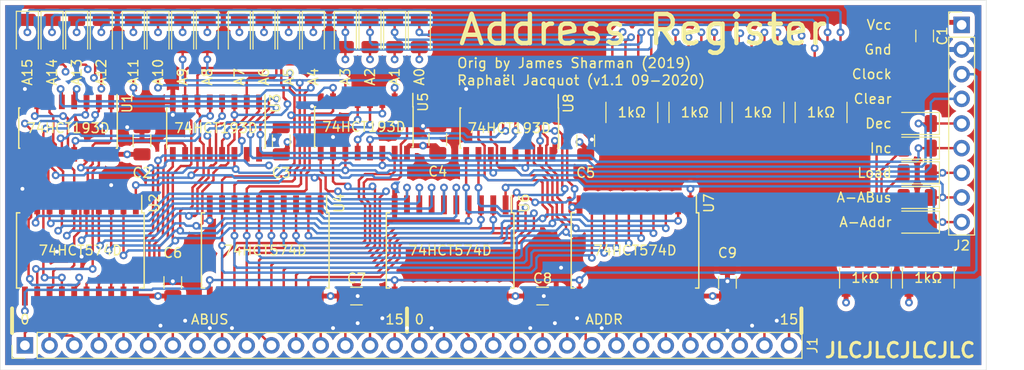
<source format=kicad_pcb>
(kicad_pcb (version 20200829) (generator pcbnew)
  (layers (0 "F.Cu" signal) (1 "VCC" mixed) (2 "GND" power) (31 "B.Cu" signal) (34 "B.Paste" user) (35 "F.Paste" user) (36 "B.SilkS" user) (37 "F.SilkS" user) (38 "B.Mask" user) (39 "F.Mask" user) (44 "Edge.Cuts" user))
  (net 0 "")
  (net 1 "GND")
  (net 2 "VCC")
  (net 3 "Net-(D1-Pad2)")
  (net 4 "/A-ABus")
  (net 5 "Net-(D2-Pad2)")
  (net 6 "/A-Addr")
  (net 7 "Net-(D3-Pad2)")
  (net 8 "/Load")
  (net 9 "Net-(D4-Pad2)")
  (net 10 "/Inc")
  (net 11 "Net-(D5-Pad2)")
  (net 12 "/Dec")
  (net 13 "/Addr15")
  (net 14 "/Addr14")
  (net 15 "/Addr13")
  (net 16 "/Addr12")
  (net 17 "/Addr11")
  (net 18 "/Addr10")
  (net 19 "/Addr09")
  (net 20 "/Addr08")
  (net 21 "/Addr07")
  (net 22 "/Addr06")
  (net 23 "/Addr05")
  (net 24 "/Addr04")
  (net 25 "/Addr03")
  (net 26 "/Addr02")
  (net 27 "/Addr01")
  (net 28 "/Addr00")
  (net 29 "/ABus15")
  (net 30 "/ABus14")
  (net 31 "/ABus13")
  (net 32 "/ABus12")
  (net 33 "/ABus11")
  (net 34 "/ABus10")
  (net 35 "/ABus09")
  (net 36 "/ABus08")
  (net 37 "/ABus07")
  (net 38 "/ABus06")
  (net 39 "/ABus05")
  (net 40 "/ABus04")
  (net 41 "/ABus03")
  (net 42 "/ABus02")
  (net 43 "/ABus01")
  (net 44 "/ABus00")
  (net 45 "/Clear")
  (net 46 "/Clock")
  (net 47 "/Reg02")
  (net 48 "/Reg01")
  (net 49 "/Reg03")
  (net 50 "/Reg00")
  (net 51 "/Reg06")
  (net 52 "/Reg05")
  (net 53 "/Reg07")
  (net 54 "/Reg04")
  (net 55 "/Reg10")
  (net 56 "/Reg09")
  (net 57 "/Reg11")
  (net 58 "/Reg08")
  (net 59 "/Reg14")
  (net 60 "/Reg13")
  (net 61 "/Reg15")
  (net 62 "/Reg12")
  (net 63 "Net-(U1-Pad13)")
  (net 64 "Net-(U1-Pad12)")
  (net 65 "Net-(U3-Pad13)")
  (net 66 "Net-(U3-Pad12)")
  (net 67 "Net-(U5-Pad13)")
  (net 68 "Net-(U5-Pad12)")
  (net 69 "/Borrow")
  (net 70 "/Carry")
  (net 71 "Net-(RN6-Pad6)")
  (net 72 "Net-(RN6-Pad7)")
  (net 73 "Net-(RN6-Pad3)")
  (net 74 "Net-(RN6-Pad2)")
  (net 75 "Net-(D10-Pad1)")
  (net 76 "Net-(D11-Pad1)")
  (net 77 "Net-(D12-Pad1)")
  (net 78 "Net-(D13-Pad1)")
  (net 79 "Net-(D14-Pad1)")
  (net 80 "Net-(D15-Pad1)")
  (net 81 "Net-(D16-Pad1)")
  (net 82 "Net-(D17-Pad1)")
  (net 83 "Net-(D18-Pad1)")
  (net 84 "Net-(D19-Pad1)")
  (net 85 "Net-(D20-Pad1)")
  (net 86 "Net-(D21-Pad1)")
  (net 87 "Net-(D22-Pad1)")
  (net 88 "Net-(D23-Pad1)")
  (net 89 "Net-(D24-Pad1)")
  (net 90 "Net-(D25-Pad1)")
  (net 91 "Net-(RN6-Pad8)")
  (net 92 "Net-(RN6-Pad1)")
  (module "LED_SMD:LED_1206_3216Metric" (layer "F.Cu") (at 61.214 31.366 -90)
    (fp_text reference "D25")
    (fp_text value "A15" (at 5.464 0 90) (layer "F.SilkS") (effects (justify left)))
    (pad "1" smd roundrect (at -1.4 0 270) (size 1.25 1.75) (layers "F.Cu" "F.Paste" "F.Mask") (roundrect_rratio 0.2) (net 90 "Net-(D25-Pad1)"))
    (pad "2" smd roundrect (at 1.4 0 270) (size 1.25 1.75) (layers "F.Cu" "F.Paste" "F.Mask") (roundrect_rratio 0.2) (net 61 "/Reg15"))
  )
  (module "LED_SMD:LED_1206_3216Metric" (layer "F.Cu") (at 63.754 31.366 -90)
    (fp_text reference "D24")
    (fp_text value "A14" (at 5.464 0 90) (layer "F.SilkS") (effects (justify left)))
    (pad "1" smd roundrect (at -1.4 0 270) (size 1.25 1.75) (layers "F.Cu" "F.Paste" "F.Mask") (roundrect_rratio 0.2) (net 89 "Net-(D24-Pad1)"))
    (pad "2" smd roundrect (at 1.4 0 270) (size 1.25 1.75) (layers "F.Cu" "F.Paste" "F.Mask") (roundrect_rratio 0.2) (net 59 "/Reg14"))
  )
  (module "LED_SMD:LED_1206_3216Metric" (layer "F.Cu") (at 66.294 31.366 -90)
    (fp_text reference "D23")
    (fp_text value "A13" (at 5.464 0 90) (layer "F.SilkS") (effects (justify left)))
    (pad "1" smd roundrect (at -1.4 0 270) (size 1.25 1.75) (layers "F.Cu" "F.Paste" "F.Mask") (roundrect_rratio 0.2) (net 88 "Net-(D23-Pad1)"))
    (pad "2" smd roundrect (at 1.4 0 270) (size 1.25 1.75) (layers "F.Cu" "F.Paste" "F.Mask") (roundrect_rratio 0.2) (net 60 "/Reg13"))
  )
  (module "LED_SMD:LED_1206_3216Metric" (layer "F.Cu") (at 68.834 31.366 -90)
    (fp_text reference "D22")
    (fp_text value "A12" (at 5.464 0 90) (layer "F.SilkS") (effects (justify left)))
    (pad "1" smd roundrect (at -1.4 0 270) (size 1.25 1.75) (layers "F.Cu" "F.Paste" "F.Mask") (roundrect_rratio 0.2) (net 87 "Net-(D22-Pad1)"))
    (pad "2" smd roundrect (at 1.4 0 270) (size 1.25 1.75) (layers "F.Cu" "F.Paste" "F.Mask") (roundrect_rratio 0.2) (net 62 "/Reg12"))
  )
  (module "LED_SMD:LED_1206_3216Metric" (layer "F.Cu") (at 72.136 31.366 -90)
    (fp_text reference "D21")
    (fp_text value "A11" (at 5.464 0 90) (layer "F.SilkS") (effects (justify left)))
    (pad "1" smd roundrect (at -1.4 0 270) (size 1.25 1.75) (layers "F.Cu" "F.Paste" "F.Mask") (roundrect_rratio 0.2) (net 86 "Net-(D21-Pad1)"))
    (pad "2" smd roundrect (at 1.4 0 270) (size 1.25 1.75) (layers "F.Cu" "F.Paste" "F.Mask") (roundrect_rratio 0.2) (net 57 "/Reg11"))
  )
  (module "LED_SMD:LED_1206_3216Metric" (layer "F.Cu") (at 74.676 31.366 -90)
    (fp_text reference "D20")
    (fp_text value "A10" (at 5.464 0 90) (layer "F.SilkS") (effects (justify left)))
    (pad "1" smd roundrect (at -1.4 0 270) (size 1.25 1.75) (layers "F.Cu" "F.Paste" "F.Mask") (roundrect_rratio 0.2) (net 85 "Net-(D20-Pad1)"))
    (pad "2" smd roundrect (at 1.4 0 270) (size 1.25 1.75) (layers "F.Cu" "F.Paste" "F.Mask") (roundrect_rratio 0.2) (net 55 "/Reg10"))
  )
  (module "LED_SMD:LED_1206_3216Metric" (layer "F.Cu") (at 77.216 31.366 -90)
    (fp_text reference "D19")
    (fp_text value "A9" (at 5.464 0 90) (layer "F.SilkS") (effects (justify left)))
    (pad "1" smd roundrect (at -1.4 0 270) (size 1.25 1.75) (layers "F.Cu" "F.Paste" "F.Mask") (roundrect_rratio 0.2) (net 84 "Net-(D19-Pad1)"))
    (pad "2" smd roundrect (at 1.4 0 270) (size 1.25 1.75) (layers "F.Cu" "F.Paste" "F.Mask") (roundrect_rratio 0.2) (net 56 "/Reg09"))
  )
  (module "LED_SMD:LED_1206_3216Metric" (layer "F.Cu") (at 79.756 31.366 -90)
    (fp_text reference "D18")
    (fp_text value "A8" (at 5.464 0 90) (layer "F.SilkS") (effects (justify left)))
    (pad "1" smd roundrect (at -1.4 0 270) (size 1.25 1.75) (layers "F.Cu" "F.Paste" "F.Mask") (roundrect_rratio 0.2) (net 83 "Net-(D18-Pad1)"))
    (pad "2" smd roundrect (at 1.4 0 270) (size 1.25 1.75) (layers "F.Cu" "F.Paste" "F.Mask") (roundrect_rratio 0.2) (net 58 "/Reg08"))
  )
  (module "LED_SMD:LED_1206_3216Metric" (layer "F.Cu") (at 83.058 31.366 -90)
    (fp_text reference "D17")
    (fp_text value "A7" (at 5.464 0 90) (layer "F.SilkS") (effects (justify left)))
    (pad "1" smd roundrect (at -1.4 0 270) (size 1.25 1.75) (layers "F.Cu" "F.Paste" "F.Mask") (roundrect_rratio 0.2) (net 82 "Net-(D17-Pad1)"))
    (pad "2" smd roundrect (at 1.4 0 270) (size 1.25 1.75) (layers "F.Cu" "F.Paste" "F.Mask") (roundrect_rratio 0.2) (net 53 "/Reg07"))
  )
  (module "LED_SMD:LED_1206_3216Metric" (layer "F.Cu") (at 85.598 31.366 -90)
    (fp_text reference "D16")
    (fp_text value "A6" (at 5.464 0 90) (layer "F.SilkS") (effects (justify left)))
    (pad "1" smd roundrect (at -1.4 0 270) (size 1.25 1.75) (layers "F.Cu" "F.Paste" "F.Mask") (roundrect_rratio 0.2) (net 81 "Net-(D16-Pad1)"))
    (pad "2" smd roundrect (at 1.4 0 270) (size 1.25 1.75) (layers "F.Cu" "F.Paste" "F.Mask") (roundrect_rratio 0.2) (net 51 "/Reg06"))
  )
  (module "LED_SMD:LED_1206_3216Metric" (layer "F.Cu") (at 88.138 31.372 -90)
    (fp_text reference "D15")
    (fp_text value "A5" (at 5.458 0 90) (layer "F.SilkS") (effects (justify left)))
    (pad "1" smd roundrect (at -1.4 0 270) (size 1.25 1.75) (layers "F.Cu" "F.Paste" "F.Mask") (roundrect_rratio 0.2) (net 80 "Net-(D15-Pad1)"))
    (pad "2" smd roundrect (at 1.4 0 270) (size 1.25 1.75) (layers "F.Cu" "F.Paste" "F.Mask") (roundrect_rratio 0.2) (net 52 "/Reg05"))
  )
  (module "LED_SMD:LED_1206_3216Metric" (layer "F.Cu") (at 90.678 31.366 -90)
    (fp_text reference "D14")
    (fp_text value "A4" (at 5.464 0 90) (layer "F.SilkS") (effects (justify left)))
    (pad "1" smd roundrect (at -1.4 0 270) (size 1.25 1.75) (layers "F.Cu" "F.Paste" "F.Mask") (roundrect_rratio 0.2) (net 79 "Net-(D14-Pad1)"))
    (pad "2" smd roundrect (at 1.4 0 270) (size 1.25 1.75) (layers "F.Cu" "F.Paste" "F.Mask") (roundrect_rratio 0.2) (net 54 "/Reg04"))
  )
  (module "LED_SMD:LED_1206_3216Metric" (layer "F.Cu") (at 93.98 31.366 -90)
    (fp_text reference "D13")
    (fp_text value "A3" (at 5.464 0 90) (layer "F.SilkS") (effects (justify left)))
    (pad "1" smd roundrect (at -1.4 0 270) (size 1.25 1.75) (layers "F.Cu" "F.Paste" "F.Mask") (roundrect_rratio 0.2) (net 78 "Net-(D13-Pad1)"))
    (pad "2" smd roundrect (at 1.4 0 270) (size 1.25 1.75) (layers "F.Cu" "F.Paste" "F.Mask") (roundrect_rratio 0.2) (net 49 "/Reg03"))
  )
  (module "LED_SMD:LED_1206_3216Metric" (layer "F.Cu") (at 96.52 31.366 -90)
    (fp_text reference "D12")
    (fp_text value "A2" (at 5.464 0 90) (layer "F.SilkS") (effects (justify left)))
    (pad "1" smd roundrect (at -1.4 0 270) (size 1.25 1.75) (layers "F.Cu" "F.Paste" "F.Mask") (roundrect_rratio 0.2) (net 77 "Net-(D12-Pad1)"))
    (pad "2" smd roundrect (at 1.4 0 270) (size 1.25 1.75) (layers "F.Cu" "F.Paste" "F.Mask") (roundrect_rratio 0.2) (net 47 "/Reg02"))
  )
  (module "LED_SMD:LED_1206_3216Metric" (layer "F.Cu") (at 99.06 31.372 -90)
    (fp_text reference "D11")
    (fp_text value "A1" (at 5.458 0 90) (layer "F.SilkS") (effects (justify left)))
    (pad "1" smd roundrect (at -1.4 0 270) (size 1.25 1.75) (layers "F.Cu" "F.Paste" "F.Mask") (roundrect_rratio 0.2) (net 76 "Net-(D11-Pad1)"))
    (pad "2" smd roundrect (at 1.4 0 270) (size 1.25 1.75) (layers "F.Cu" "F.Paste" "F.Mask") (roundrect_rratio 0.2) (net 48 "/Reg01"))
  )
  (module "LED_SMD:LED_1206_3216Metric" (layer "F.Cu") (at 101.6 31.372 -90)
    (fp_text reference "D10")
    (fp_text value "A0" (at 5.458 0 90) (layer "F.SilkS") (effects (justify left)))
    (pad "1" smd roundrect (at -1.4 0 270) (size 1.25 1.75) (layers "F.Cu" "F.Paste" "F.Mask") (roundrect_rratio 0.2) (net 75 "Net-(D10-Pad1)"))
    (pad "2" smd roundrect (at 1.4 0 270) (size 1.25 1.75) (layers "F.Cu" "F.Paste" "F.Mask") (roundrect_rratio 0.2) (net 50 "/Reg00"))
  )
  (module "Capacitor_SMD:C_1206_3216Metric" (layer "F.Cu") (at 153.67 31.62 -90)
    (fp_text reference "C1" (at 0 -1.82 90) (layer "F.SilkS"))
    (fp_text value "C")
    (pad "1" smd roundrect (at -1.4 0 270) (size 1.25 1.75) (layers "F.Cu" "F.Paste" "F.Mask") (roundrect_rratio 0.2) (net 2 "VCC"))
    (pad "2" smd roundrect (at 1.4 0 270) (size 1.25 1.75) (layers "F.Cu" "F.Paste" "F.Mask") (roundrect_rratio 0.2) (net 1 "GND"))
  )
  (module "Capacitor_SMD:C_1206_3216Metric" (layer "F.Cu") (at 73.025 42.418 90)
    (fp_text reference "C2" (at -3.302 0 180) (layer "F.SilkS"))
    (fp_text value "C")
    (pad "1" smd roundrect (at -1.4 0 90) (size 1.25 1.75) (layers "F.Cu" "F.Paste" "F.Mask") (roundrect_rratio 0.2) (net 2 "VCC"))
    (pad "2" smd roundrect (at 1.4 0 90) (size 1.25 1.75) (layers "F.Cu" "F.Paste" "F.Mask") (roundrect_rratio 0.2) (net 1 "GND"))
  )
  (module "Capacitor_SMD:C_1206_3216Metric" (layer "F.Cu") (at 87.376 42.415 90)
    (fp_text reference "C3" (at -3.305 0 180) (layer "F.SilkS"))
    (fp_text value "C")
    (pad "1" smd roundrect (at -1.4 0 90) (size 1.25 1.75) (layers "F.Cu" "F.Paste" "F.Mask") (roundrect_rratio 0.2) (net 2 "VCC"))
    (pad "2" smd roundrect (at 1.4 0 90) (size 1.25 1.75) (layers "F.Cu" "F.Paste" "F.Mask") (roundrect_rratio 0.2) (net 1 "GND"))
  )
  (module "Capacitor_SMD:C_1206_3216Metric" (layer "F.Cu") (at 103.505 42.288 90)
    (fp_text reference "C4" (at -3.305 0 180) (layer "F.SilkS"))
    (fp_text value "C")
    (pad "1" smd roundrect (at -1.4 0 90) (size 1.25 1.75) (layers "F.Cu" "F.Paste" "F.Mask") (roundrect_rratio 0.2) (net 2 "VCC"))
    (pad "2" smd roundrect (at 1.4 0 90) (size 1.25 1.75) (layers "F.Cu" "F.Paste" "F.Mask") (roundrect_rratio 0.2) (net 1 "GND"))
  )
  (module "Capacitor_SMD:C_1206_3216Metric" (layer "F.Cu") (at 118.745 42.415 90)
    (fp_text reference "C5" (at -3.305 0 180) (layer "F.SilkS"))
    (fp_text value "C")
    (pad "1" smd roundrect (at -1.4 0 90) (size 1.25 1.75) (layers "F.Cu" "F.Paste" "F.Mask") (roundrect_rratio 0.2) (net 2 "VCC"))
    (pad "2" smd roundrect (at 1.4 0 90) (size 1.25 1.75) (layers "F.Cu" "F.Paste" "F.Mask") (roundrect_rratio 0.2) (net 1 "GND"))
  )
  (module "Capacitor_SMD:C_1206_3216Metric" (layer "F.Cu") (at 76.2 57.02 90)
    (fp_text reference "C6" (at 3.045 0 180) (layer "F.SilkS"))
    (fp_text value "C")
    (pad "1" smd roundrect (at -1.4 0 90) (size 1.25 1.75) (layers "F.Cu" "F.Paste" "F.Mask") (roundrect_rratio 0.2) (net 2 "VCC"))
    (pad "2" smd roundrect (at 1.4 0 90) (size 1.25 1.75) (layers "F.Cu" "F.Paste" "F.Mask") (roundrect_rratio 0.2) (net 1 "GND"))
  )
  (module "Capacitor_SMD:C_1206_3216Metric" (layer "F.Cu") (at 114.303 58.42)
    (fp_text reference "C8" (at 0 -1.82) (layer "F.SilkS"))
    (fp_text value "C")
    (pad "1" smd roundrect (at -1.4 0) (size 1.25 1.75) (layers "F.Cu" "F.Paste" "F.Mask") (roundrect_rratio 0.2) (net 2 "VCC"))
    (pad "2" smd roundrect (at 1.4 0) (size 1.25 1.75) (layers "F.Cu" "F.Paste" "F.Mask") (roundrect_rratio 0.2) (net 1 "GND"))
  )
  (module "Capacitor_SMD:C_1206_3216Metric" (layer "F.Cu") (at 133.35 57.02 90)
    (fp_text reference "C9" (at 3.045 0 180) (layer "F.SilkS"))
    (fp_text value "C")
    (pad "1" smd roundrect (at -1.4 0 90) (size 1.25 1.75) (layers "F.Cu" "F.Paste" "F.Mask") (roundrect_rratio 0.2) (net 2 "VCC"))
    (pad "2" smd roundrect (at 1.4 0 90) (size 1.25 1.75) (layers "F.Cu" "F.Paste" "F.Mask") (roundrect_rratio 0.2) (net 1 "GND"))
  )
  (module "LED_SMD:LED_1206_3216Metric" (layer "F.Cu") (at 152.905 48.26 180)
    (fp_text reference "D1")
    (fp_text value "A-ABus" (at 2.537 0) (layer "F.SilkS") (effects (justify right)))
    (pad "1" smd roundrect (at -1.4 0 180) (size 1.25 1.75) (layers "F.Cu" "F.Paste" "F.Mask") (roundrect_rratio 0.2) (net 4 "/A-ABus"))
    (pad "2" smd roundrect (at 1.4 0 180) (size 1.25 1.75) (layers "F.Cu" "F.Paste" "F.Mask") (roundrect_rratio 0.2) (net 3 "Net-(D1-Pad2)"))
  )
  (module "LED_SMD:LED_1206_3216Metric" (layer "F.Cu") (at 152.905 50.8 180)
    (fp_text reference "D2")
    (fp_text value "A-Addr" (at 2.537 0) (layer "F.SilkS") (effects (justify right)))
    (pad "1" smd roundrect (at -1.4 0 180) (size 1.25 1.75) (layers "F.Cu" "F.Paste" "F.Mask") (roundrect_rratio 0.2) (net 6 "/A-Addr"))
    (pad "2" smd roundrect (at 1.4 0 180) (size 1.25 1.75) (layers "F.Cu" "F.Paste" "F.Mask") (roundrect_rratio 0.2) (net 5 "Net-(D2-Pad2)"))
  )
  (module "LED_SMD:LED_1206_3216Metric" (layer "F.Cu") (at 152.905 45.72 180)
    (fp_text reference "D3")
    (fp_text value "Load" (at 2.537 0) (layer "F.SilkS") (effects (justify right)))
    (pad "1" smd roundrect (at -1.4 0 180) (size 1.25 1.75) (layers "F.Cu" "F.Paste" "F.Mask") (roundrect_rratio 0.2) (net 8 "/Load"))
    (pad "2" smd roundrect (at 1.4 0 180) (size 1.25 1.75) (layers "F.Cu" "F.Paste" "F.Mask") (roundrect_rratio 0.2) (net 7 "Net-(D3-Pad2)"))
  )
  (module "LED_SMD:LED_1206_3216Metric" (layer "F.Cu") (at 152.905 43.18 180)
    (fp_text reference "D4")
    (fp_text value "Inc" (at 2.537 0) (layer "F.SilkS") (effects (justify right)))
    (pad "1" smd roundrect (at -1.4 0 180) (size 1.25 1.75) (layers "F.Cu" "F.Paste" "F.Mask") (roundrect_rratio 0.2) (net 10 "/Inc"))
    (pad "2" smd roundrect (at 1.4 0 180) (size 1.25 1.75) (layers "F.Cu" "F.Paste" "F.Mask") (roundrect_rratio 0.2) (net 9 "Net-(D4-Pad2)"))
  )
  (module "LED_SMD:LED_1206_3216Metric" (layer "F.Cu") (at 152.905 40.64 180)
    (fp_text reference "D5")
    (fp_text value "Dec" (at 2.537 0) (layer "F.SilkS") (effects (justify right)))
    (pad "1" smd roundrect (at -1.4 0 180) (size 1.25 1.75) (layers "F.Cu" "F.Paste" "F.Mask") (roundrect_rratio 0.2) (net 12 "/Dec"))
    (pad "2" smd roundrect (at 1.4 0 180) (size 1.25 1.75) (layers "F.Cu" "F.Paste" "F.Mask") (roundrect_rratio 0.2) (net 11 "Net-(D5-Pad2)"))
  )
  (module "Connector_PinHeader_2.54mm:PinHeader_1x32_P2.54mm_Vertical" (layer "F.Cu") (at 60.96 63.5 90)
    (fp_text reference "J1" (at 0 81.153 90) (layer "F.SilkS"))
    (fp_text value "Buses")
    (pad "1" thru_hole rect (at 0 0 90) (size 1.7 1.7) (drill 1) (layers *.Cu *.Mask) (net 44 "/ABus00"))
    (pad "2" thru_hole oval (at 0 2.54 90) (size 1.7 1.7) (drill 1) (layers *.Cu *.Mask) (net 43 "/ABus01"))
    (pad "3" thru_hole oval (at 0 5.08 90) (size 1.7 1.7) (drill 1) (layers *.Cu *.Mask) (net 42 "/ABus02"))
    (pad "4" thru_hole oval (at 0 7.62 90) (size 1.7 1.7) (drill 1) (layers *.Cu *.Mask) (net 41 "/ABus03"))
    (pad "5" thru_hole oval (at 0 10.16 90) (size 1.7 1.7) (drill 1) (layers *.Cu *.Mask) (net 40 "/ABus04"))
    (pad "6" thru_hole oval (at 0 12.7 90) (size 1.7 1.7) (drill 1) (layers *.Cu *.Mask) (net 39 "/ABus05"))
    (pad "7" thru_hole oval (at 0 15.24 90) (size 1.7 1.7) (drill 1) (layers *.Cu *.Mask) (net 38 "/ABus06"))
    (pad "8" thru_hole oval (at 0 17.78 90) (size 1.7 1.7) (drill 1) (layers *.Cu *.Mask) (net 37 "/ABus07"))
    (pad "9" thru_hole oval (at 0 20.32 90) (size 1.7 1.7) (drill 1) (layers *.Cu *.Mask) (net 36 "/ABus08"))
    (pad "10" thru_hole oval (at 0 22.86 90) (size 1.7 1.7) (drill 1) (layers *.Cu *.Mask) (net 35 "/ABus09"))
    (pad "11" thru_hole oval (at 0 25.4 90) (size 1.7 1.7) (drill 1) (layers *.Cu *.Mask) (net 34 "/ABus10"))
    (pad "12" thru_hole oval (at 0 27.94 90) (size 1.7 1.7) (drill 1) (layers *.Cu *.Mask) (net 33 "/ABus11"))
    (pad "13" thru_hole oval (at 0 30.48 90) (size 1.7 1.7) (drill 1) (layers *.Cu *.Mask) (net 32 "/ABus12"))
    (pad "14" thru_hole oval (at 0 33.02 90) (size 1.7 1.7) (drill 1) (layers *.Cu *.Mask) (net 31 "/ABus13"))
    (pad "15" thru_hole oval (at 0 35.56 90) (size 1.7 1.7) (drill 1) (layers *.Cu *.Mask) (net 30 "/ABus14"))
    (pad "16" thru_hole oval (at 0 38.1 90) (size 1.7 1.7) (drill 1) (layers *.Cu *.Mask) (net 29 "/ABus15"))
    (pad "17" thru_hole oval (at 0 40.64 90) (size 1.7 1.7) (drill 1) (layers *.Cu *.Mask) (net 28 "/Addr00"))
    (pad "18" thru_hole oval (at 0 43.18 90) (size 1.7 1.7) (drill 1) (layers *.Cu *.Mask) (net 27 "/Addr01"))
    (pad "19" thru_hole oval (at 0 45.72 90) (size 1.7 1.7) (drill 1) (layers *.Cu *.Mask) (net 26 "/Addr02"))
    (pad "20" thru_hole oval (at 0 48.26 90) (size 1.7 1.7) (drill 1) (layers *.Cu *.Mask) (net 25 "/Addr03"))
    (pad "21" thru_hole oval (at 0 50.8 90) (size 1.7 1.7) (drill 1) (layers *.Cu *.Mask) (net 24 "/Addr04"))
    (pad "22" thru_hole oval (at 0 53.34 90) (size 1.7 1.7) (drill 1) (layers *.Cu *.Mask) (net 23 "/Addr05"))
    (pad "23" thru_hole oval (at 0 55.88 90) (size 1.7 1.7) (drill 1) (layers *.Cu *.Mask) (net 22 "/Addr06"))
    (pad "24" thru_hole oval (at 0 58.42 90) (size 1.7 1.7) (drill 1) (layers *.Cu *.Mask) (net 21 "/Addr07"))
    (pad "25" thru_hole oval (at 0 60.96 90) (size 1.7 1.7) (drill 1) (layers *.Cu *.Mask) (net 20 "/Addr08"))
    (pad "26" thru_hole oval (at 0 63.5 90) (size 1.7 1.7) (drill 1) (layers *.Cu *.Mask) (net 19 "/Addr09"))
    (pad "27" thru_hole oval (at 0 66.04 90) (size 1.7 1.7) (drill 1) (layers *.Cu *.Mask) (net 18 "/Addr10"))
    (pad "28" thru_hole oval (at 0 68.58 90) (size 1.7 1.7) (drill 1) (layers *.Cu *.Mask) (net 17 "/Addr11"))
    (pad "29" thru_hole oval (at 0 71.12 90) (size 1.7 1.7) (drill 1) (layers *.Cu *.Mask) (net 16 "/Addr12"))
    (pad "30" thru_hole oval (at 0 73.66 90) (size 1.7 1.7) (drill 1) (layers *.Cu *.Mask) (net 15 "/Addr13"))
    (pad "31" thru_hole oval (at 0 76.2 90) (size 1.7 1.7) (drill 1) (layers *.Cu *.Mask) (net 14 "/Addr14"))
    (pad "32" thru_hole oval (at 0 78.74 90) (size 1.7 1.7) (drill 1) (layers *.Cu *.Mask) (net 13 "/Addr15"))
  )
  (module "Connector_PinHeader_2.54mm:PinHeader_1x09_P2.54mm_Vertical" (layer "F.Cu") (at 157.48 30.48)
    (fp_text reference "J2" (at 0 22.733) (layer "F.SilkS"))
    (fp_text value "Power & Control")
    (pad "1" thru_hole rect (at 0 0) (size 1.7 1.7) (drill 1) (layers *.Cu *.Mask) (net 2 "VCC"))
    (pad "2" thru_hole oval (at 0 2.54) (size 1.7 1.7) (drill 1) (layers *.Cu *.Mask) (net 1 "GND"))
    (pad "3" thru_hole oval (at 0 5.08) (size 1.7 1.7) (drill 1) (layers *.Cu *.Mask) (net 46 "/Clock"))
    (pad "4" thru_hole oval (at 0 7.62) (size 1.7 1.7) (drill 1) (layers *.Cu *.Mask) (net 45 "/Clear"))
    (pad "5" thru_hole oval (at 0 10.16) (size 1.7 1.7) (drill 1) (layers *.Cu *.Mask) (net 12 "/Dec"))
    (pad "6" thru_hole oval (at 0 12.7) (size 1.7 1.7) (drill 1) (layers *.Cu *.Mask) (net 10 "/Inc"))
    (pad "7" thru_hole oval (at 0 15.24) (size 1.7 1.7) (drill 1) (layers *.Cu *.Mask) (net 8 "/Load"))
    (pad "8" thru_hole oval (at 0 17.78) (size 1.7 1.7) (drill 1) (layers *.Cu *.Mask) (net 4 "/A-ABus"))
    (pad "9" thru_hole oval (at 0 20.32) (size 1.7 1.7) (drill 1) (layers *.Cu *.Mask) (net 6 "/A-Addr"))
  )
  (module "Package_SO:SOIC-16_3.9x9.9mm_P1.27mm" (layer "F.Cu") (at 65.405 41.115 -90)
    (fp_text reference "U1" (at -3.65 -6.096 90) (layer "F.SilkS") (effects (justify right)))
    (fp_text value "74HCT193D" (at 0 0 180) (layer "F.SilkS"))
    (pad "1" smd rect (at -2.7 -4.445 270) (size 1.5 0.6) (layers "F.Cu" "F.Paste" "F.Mask") (net 43 "/ABus01"))
    (pad "2" smd rect (at -2.7 -3.175 270) (size 1.5 0.6) (layers "F.Cu" "F.Paste" "F.Mask") (net 48 "/Reg01"))
    (pad "3" smd rect (at -2.7 -1.905 270) (size 1.5 0.6) (layers "F.Cu" "F.Paste" "F.Mask") (net 50 "/Reg00"))
    (pad "4" smd rect (at -2.7 -0.635 270) (size 1.5 0.6) (layers "F.Cu" "F.Paste" "F.Mask") (net 12 "/Dec"))
    (pad "5" smd rect (at -2.7 0.635 270) (size 1.5 0.6) (layers "F.Cu" "F.Paste" "F.Mask") (net 10 "/Inc"))
    (pad "6" smd rect (at -2.7 1.905 270) (size 1.5 0.6) (layers "F.Cu" "F.Paste" "F.Mask") (net 47 "/Reg02"))
    (pad "7" smd rect (at -2.7 3.175 270) (size 1.5 0.6) (layers "F.Cu" "F.Paste" "F.Mask") (net 49 "/Reg03"))
    (pad "8" smd rect (at -2.7 4.445 270) (size 1.5 0.6) (layers "F.Cu" "F.Paste" "F.Mask") (net 1 "GND"))
    (pad "9" smd rect (at 2.7 4.445 270) (size 1.5 0.6) (layers "F.Cu" "F.Paste" "F.Mask") (net 41 "/ABus03"))
    (pad "10" smd rect (at 2.7 3.175 270) (size 1.5 0.6) (layers "F.Cu" "F.Paste" "F.Mask") (net 42 "/ABus02"))
    (pad "11" smd rect (at 2.7 1.905 270) (size 1.5 0.6) (layers "F.Cu" "F.Paste" "F.Mask") (net 8 "/Load"))
    (pad "12" smd rect (at 2.7 0.635 270) (size 1.5 0.6) (layers "F.Cu" "F.Paste" "F.Mask") (net 64 "Net-(U1-Pad12)"))
    (pad "13" smd rect (at 2.7 -0.635 270) (size 1.5 0.6) (layers "F.Cu" "F.Paste" "F.Mask") (net 63 "Net-(U1-Pad13)"))
    (pad "14" smd rect (at 2.7 -1.905 270) (size 1.5 0.6) (layers "F.Cu" "F.Paste" "F.Mask") (net 45 "/Clear"))
    (pad "15" smd rect (at 2.7 -3.175 270) (size 1.5 0.6) (layers "F.Cu" "F.Paste" "F.Mask") (net 44 "/ABus00"))
    (pad "16" smd rect (at 2.7 -4.445 270) (size 1.5 0.6) (layers "F.Cu" "F.Paste" "F.Mask") (net 2 "VCC"))
  )
  (module "Package_SO:SOIC-16_3.9x9.9mm_P1.27mm" (layer "F.Cu") (at 80.645 41.115 -90)
    (fp_text reference "U3" (at -3.65 -6.096 90) (layer "F.SilkS") (effects (justify right)))
    (fp_text value "74HCT193D" (at 0 0 180) (layer "F.SilkS"))
    (pad "1" smd rect (at -2.7 -4.445 270) (size 1.5 0.6) (layers "F.Cu" "F.Paste" "F.Mask") (net 39 "/ABus05"))
    (pad "2" smd rect (at -2.7 -3.175 270) (size 1.5 0.6) (layers "F.Cu" "F.Paste" "F.Mask") (net 52 "/Reg05"))
    (pad "3" smd rect (at -2.7 -1.905 270) (size 1.5 0.6) (layers "F.Cu" "F.Paste" "F.Mask") (net 54 "/Reg04"))
    (pad "4" smd rect (at -2.7 -0.635 270) (size 1.5 0.6) (layers "F.Cu" "F.Paste" "F.Mask") (net 63 "Net-(U1-Pad13)"))
    (pad "5" smd rect (at -2.7 0.635 270) (size 1.5 0.6) (layers "F.Cu" "F.Paste" "F.Mask") (net 64 "Net-(U1-Pad12)"))
    (pad "6" smd rect (at -2.7 1.905 270) (size 1.5 0.6) (layers "F.Cu" "F.Paste" "F.Mask") (net 51 "/Reg06"))
    (pad "7" smd rect (at -2.7 3.175 270) (size 1.5 0.6) (layers "F.Cu" "F.Paste" "F.Mask") (net 53 "/Reg07"))
    (pad "8" smd rect (at -2.7 4.445 270) (size 1.5 0.6) (layers "F.Cu" "F.Paste" "F.Mask") (net 1 "GND"))
    (pad "9" smd rect (at 2.7 4.445 270) (size 1.5 0.6) (layers "F.Cu" "F.Paste" "F.Mask") (net 37 "/ABus07"))
    (pad "10" smd rect (at 2.7 3.175 270) (size 1.5 0.6) (layers "F.Cu" "F.Paste" "F.Mask") (net 38 "/ABus06"))
    (pad "11" smd rect (at 2.7 1.905 270) (size 1.5 0.6) (layers "F.Cu" "F.Paste" "F.Mask") (net 8 "/Load"))
    (pad "12" smd rect (at 2.7 0.635 270) (size 1.5 0.6) (layers "F.Cu" "F.Paste" "F.Mask") (net 66 "Net-(U3-Pad12)"))
    (pad "13" smd rect (at 2.7 -0.635 270) (size 1.5 0.6) (layers "F.Cu" "F.Paste" "F.Mask") (net 65 "Net-(U3-Pad13)"))
    (pad "14" smd rect (at 2.7 -1.905 270) (size 1.5 0.6) (layers "F.Cu" "F.Paste" "F.Mask") (net 45 "/Clear"))
    (pad "15" smd rect (at 2.7 -3.175 270) (size 1.5 0.6) (layers "F.Cu" "F.Paste" "F.Mask") (net 40 "/ABus04"))
    (pad "16" smd rect (at 2.7 -4.445 270) (size 1.5 0.6) (layers "F.Cu" "F.Paste" "F.Mask") (net 2 "VCC"))
  )
  (module "Package_SO:SOIC-20W_7.5x12.8mm_P1.27mm" (layer "F.Cu") (at 85.725 53.72 -90)
    (fp_text reference "U4" (at -5.968 -7.62 90) (layer "F.SilkS") (effects (justify right)))
    (fp_text value "74HCT574D" (at 0 0 180) (layer "F.SilkS"))
    (pad "1" smd rect (at -4.7 -5.715 270) (size 1.95 0.6) (layers "F.Cu" "F.Paste" "F.Mask") (net 4 "/A-ABus"))
    (pad "2" smd rect (at -4.7 -4.445 270) (size 1.95 0.6) (layers "F.Cu" "F.Paste" "F.Mask") (net 61 "/Reg15"))
    (pad "3" smd rect (at -4.7 -3.175 270) (size 1.95 0.6) (layers "F.Cu" "F.Paste" "F.Mask") (net 59 "/Reg14"))
    (pad "4" smd rect (at -4.7 -1.905 270) (size 1.95 0.6) (layers "F.Cu" "F.Paste" "F.Mask") (net 60 "/Reg13"))
    (pad "5" smd rect (at -4.7 -0.635 270) (size 1.95 0.6) (layers "F.Cu" "F.Paste" "F.Mask") (net 62 "/Reg12"))
    (pad "6" smd rect (at -4.7 0.635 270) (size 1.95 0.6) (layers "F.Cu" "F.Paste" "F.Mask") (net 57 "/Reg11"))
    (pad "7" smd rect (at -4.7 1.905 270) (size 1.95 0.6) (layers "F.Cu" "F.Paste" "F.Mask") (net 55 "/Reg10"))
    (pad "8" smd rect (at -4.7 3.175 270) (size 1.95 0.6) (layers "F.Cu" "F.Paste" "F.Mask") (net 56 "/Reg09"))
    (pad "9" smd rect (at -4.7 4.445 270) (size 1.95 0.6) (layers "F.Cu" "F.Paste" "F.Mask") (net 58 "/Reg08"))
    (pad "10" smd rect (at -4.7 5.715 270) (size 1.95 0.6) (layers "F.Cu" "F.Paste" "F.Mask") (net 1 "GND"))
    (pad "11" smd rect (at 4.7 5.715 270) (size 1.95 0.6) (layers "F.Cu" "F.Paste" "F.Mask") (net 46 "/Clock"))
    (pad "12" smd rect (at 4.7 4.445 270) (size 1.95 0.6) (layers "F.Cu" "F.Paste" "F.Mask") (net 36 "/ABus08"))
    (pad "13" smd rect (at 4.7 3.175 270) (size 1.95 0.6) (layers "F.Cu" "F.Paste" "F.Mask") (net 35 "/ABus09"))
    (pad "14" smd rect (at 4.7 1.905 270) (size 1.95 0.6) (layers "F.Cu" "F.Paste" "F.Mask") (net 34 "/ABus10"))
    (pad "15" smd rect (at 4.7 0.635 270) (size 1.95 0.6) (layers "F.Cu" "F.Paste" "F.Mask") (net 33 "/ABus11"))
    (pad "16" smd rect (at 4.7 -0.635 270) (size 1.95 0.6) (layers "F.Cu" "F.Paste" "F.Mask") (net 32 "/ABus12"))
    (pad "17" smd rect (at 4.7 -1.905 270) (size 1.95 0.6) (layers "F.Cu" "F.Paste" "F.Mask") (net 31 "/ABus13"))
    (pad "18" smd rect (at 4.7 -3.175 270) (size 1.95 0.6) (layers "F.Cu" "F.Paste" "F.Mask") (net 30 "/ABus14"))
    (pad "19" smd rect (at 4.7 -4.445 270) (size 1.95 0.6) (layers "F.Cu" "F.Paste" "F.Mask") (net 29 "/ABus15"))
    (pad "20" smd rect (at 4.7 -5.715 270) (size 1.95 0.6) (layers "F.Cu" "F.Paste" "F.Mask") (net 2 "VCC"))
  )
  (module "Package_SO:SOIC-16_3.9x9.9mm_P1.27mm" (layer "F.Cu") (at 95.885 40.988 -90)
    (fp_text reference "U5" (at -3.65 -6.096 90) (layer "F.SilkS") (effects (justify right)))
    (fp_text value "74HCT193D" (at 0 0 180) (layer "F.SilkS"))
    (pad "1" smd rect (at -2.7 -4.445 270) (size 1.5 0.6) (layers "F.Cu" "F.Paste" "F.Mask") (net 35 "/ABus09"))
    (pad "2" smd rect (at -2.7 -3.175 270) (size 1.5 0.6) (layers "F.Cu" "F.Paste" "F.Mask") (net 56 "/Reg09"))
    (pad "3" smd rect (at -2.7 -1.905 270) (size 1.5 0.6) (layers "F.Cu" "F.Paste" "F.Mask") (net 58 "/Reg08"))
    (pad "4" smd rect (at -2.7 -0.635 270) (size 1.5 0.6) (layers "F.Cu" "F.Paste" "F.Mask") (net 65 "Net-(U3-Pad13)"))
    (pad "5" smd rect (at -2.7 0.635 270) (size 1.5 0.6) (layers "F.Cu" "F.Paste" "F.Mask") (net 66 "Net-(U3-Pad12)"))
    (pad "6" smd rect (at -2.7 1.905 270) (size 1.5 0.6) (layers "F.Cu" "F.Paste" "F.Mask") (net 55 "/Reg10"))
    (pad "7" smd rect (at -2.7 3.175 270) (size 1.5 0.6) (layers "F.Cu" "F.Paste" "F.Mask") (net 57 "/Reg11"))
    (pad "8" smd rect (at -2.7 4.445 270) (size 1.5 0.6) (layers "F.Cu" "F.Paste" "F.Mask") (net 1 "GND"))
    (pad "9" smd rect (at 2.7 4.445 270) (size 1.5 0.6) (layers "F.Cu" "F.Paste" "F.Mask") (net 33 "/ABus11"))
    (pad "10" smd rect (at 2.7 3.175 270) (size 1.5 0.6) (layers "F.Cu" "F.Paste" "F.Mask") (net 34 "/ABus10"))
    (pad "11" smd rect (at 2.7 1.905 270) (size 1.5 0.6) (layers "F.Cu" "F.Paste" "F.Mask") (net 8 "/Load"))
    (pad "12" smd rect (at 2.7 0.635 270) (size 1.5 0.6) (layers "F.Cu" "F.Paste" "F.Mask") (net 68 "Net-(U5-Pad12)"))
    (pad "13" smd rect (at 2.7 -0.635 270) (size 1.5 0.6) (layers "F.Cu" "F.Paste" "F.Mask") (net 67 "Net-(U5-Pad13)"))
    (pad "14" smd rect (at 2.7 -1.905 270) (size 1.5 0.6) (layers "F.Cu" "F.Paste" "F.Mask") (net 45 "/Clear"))
    (pad "15" smd rect (at 2.7 -3.175 270) (size 1.5 0.6) (layers "F.Cu" "F.Paste" "F.Mask") (net 36 "/ABus08"))
    (pad "16" smd rect (at 2.7 -4.445 270) (size 1.5 0.6) (layers "F.Cu" "F.Paste" "F.Mask") (net 2 "VCC"))
  )
  (module "Package_SO:SOIC-20W_7.5x12.8mm_P1.27mm" (layer "F.Cu") (at 104.775 53.72 -90)
    (fp_text reference "U6" (at -5.968 -7.62 90) (layer "F.SilkS") (effects (justify right)))
    (fp_text value "74HCT574D" (at 0 0 180) (layer "F.SilkS"))
    (pad "1" smd rect (at -4.7 -5.715 270) (size 1.95 0.6) (layers "F.Cu" "F.Paste" "F.Mask") (net 6 "/A-Addr"))
    (pad "2" smd rect (at -4.7 -4.445 270) (size 1.95 0.6) (layers "F.Cu" "F.Paste" "F.Mask") (net 53 "/Reg07"))
    (pad "3" smd rect (at -4.7 -3.175 270) (size 1.95 0.6) (layers "F.Cu" "F.Paste" "F.Mask") (net 51 "/Reg06"))
    (pad "4" smd rect (at -4.7 -1.905 270) (size 1.95 0.6) (layers "F.Cu" "F.Paste" "F.Mask") (net 52 "/Reg05"))
    (pad "5" smd rect (at -4.7 -0.635 270) (size 1.95 0.6) (layers "F.Cu" "F.Paste" "F.Mask") (net 54 "/Reg04"))
    (pad "6" smd rect (at -4.7 0.635 270) (size 1.95 0.6) (layers "F.Cu" "F.Paste" "F.Mask") (net 49 "/Reg03"))
    (pad "7" smd rect (at -4.7 1.905 270) (size 1.95 0.6) (layers "F.Cu" "F.Paste" "F.Mask") (net 47 "/Reg02"))
    (pad "8" smd rect (at -4.7 3.175 270) (size 1.95 0.6) (layers "F.Cu" "F.Paste" "F.Mask") (net 48 "/Reg01"))
    (pad "9" smd rect (at -4.7 4.445 270) (size 1.95 0.6) (layers "F.Cu" "F.Paste" "F.Mask") (net 50 "/Reg00"))
    (pad "10" smd rect (at -4.7 5.715 270) (size 1.95 0.6) (layers "F.Cu" "F.Paste" "F.Mask") (net 1 "GND"))
    (pad "11" smd rect (at 4.7 5.715 270) (size 1.95 0.6) (layers "F.Cu" "F.Paste" "F.Mask") (net 46 "/Clock"))
    (pad "12" smd rect (at 4.7 4.445 270) (size 1.95 0.6) (layers "F.Cu" "F.Paste" "F.Mask") (net 28 "/Addr00"))
    (pad "13" smd rect (at 4.7 3.175 270) (size 1.95 0.6) (layers "F.Cu" "F.Paste" "F.Mask") (net 27 "/Addr01"))
    (pad "14" smd rect (at 4.7 1.905 270) (size 1.95 0.6) (layers "F.Cu" "F.Paste" "F.Mask") (net 26 "/Addr02"))
    (pad "15" smd rect (at 4.7 0.635 270) (size 1.95 0.6) (layers "F.Cu" "F.Paste" "F.Mask") (net 25 "/Addr03"))
    (pad "16" smd rect (at 4.7 -0.635 270) (size 1.95 0.6) (layers "F.Cu" "F.Paste" "F.Mask") (net 24 "/Addr04"))
    (pad "17" smd rect (at 4.7 -1.905 270) (size 1.95 0.6) (layers "F.Cu" "F.Paste" "F.Mask") (net 23 "/Addr05"))
    (pad "18" smd rect (at 4.7 -3.175 270) (size 1.95 0.6) (layers "F.Cu" "F.Paste" "F.Mask") (net 22 "/Addr06"))
    (pad "19" smd rect (at 4.7 -4.445 270) (size 1.95 0.6) (layers "F.Cu" "F.Paste" "F.Mask") (net 21 "/Addr07"))
    (pad "20" smd rect (at 4.7 -5.715 270) (size 1.95 0.6) (layers "F.Cu" "F.Paste" "F.Mask") (net 2 "VCC"))
  )
  (module "Package_SO:SOIC-20W_7.5x12.8mm_P1.27mm" (layer "F.Cu") (at 123.825 53.72 -90)
    (fp_text reference "U7" (at -5.968 -7.62 90) (layer "F.SilkS") (effects (justify right)))
    (fp_text value "74HCT574D" (at 0 0 180) (layer "F.SilkS"))
    (pad "1" smd rect (at -4.7 -5.715 270) (size 1.95 0.6) (layers "F.Cu" "F.Paste" "F.Mask") (net 6 "/A-Addr"))
    (pad "2" smd rect (at -4.7 -4.445 270) (size 1.95 0.6) (layers "F.Cu" "F.Paste" "F.Mask") (net 61 "/Reg15"))
    (pad "3" smd rect (at -4.7 -3.175 270) (size 1.95 0.6) (layers "F.Cu" "F.Paste" "F.Mask") (net 59 "/Reg14"))
    (pad "4" smd rect (at -4.7 -1.905 270) (size 1.95 0.6) (layers "F.Cu" "F.Paste" "F.Mask") (net 60 "/Reg13"))
    (pad "5" smd rect (at -4.7 -0.635 270) (size 1.95 0.6) (layers "F.Cu" "F.Paste" "F.Mask") (net 62 "/Reg12"))
    (pad "6" smd rect (at -4.7 0.635 270) (size 1.95 0.6) (layers "F.Cu" "F.Paste" "F.Mask") (net 57 "/Reg11"))
    (pad "7" smd rect (at -4.7 1.905 270) (size 1.95 0.6) (layers "F.Cu" "F.Paste" "F.Mask") (net 55 "/Reg10"))
    (pad "8" smd rect (at -4.7 3.175 270) (size 1.95 0.6) (layers "F.Cu" "F.Paste" "F.Mask") (net 56 "/Reg09"))
    (pad "9" smd rect (at -4.7 4.445 270) (size 1.95 0.6) (layers "F.Cu" "F.Paste" "F.Mask") (net 58 "/Reg08"))
    (pad "10" smd rect (at -4.7 5.715 270) (size 1.95 0.6) (layers "F.Cu" "F.Paste" "F.Mask") (net 1 "GND"))
    (pad "11" smd rect (at 4.7 5.715 270) (size 1.95 0.6) (layers "F.Cu" "F.Paste" "F.Mask") (net 46 "/Clock"))
    (pad "12" smd rect (at 4.7 4.445 270) (size 1.95 0.6) (layers "F.Cu" "F.Paste" "F.Mask") (net 20 "/Addr08"))
    (pad "13" smd rect (at 4.7 3.175 270) (size 1.95 0.6) (layers "F.Cu" "F.Paste" "F.Mask") (net 19 "/Addr09"))
    (pad "14" smd rect (at 4.7 1.905 270) (size 1.95 0.6) (layers "F.Cu" "F.Paste" "F.Mask") (net 18 "/Addr10"))
    (pad "15" smd rect (at 4.7 0.635 270) (size 1.95 0.6) (layers "F.Cu" "F.Paste" "F.Mask") (net 17 "/Addr11"))
    (pad "16" smd rect (at 4.7 -0.635 270) (size 1.95 0.6) (layers "F.Cu" "F.Paste" "F.Mask") (net 16 "/Addr12"))
    (pad "17" smd rect (at 4.7 -1.905 270) (size 1.95 0.6) (layers "F.Cu" "F.Paste" "F.Mask") (net 15 "/Addr13"))
    (pad "18" smd rect (at 4.7 -3.175 270) (size 1.95 0.6) (layers "F.Cu" "F.Paste" "F.Mask") (net 14 "/Addr14"))
    (pad "19" smd rect (at 4.7 -4.445 270) (size 1.95 0.6) (layers "F.Cu" "F.Paste" "F.Mask") (net 13 "/Addr15"))
    (pad "20" smd rect (at 4.7 -5.715 270) (size 1.95 0.6) (layers "F.Cu" "F.Paste" "F.Mask") (net 2 "VCC"))
  )
  (module "Package_SO:SOIC-16_3.9x9.9mm_P1.27mm" (layer "F.Cu") (at 110.871 41.115 -90)
    (fp_text reference "U8" (at -3.65 -6.096 90) (layer "F.SilkS") (effects (justify right)))
    (fp_text value "74HCT193D" (at 0 0 180) (layer "F.SilkS"))
    (pad "1" smd rect (at -2.7 -4.445 270) (size 1.5 0.6) (layers "F.Cu" "F.Paste" "F.Mask") (net 31 "/ABus13"))
    (pad "2" smd rect (at -2.7 -3.175 270) (size 1.5 0.6) (layers "F.Cu" "F.Paste" "F.Mask") (net 60 "/Reg13"))
    (pad "3" smd rect (at -2.7 -1.905 270) (size 1.5 0.6) (layers "F.Cu" "F.Paste" "F.Mask") (net 62 "/Reg12"))
    (pad "4" smd rect (at -2.7 -0.635 270) (size 1.5 0.6) (layers "F.Cu" "F.Paste" "F.Mask") (net 67 "Net-(U5-Pad13)"))
    (pad "5" smd rect (at -2.7 0.635 270) (size 1.5 0.6) (layers "F.Cu" "F.Paste" "F.Mask") (net 68 "Net-(U5-Pad12)"))
    (pad "6" smd rect (at -2.7 1.905 270) (size 1.5 0.6) (layers "F.Cu" "F.Paste" "F.Mask") (net 59 "/Reg14"))
    (pad "7" smd rect (at -2.7 3.175 270) (size 1.5 0.6) (layers "F.Cu" "F.Paste" "F.Mask") (net 61 "/Reg15"))
    (pad "8" smd rect (at -2.7 4.445 270) (size 1.5 0.6) (layers "F.Cu" "F.Paste" "F.Mask") (net 1 "GND"))
    (pad "9" smd rect (at 2.7 4.445 270) (size 1.5 0.6) (layers "F.Cu" "F.Paste" "F.Mask") (net 29 "/ABus15"))
    (pad "10" smd rect (at 2.7 3.175 270) (size 1.5 0.6) (layers "F.Cu" "F.Paste" "F.Mask") (net 30 "/ABus14"))
    (pad "11" smd rect (at 2.7 1.905 270) (size 1.5 0.6) (layers "F.Cu" "F.Paste" "F.Mask") (net 8 "/Load"))
    (pad "12" smd rect (at 2.7 0.635 270) (size 1.5 0.6) (layers "F.Cu" "F.Paste" "F.Mask") (net 70 "/Carry"))
    (pad "13" smd rect (at 2.7 -0.635 270) (size 1.5 0.6) (layers "F.Cu" "F.Paste" "F.Mask") (net 69 "/Borrow"))
    (pad "14" smd rect (at 2.7 -1.905 270) (size 1.5 0.6) (layers "F.Cu" "F.Paste" "F.Mask") (net 45 "/Clear"))
    (pad "15" smd rect (at 2.7 -3.175 270) (size 1.5 0.6) (layers "F.Cu" "F.Paste" "F.Mask") (net 32 "/ABus12"))
    (pad "16" smd rect (at 2.7 -4.445 270) (size 1.5 0.6) (layers "F.Cu" "F.Paste" "F.Mask") (net 2 "VCC"))
  )
  (module "Package_SO:SOIC-20W_7.5x12.8mm_P1.27mm" (layer "F.Cu") (at 66.675 53.72 -90)
    (fp_text reference "U2" (at -5.968 -7.62 90) (layer "F.SilkS") (effects (justify right)))
    (fp_text value "74HCT574D" (at 0 0 180) (layer "F.SilkS"))
    (pad "1" smd rect (at -4.7 -5.715 270) (size 1.95 0.6) (layers "F.Cu" "F.Paste" "F.Mask") (net 4 "/A-ABus"))
    (pad "2" smd rect (at -4.7 -4.445 270) (size 1.95 0.6) (layers "F.Cu" "F.Paste" "F.Mask") (net 53 "/Reg07"))
    (pad "3" smd rect (at -4.7 -3.175 270) (size 1.95 0.6) (layers "F.Cu" "F.Paste" "F.Mask") (net 51 "/Reg06"))
    (pad "4" smd rect (at -4.7 -1.905 270) (size 1.95 0.6) (layers "F.Cu" "F.Paste" "F.Mask") (net 52 "/Reg05"))
    (pad "5" smd rect (at -4.7 -0.635 270) (size 1.95 0.6) (layers "F.Cu" "F.Paste" "F.Mask") (net 54 "/Reg04"))
    (pad "6" smd rect (at -4.7 0.635 270) (size 1.95 0.6) (layers "F.Cu" "F.Paste" "F.Mask") (net 49 "/Reg03"))
    (pad "7" smd rect (at -4.7 1.905 270) (size 1.95 0.6) (layers "F.Cu" "F.Paste" "F.Mask") (net 47 "/Reg02"))
    (pad "8" smd rect (at -4.7 3.175 270) (size 1.95 0.6) (layers "F.Cu" "F.Paste" "F.Mask") (net 48 "/Reg01"))
    (pad "9" smd rect (at -4.7 4.445 270) (size 1.95 0.6) (layers "F.Cu" "F.Paste" "F.Mask") (net 50 "/Reg00"))
    (pad "10" smd rect (at -4.7 5.715 270) (size 1.95 0.6) (layers "F.Cu" "F.Paste" "F.Mask") (net 1 "GND"))
    (pad "11" smd rect (at 4.7 5.715 270) (size 1.95 0.6) (layers "F.Cu" "F.Paste" "F.Mask") (net 46 "/Clock"))
    (pad "12" smd rect (at 4.7 4.445 270) (size 1.95 0.6) (layers "F.Cu" "F.Paste" "F.Mask") (net 44 "/ABus00"))
    (pad "13" smd rect (at 4.7 3.175 270) (size 1.95 0.6) (layers "F.Cu" "F.Paste" "F.Mask") (net 43 "/ABus01"))
    (pad "14" smd rect (at 4.7 1.905 270) (size 1.95 0.6) (layers "F.Cu" "F.Paste" "F.Mask") (net 42 "/ABus02"))
    (pad "15" smd rect (at 4.7 0.635 270) (size 1.95 0.6) (layers "F.Cu" "F.Paste" "F.Mask") (net 41 "/ABus03"))
    (pad "16" smd rect (at 4.7 -0.635 270) (size 1.95 0.6) (layers "F.Cu" "F.Paste" "F.Mask") (net 40 "/ABus04"))
    (pad "17" smd rect (at 4.7 -1.905 270) (size 1.95 0.6) (layers "F.Cu" "F.Paste" "F.Mask") (net 39 "/ABus05"))
    (pad "18" smd rect (at 4.7 -3.175 270) (size 1.95 0.6) (layers "F.Cu" "F.Paste" "F.Mask") (net 38 "/ABus06"))
    (pad "19" smd rect (at 4.7 -4.445 270) (size 1.95 0.6) (layers "F.Cu" "F.Paste" "F.Mask") (net 37 "/ABus07"))
    (pad "20" smd rect (at 4.7 -5.715 270) (size 1.95 0.6) (layers "F.Cu" "F.Paste" "F.Mask") (net 2 "VCC"))
  )
  (module "Capacitor_SMD:C_1206_3216Metric" (layer "F.Cu") (at 95.123 58.42)
    (fp_text reference "C7" (at 0 -1.82) (layer "F.SilkS"))
    (fp_text value "C")
    (pad "1" smd roundrect (at -1.4 0) (size 1.25 1.75) (layers "F.Cu" "F.Paste" "F.Mask") (roundrect_rratio 0.2) (net 2 "VCC"))
    (pad "2" smd roundrect (at 1.4 0) (size 1.25 1.75) (layers "F.Cu" "F.Paste" "F.Mask") (roundrect_rratio 0.2) (net 1 "GND"))
  )
  (module "Resistor_SMD:R_Array_Convex_4x1206" (layer "F.Cu") (at 147.574 56.55 -90)
    (fp_text reference "RN5" hide)
    (fp_text value "R_Pack04" hide)
    (fp_text user "1kΩ" (at 0 0) (layer "F.SilkS"))
    (pad "1" smd rect (at -1.5 -2 270) (size 0.9 0.9) (layers "F.Cu" "F.Paste" "F.Mask") (net 3 "Net-(D1-Pad2)"))
    (pad "2" smd rect (at -1.5 -0.66 270) (size 0.9 0.9) (layers "F.Cu" "F.Paste" "F.Mask") (net 7 "Net-(D3-Pad2)"))
    (pad "3" smd rect (at -1.5 0.66 270) (size 0.9 0.9) (layers "F.Cu" "F.Paste" "F.Mask") (net 9 "Net-(D4-Pad2)"))
    (pad "4" smd rect (at -1.5 2 270) (size 0.9 0.9) (layers "F.Cu" "F.Paste" "F.Mask") (net 11 "Net-(D5-Pad2)"))
    (pad "5" smd rect (at 1.5 2 270) (size 0.9 0.9) (layers "F.Cu" "F.Paste" "F.Mask") (net 2 "VCC"))
    (pad "6" smd rect (at 1.5 0.66 270) (size 0.9 0.9) (layers "F.Cu" "F.Paste" "F.Mask") (net 2 "VCC"))
    (pad "7" smd rect (at 1.5 -0.66 270) (size 0.9 0.9) (layers "F.Cu" "F.Paste" "F.Mask") (net 2 "VCC"))
    (pad "8" smd rect (at 1.5 -2 270) (size 0.9 0.9) (layers "F.Cu" "F.Paste" "F.Mask") (net 2 "VCC"))
  )
  (module "Resistor_SMD:R_Array_Convex_4x1206" (layer "F.Cu") (at 136.5 39.5 90)
    (fp_text reference "RN2" hide)
    (fp_text value "R_Pack04" hide)
    (fp_text user "1kΩ" (at 0 0) (layer "F.SilkS"))
    (pad "1" smd rect (at -1.5 -2 90) (size 0.9 0.9) (layers "F.Cu" "F.Paste" "F.Mask") (net 1 "GND"))
    (pad "2" smd rect (at -1.5 -0.66 90) (size 0.9 0.9) (layers "F.Cu" "F.Paste" "F.Mask") (net 1 "GND"))
    (pad "3" smd rect (at -1.5 0.66 90) (size 0.9 0.9) (layers "F.Cu" "F.Paste" "F.Mask") (net 1 "GND"))
    (pad "4" smd rect (at -1.5 2 90) (size 0.9 0.9) (layers "F.Cu" "F.Paste" "F.Mask") (net 1 "GND"))
    (pad "5" smd rect (at 1.5 2 90) (size 0.9 0.9) (layers "F.Cu" "F.Paste" "F.Mask") (net 86 "Net-(D21-Pad1)"))
    (pad "6" smd rect (at 1.5 0.66 90) (size 0.9 0.9) (layers "F.Cu" "F.Paste" "F.Mask") (net 85 "Net-(D20-Pad1)"))
    (pad "7" smd rect (at 1.5 -0.66 90) (size 0.9 0.9) (layers "F.Cu" "F.Paste" "F.Mask") (net 84 "Net-(D19-Pad1)"))
    (pad "8" smd rect (at 1.5 -2 90) (size 0.9 0.9) (layers "F.Cu" "F.Paste" "F.Mask") (net 83 "Net-(D18-Pad1)"))
  )
  (module "Resistor_SMD:R_Array_Convex_4x1206" (layer "F.Cu") (at 123.5 39.5 90)
    (fp_text reference "RN4" hide)
    (fp_text value "R_Pack04" hide)
    (fp_text user "1kΩ" (at 0 0) (layer "F.SilkS"))
    (pad "1" smd rect (at -1.5 -2 90) (size 0.9 0.9) (layers "F.Cu" "F.Paste" "F.Mask") (net 1 "GND"))
    (pad "2" smd rect (at -1.5 -0.66 90) (size 0.9 0.9) (layers "F.Cu" "F.Paste" "F.Mask") (net 1 "GND"))
    (pad "3" smd rect (at -1.5 0.66 90) (size 0.9 0.9) (layers "F.Cu" "F.Paste" "F.Mask") (net 1 "GND"))
    (pad "4" smd rect (at -1.5 2 90) (size 0.9 0.9) (layers "F.Cu" "F.Paste" "F.Mask") (net 1 "GND"))
    (pad "5" smd rect (at 1.5 2 90) (size 0.9 0.9) (layers "F.Cu" "F.Paste" "F.Mask") (net 78 "Net-(D13-Pad1)"))
    (pad "6" smd rect (at 1.5 0.66 90) (size 0.9 0.9) (layers "F.Cu" "F.Paste" "F.Mask") (net 77 "Net-(D12-Pad1)"))
    (pad "7" smd rect (at 1.5 -0.66 90) (size 0.9 0.9) (layers "F.Cu" "F.Paste" "F.Mask") (net 76 "Net-(D11-Pad1)"))
    (pad "8" smd rect (at 1.5 -2 90) (size 0.9 0.9) (layers "F.Cu" "F.Paste" "F.Mask") (net 75 "Net-(D10-Pad1)"))
  )
  (module "Resistor_SMD:R_Array_Convex_4x1206" (layer "F.Cu") (at 130 39.5 90)
    (fp_text reference "RN3" hide)
    (fp_text value "R_Pack04" hide)
    (fp_text user "1kΩ" (at 0 0) (layer "F.SilkS"))
    (pad "1" smd rect (at -1.5 -2 90) (size 0.9 0.9) (layers "F.Cu" "F.Paste" "F.Mask") (net 1 "GND"))
    (pad "2" smd rect (at -1.5 -0.66 90) (size 0.9 0.9) (layers "F.Cu" "F.Paste" "F.Mask") (net 1 "GND"))
    (pad "3" smd rect (at -1.5 0.66 90) (size 0.9 0.9) (layers "F.Cu" "F.Paste" "F.Mask") (net 1 "GND"))
    (pad "4" smd rect (at -1.5 2 90) (size 0.9 0.9) (layers "F.Cu" "F.Paste" "F.Mask") (net 1 "GND"))
    (pad "5" smd rect (at 1.5 2 90) (size 0.9 0.9) (layers "F.Cu" "F.Paste" "F.Mask") (net 82 "Net-(D17-Pad1)"))
    (pad "6" smd rect (at 1.5 0.66 90) (size 0.9 0.9) (layers "F.Cu" "F.Paste" "F.Mask") (net 81 "Net-(D16-Pad1)"))
    (pad "7" smd rect (at 1.5 -0.66 90) (size 0.9 0.9) (layers "F.Cu" "F.Paste" "F.Mask") (net 80 "Net-(D15-Pad1)"))
    (pad "8" smd rect (at 1.5 -2 90) (size 0.9 0.9) (layers "F.Cu" "F.Paste" "F.Mask") (net 79 "Net-(D14-Pad1)"))
  )
  (module "Resistor_SMD:R_Array_Convex_4x1206" (layer "F.Cu") (at 154.051 56.55 -90)
    (fp_text reference "RN6" hide)
    (fp_text value "R_Pack04" hide)
    (fp_text user "1kΩ" (at 0 0) (layer "F.SilkS"))
    (pad "1" smd rect (at -1.5 -2 270) (size 0.9 0.9) (layers "F.Cu" "F.Paste" "F.Mask") (net 92 "Net-(RN6-Pad1)"))
    (pad "2" smd rect (at -1.5 -0.66 270) (size 0.9 0.9) (layers "F.Cu" "F.Paste" "F.Mask") (net 74 "Net-(RN6-Pad2)"))
    (pad "3" smd rect (at -1.5 0.66 270) (size 0.9 0.9) (layers "F.Cu" "F.Paste" "F.Mask") (net 73 "Net-(RN6-Pad3)"))
    (pad "4" smd rect (at -1.5 2 270) (size 0.9 0.9) (layers "F.Cu" "F.Paste" "F.Mask") (net 5 "Net-(D2-Pad2)"))
    (pad "5" smd rect (at 1.5 2 270) (size 0.9 0.9) (layers "F.Cu" "F.Paste" "F.Mask") (net 2 "VCC"))
    (pad "6" smd rect (at 1.5 0.66 270) (size 0.9 0.9) (layers "F.Cu" "F.Paste" "F.Mask") (net 71 "Net-(RN6-Pad6)"))
    (pad "7" smd rect (at 1.5 -0.66 270) (size 0.9 0.9) (layers "F.Cu" "F.Paste" "F.Mask") (net 72 "Net-(RN6-Pad7)"))
    (pad "8" smd rect (at 1.5 -2 270) (size 0.9 0.9) (layers "F.Cu" "F.Paste" "F.Mask") (net 91 "Net-(RN6-Pad8)"))
  )
  (module "Resistor_SMD:R_Array_Convex_4x1206" (layer "F.Cu") (at 143 39.5 90)
    (fp_text reference "RN1" hide)
    (fp_text value "R_Pack04" hide)
    (fp_text user "1kΩ" (at 0 0) (layer "F.SilkS"))
    (pad "1" smd rect (at -1.5 -2 90) (size 0.9 0.9) (layers "F.Cu" "F.Paste" "F.Mask") (net 1 "GND"))
    (pad "2" smd rect (at -1.5 -0.66 90) (size 0.9 0.9) (layers "F.Cu" "F.Paste" "F.Mask") (net 1 "GND"))
    (pad "3" smd rect (at -1.5 0.66 90) (size 0.9 0.9) (layers "F.Cu" "F.Paste" "F.Mask") (net 1 "GND"))
    (pad "4" smd rect (at -1.5 2 90) (size 0.9 0.9) (layers "F.Cu" "F.Paste" "F.Mask") (net 1 "GND"))
    (pad "5" smd rect (at 1.5 2 90) (size 0.9 0.9) (layers "F.Cu" "F.Paste" "F.Mask") (net 90 "Net-(D25-Pad1)"))
    (pad "6" smd rect (at 1.5 0.66 90) (size 0.9 0.9) (layers "F.Cu" "F.Paste" "F.Mask") (net 89 "Net-(D24-Pad1)"))
    (pad "7" smd rect (at 1.5 -0.66 90) (size 0.9 0.9) (layers "F.Cu" "F.Paste" "F.Mask") (net 88 "Net-(D23-Pad1)"))
    (pad "8" smd rect (at 1.5 -2 90) (size 0.9 0.9) (layers "F.Cu" "F.Paste" "F.Mask") (net 87 "Net-(D22-Pad1)"))
  )
  (gr_line (start 100.33 62.103) (end 100.33 59.69) (layer "F.SilkS") (width 0.4))
  (gr_line (start 100.33 60.579) (end 100.33 60.706) (layer "F.SilkS") (width 0.12))
  (gr_line (start 140.97 62.23) (end 140.97 59.69) (layer "F.SilkS") (width 0.4))
  (gr_line (start 59.637656 62.23) (end 59.637656 59.69) (layer "F.SilkS") (width 0.4))
  (gr_line (start 58.42 27.94) (end 160.02 27.94) (layer "Edge.Cuts") (width 0.05))
  (gr_line (start 58.42 27.94) (end 58.42 66.04) (layer "Edge.Cuts") (width 0.05))
  (gr_line (start 58.42 66.04) (end 160.02 66.04) (layer "Edge.Cuts") (width 0.05))
  (gr_line (start 160.02 27.94) (end 160.02 66.04) (layer "Edge.Cuts") (width 0.05))
  (gr_text "15" (at 99.06 60.833) (layer "F.SilkS") (effects (font (size 1 1))))
  (gr_text "Vcc" (at 150.368 30.48) (layer "F.SilkS") (effects (font (size 1 1)) (justify right)))
  (gr_text "Clock" (at 150.368 35.56) (layer "F.SilkS") (effects (font (size 1 1)) (justify right)))
  (gr_text "Orig by James Sharman (2019)" (at 105.41 34.417) (layer "F.SilkS") (effects (font (size 1 1)) (justify left)))
  (gr_text "ABUS" (at 80.01 60.833) (layer "F.SilkS") (effects (font (size 1 1))))
  (gr_text "0" (at 60.96 60.833) (layer "F.SilkS") (effects (font (size 1 1))))
  (gr_text "15" (at 139.7 60.833) (layer "F.SilkS") (effects (font (size 1 1))))
  (gr_text "0" (at 101.6 60.833) (layer "F.SilkS") (effects (font (size 1 1))))
  (gr_text "Raphaël Jacquot (v1.1 09-2020)" (at 105.41 36.195) (layer "F.SilkS") (effects (font (size 1 1)) (justify left)))
  (gr_text "Gnd" (at 150.368 33.02) (layer "F.SilkS") (effects (font (size 1 1)) (justify right)))
  (gr_text "Address Register" (at 105.41 30.988) (layer "F.SilkS") (effects (font (size 3 3) (thickness 0.45)) (justify left)))
  (gr_text "Clear" (at 150.368 38.1) (layer "F.SilkS") (effects (font (size 1 1)) (justify right)))
  (gr_text "ADDR" (at 120.65 60.833) (layer "F.SilkS") (effects (font (size 1 1))))
  (gr_text "JLCJLCJLCJLC" (at 151.13 64.008) (layer "F.SilkS") (effects (font (size 1.5 1.5) (thickness 0.3))))
  (segment (start 118.11 48.64) (end 118.11 49.022) (width 0.5) (layer "F.Cu") (net 1))
  (segment (start 118.745 41.656) (end 119.38 42.291) (width 0.5) (layer "F.Cu") (net 1))
  (segment (start 80.01 49.02) (end 80.01 50.636) (width 0.5) (layer "F.Cu") (net 1))
  (segment (start 118.745 41.015) (end 118.745 41.656) (width 0.5) (layer "F.Cu") (net 1))
  (segment (start 76.2 38.415) (end 76.2 39.751) (width 0.5) (layer "F.Cu") (net 1))
  (segment (start 86.614 41.656) (end 86.614 42.291) (width 0.5) (layer "F.Cu") (net 1))
  (segment (start 60.96 47.625) (end 60.706 47.371) (width 0.5) (layer "F.Cu") (net 1))
  (segment (start 117.856 49.276) (end 117.348 49.276) (width 0.5) (layer "F.Cu") (net 1))
  (segment (start 115.703 58.42) (end 114.427 58.42) (width 0.5) (layer "F.Cu") (net 1))
  (segment (start 91.186 38.862) (end 90.551 38.862) (width 0.5) (layer "F.Cu") (net 1))
  (segment (start 122 41) (end 144.9998 41.024) (width 0.5) (layer "F.Cu") (net 1))
  (segment (start 133.35 55.62) (end 133.35 56.896) (width 0.5) (layer "F.Cu") (net 1))
  (segment (start 87.255 41.015) (end 86.614 41.656) (width 0.5) (layer "F.Cu") (net 1))
  (segment (start 91.44 38.288) (end 91.44 38.608) (width 0.5) (layer "F.Cu") (net 1))
  (segment (start 76.2 55.62) (end 76.2 56.896) (width 0.5) (layer "F.Cu") (net 1))
  (segment (start 87.376 41.015) (end 87.255 41.015) (width 0.5) (layer "F.Cu") (net 1))
  (segment (start 106.426 37.084) (end 106.426 38.415) (width 0.5) (layer "F.Cu") (net 1))
  (segment (start 103.505 40.888) (end 101.981 40.894) (width 0.5) (layer "F.Cu") (net 1))
  (segment (start 73.025 41.018) (end 71.501 41.021) (width 0.5) (layer "F.Cu") (net 1))
  (segment (start 60.96 49.02) (end 60.96 47.625) (width 0.5) (layer "F.Cu") (net 1))
  (segment (start 118.11 49.022) (end 117.856 49.276) (width 0.5) (layer "F.Cu") (net 1))
  (segment (start 96.523 58.42) (end 95.25 58.42) (width 0.5) (layer "F.Cu") (net 1))
  (segment (start 99.06 49.02) (end 99.06 47.117) (width 0.5) (layer "F.Cu") (net 1))
  (segment (start 153.67 33.02) (end 157.48 33.02) (width 0.5) (layer "F.Cu") (net 1))
  (segment (start 91.44 38.608) (end 91.186 38.862) (width 0.5) (layer "F.Cu") (net 1))
  (segment (start 60.96 38.415) (end 60.96 37.084) (width 0.5) (layer "F.Cu") (net 1))
  (via (at 60.96 37.084) (size 0.8) (drill 0.4) (layers "F.Cu" "B.Cu") (net 1))
  (via (at 64.262 53.848) (size 0.8) (drill 0.4) (layers "F.Cu" "B.Cu") (net 1))
  (via (at 77.47 60.96) (size 0.8) (drill 0.4) (layers "F.Cu" "B.Cu") (net 1))
  (via (at 114.427 58.42) (size 0.8) (drill 0.4) (layers "F.Cu" "B.Cu") (net 1))
  (via (at 135.89 61.468) (size 0.8) (drill 0.4) (layers "F.Cu" "B.Cu") (net 1))
  (via (at 133.35 56.896) (size 0.8) (drill 0.4) (layers "F.Cu" "B.Cu") (net 1))
  (via (at 97.79 60.706) (size 0.8) (drill 0.4) (layers "F.Cu" "B.Cu") (net 1))
  (via (at 115.57 61.214) (size 0.8) (drill 0.4) (layers "F.Cu" "B.Cu") (net 1))
  (via (at 95.25 61.214) (size 0.8) (drill 0.4) (layers "F.Cu" "B.Cu") (net 1))
  (via (at 80.01 50.636) (size 0.8) (drill 0.4) (layers "F.Cu" "B.Cu") (net 1))
  (via (at 74.93 61.468) (size 0.8) (drill 0.4) (layers "F.Cu" "B.Cu") (net 1))
  (via (at 102.87 61.722) (size 0.8) (drill 0.4) (layers "F.Cu" "B.Cu") (net 1))
  (via (at 68.834 40.894) (size 0.8) (drill 0.4) (layers "F.Cu" "B.Cu") (net 1))
  (via (at 133.35 61.976) (size 0.8) (drill 0.4) (layers "F.Cu" "B.Cu") (net 1))
  (via (at 106.426 37.084) (size 0.8) (drill 0.4) (layers "F.Cu" "B.Cu") (net 1))
  (via (at 60.706 47.371) (size 0.8) (drill 0.4) (layers "F.Cu" "B.Cu") (net 1))
  (via (at 99.187 40.513) (size 0.8) (drill 0.4) (layers "F.Cu" "B.Cu") (net 1))
  (via (at 66.802 54.356) (size 0.8) (drill 0.4) (layers "F.Cu" "B.Cu") (net 1))
  (via (at 92.71 61.722) (size 0.8) (drill 0.4) (layers "F.Cu" "B.Cu") (net 1))
  (via (at 80.01 61.721) (size 0.8) (drill 0.4) (layers "F.Cu" "B.Cu") (net 1))
  (via (at 119.38 42.291) (size 0.8) (drill 0.4) (layers "F.Cu" "B.Cu") (net 1))
  (via (at 138.43 60.96) (size 0.8) (drill 0.4) (layers "F.Cu" "B.Cu") (net 1))
  (via (at 76.2 39.751) (size 0.8) (drill 0.4) (layers "F.Cu" "B.Cu") (net 1))
  (via (at 99.06 47.117) (size 0.8) (drill 0.4) (layers "F.Cu" "B.Cu") (net 1))
  (via (at 117.348 49.276) (size 0.8) (drill 0.4) (layers "F.Cu" "B.Cu") (net 1))
  (via (at 86.614 42.291) (size 0.8) (drill 0.4) (layers "F.Cu" "B.Cu") (net 1))
  (via (at 82.296 61.722) (size 0.8) (drill 0.4) (layers "F.Cu" "B.Cu") (net 1))
  (via (at 113.03 61.722) (size 0.8) (drill 0.4) (layers "F.Cu" "B.Cu") (net 1))
  (via (at 100.33 61.722) (size 0.8) (drill 0.4) (layers "F.Cu" "B.Cu") (net 1))
  (via (at 71.501 41.021) (size 0.8) (drill 0.4) (layers "F.Cu" "B.Cu") (net 1))
  (via (at 101.981 40.894) (size 0.8) (drill 0.4) (layers "F.Cu" "B.Cu") (net 1))
  (via (at 120.396 61.722) (size 0.8) (drill 0.4) (layers "F.Cu" "B.Cu") (net 1))
  (via (at 95.25 58.42) (size 0.8) (drill 0.4) (layers "F.Cu" "B.Cu") (net 1))
  (via (at 76.2 56.896) (size 0.8) (drill 0.4) (layers "F.Cu" "B.Cu") (net 1))
  (via (at 92.71 42.037) (size 0.8) (drill 0.4) (layers "F.Cu" "B.Cu") (net 1))
  (via (at 90.551 38.862) (size 0.8) (drill 0.4) (layers "F.Cu" "B.Cu") (net 1))
  (via (at 117.856 60.706) (size 0.8) (drill 0.4) (layers "F.Cu" "B.Cu") (net 1))
  (via (at 116.205 55.499) (size 0.8) (drill 0.4) (layers "F.Cu" "B.Cu") (net 1))
  (via (at 69.85 46.99) (size 0.8) (drill 0.4) (layers "F.Cu" "B.Cu") (net 1))
  (segment (start 69.85 43.815) (end 71.501 43.815) (width 0.5) (layer "F.Cu") (net 2))
  (segment (start 100.33 43.688) (end 100.33 43.18) (width 0.5) (layer "F.Cu") (net 2))
  (segment (start 88.011 43.18) (end 88.011 42.545) (width 0.5) (layer "F.Cu") (net 2))
  (segment (start 112.903 58.42) (end 111.506 58.42) (width 0.5) (layer "F.Cu") (net 2))
  (segment (start 103.505 43.688) (end 103.505 43.18) (width 0.5) (layer "F.Cu") (net 2))
  (segment (start 87.376 43.815) (end 88.011 43.18) (width 0.5) (layer "F.Cu") (net 2))
  (segment (start 91.44 58.42) (end 92.456 58.42) (width 0.5) (layer "F.Cu") (net 2))
  (segment (start 100.584 42.926) (end 101.981 42.926) (width 0.5) (layer "F.Cu") (net 2))
  (segment (start 100.33 43.18) (end 100.584 42.926) (width 0.5) (layer "F.Cu") (net 2))
  (segment (start 110.49 58.42) (end 111.506 58.42) (width 0.5) (layer "F.Cu") (net 2))
  (segment (start 103.505 43.18) (end 103.251 42.926) (width 0.5) (layer "F.Cu") (net 2))
  (segment (start 71.504 43.818) (end 71.501 43.815) (width 0.5) (layer "F.Cu") (net 2))
  (segment (start 76.2 58.42) (end 74.676 58.42) (width 0.5) (layer "F.Cu") (net 2))
  (segment (start 152.051 58.05) (end 152.051 59.0898) (width 0.5) (layer "F.Cu") (net 2))
  (segment (start 73.025 43.818) (end 71.504 43.818) (width 0.5) (layer "F.Cu") (net 2))
  (segment (start 145.574 59.0898) (end 145.5742 59.09) (width 0.5) (layer "F.Cu") (net 2))
  (segment (start 152.051 58.05) (end 145.574 58.05) (width 0.5) (layer "F.Cu") (net 2))
  (segment (start 129.54 58.42) (end 131.826 58.42) (width 0.5) (layer "F.Cu") (net 2))
  (segment (start 145.574 58.05) (end 145.574 59.0898) (width 0.5) (layer "F.Cu") (net 2))
  (segment (start 115.316 43.815) (end 115.57 43.561) (width 0.5) (layer "F.Cu") (net 2))
  (segment (start 133.35 58.42) (end 131.826 58.42) (width 0.5) (layer "F.Cu") (net 2))
  (segment (start 103.251 42.926) (end 101.981 42.926) (width 0.5) (layer "F.Cu") (net 2))
  (segment (start 115.57 43.561) (end 115.57 42.418) (width 0.5) (layer "F.Cu") (net 2))
  (segment (start 152.051 59.0898) (end 152.0512 59.09) (width 0.5) (layer "F.Cu") (net 2))
  (segment (start 118.745 43.815) (end 118.745 43.18) (width 0.5) (layer "F.Cu") (net 2))
  (segment (start 157.22 30.22) (end 157.48 30.48) (width 0.5) (layer "F.Cu") (net 2))
  (segment (start 85.09 43.815) (end 86.741 43.815) (width 0.5) (layer "F.Cu") (net 2))
  (segment (start 118.745 43.18) (end 118.11 42.545) (width 0.5) (layer "F.Cu") (net 2))
  (segment (start 72.39 58.42) (end 74.676 58.42) (width 0.5) (layer "F.Cu") (net 2))
  (segment (start 93.723 58.42) (end 92.456 58.42) (width 0.5) (layer "F.Cu") (net 2))
  (segment (start 153.67 30.22) (end 157.22 30.22) (width 0.5) (layer "F.Cu") (net 2))
  (via (at 118.11 42.545) (size 0.8) (drill 0.4) (layers "F.Cu" "B.Cu") (net 2))
  (via (at 92.456 58.42) (size 0.8) (drill 0.4) (layers "F.Cu" "B.Cu") (net 2))
  (via (at 74.676 58.42) (size 0.8) (drill 0.4) (layers "F.Cu" "B.Cu") (net 2))
  (via (at 71.501 43.815) (size 0.8) (drill 0.4) (layers "F.Cu" "B.Cu") (net 2))
  (via (at 88.011 42.545) (size 0.8) (drill 0.4) (layers "F.Cu" "B.Cu") (net 2))
  (via (at 131.826 58.42) (size 0.8) (drill 0.4) (layers "F.Cu" "B.Cu") (net 2))
  (via (at 101.981 42.926) (size 0.8) (drill 0.4) (layers "F.Cu" "B.Cu") (net 2))
  (via (at 115.57 42.418) (size 0.8) (drill 0.4) (layers "F.Cu" "B.Cu") (net 2))
  (via (at 111.506 58.42) (size 0.8) (drill 0.4) (layers "F.Cu" "B.Cu") (net 2))
  (via (at 145.5742 59.09) (size 0.8) (drill 0.4) (layers "F.Cu" "B.Cu") (net 2))
  (via (at 152.0512 59.09) (size 0.8) (drill 0.4) (layers "F.Cu" "B.Cu") (net 2))
  (segment (start 150.241 49.524) (end 151.505 48.26) (width 0.25) (layer "F.Cu") (net 3))
  (segment (start 150.241 53.086) (end 149.574 53.753) (width 0.25) (layer "F.Cu") (net 3))
  (segment (start 150.241 53.086) (end 150.241 49.524) (width 0.25) (layer "F.Cu") (net 3))
  (segment (start 149.574 53.753) (end 149.574 55.05) (width 0.25) (layer "F.Cu") (net 3))
  (segment (start 90.805 46.228) (end 91.186 46.228) (width 0.25) (layer "F.Cu") (net 4))
  (segment (start 72.39 49.02) (end 72.39 46.99) (width 0.25) (layer "F.Cu") (net 4))
  (segment (start 155.5115 48.26) (end 154.305 48.26) (width 0.25) (layer "F.Cu") (net 4))
  (segment (start 155.5115 48.26) (end 157.48 48.26) (width 0.25) (layer "F.Cu") (net 4))
  (segment (start 91.44 46.482) (end 91.44 49.02) (width 0.25) (layer "F.Cu") (net 4))
  (segment (start 91.186 46.228) (end 91.44 46.482) (width 0.25) (layer "F.Cu") (net 4))
  (via (at 72.39 46.99) (size 0.8) (drill 0.4) (layers "F.Cu" "B.Cu") (net 4))
  (via (at 155.5115 48.26) (size 0.8) (drill 0.4) (layers "F.Cu" "B.Cu") (net 4))
  (via (at 90.805 46.228) (size 0.8) (drill 0.4) (layers "F.Cu" "B.Cu") (net 4))
  (segment (start 108.204 45.974) (end 108.712 46.482) (width 0.25) (layer "B.Cu") (net 4))
  (segment (start 90.424 45.974) (end 90.551 45.974) (width 0.25) (layer "B.Cu") (net 4))
  (segment (start 155.5115 46.9265) (end 155.5115 48.26) (width 0.25) (layer "B.Cu") (net 4))
  (segment (start 87.122 46.736) (end 87.884 45.974) (width 0.25) (layer "B.Cu") (net 4))
  (segment (start 96.774 45.974) (end 97.028 46.228) (width 0.25) (layer "B.Cu") (net 4))
  (segment (start 91.313 45.974) (end 91.059 45.974) (width 0.25) (layer "B.Cu") (net 4))
  (segment (start 113.665 45.974) (end 118.237 45.974) (width 0.25) (layer "B.Cu") (net 4))
  (segment (start 98.552 46.228) (end 98.806 45.974) (width 0.25) (layer "B.Cu") (net 4))
  (segment (start 108.712 46.482) (end 113.157 46.482) (width 0.25) (layer "B.Cu") (net 4))
  (segment (start 93.345 45.974) (end 93.599 46.228) (width 0.25) (layer "B.Cu") (net 4))
  (segment (start 91.059 45.974) (end 90.805 46.228) (width 0.25) (layer "B.Cu") (net 4))
  (segment (start 94.615 45.974) (end 96.774 45.974) (width 0.25) (layer "B.Cu") (net 4))
  (segment (start 118.872 46.609) (end 155.194 46.609) (width 0.25) (layer "B.Cu") (net 4))
  (segment (start 72.39 46.99) (end 74.803 46.99) (width 0.25) (layer "B.Cu") (net 4))
  (segment (start 93.599 46.228) (end 94.361 46.228) (width 0.25) (layer "B.Cu") (net 4))
  (segment (start 91.313 45.974) (end 93.345 45.974) (width 0.25) (layer "B.Cu") (net 4))
  (segment (start 118.237 45.974) (end 118.872 46.609) (width 0.25) (layer "B.Cu") (net 4))
  (segment (start 90.551 45.974) (end 90.805 46.228) (width 0.25) (layer "B.Cu") (net 4))
  (segment (start 113.157 46.482) (end 113.665 45.974) (width 0.25) (layer "B.Cu") (net 4))
  (segment (start 75.057 46.736) (end 87.122 46.736) (width 0.25) (layer "B.Cu") (net 4))
  (segment (start 94.361 46.228) (end 94.615 45.974) (width 0.25) (layer "B.Cu") (net 4))
  (segment (start 90.424 45.974) (end 91.313 45.974) (width 0.25) (layer "B.Cu") (net 4))
  (segment (start 97.028 46.228) (end 98.552 46.228) (width 0.25) (layer "B.Cu") (net 4))
  (segment (start 74.803 46.99) (end 75.057 46.736) (width 0.25) (layer "B.Cu") (net 4))
  (segment (start 155.194 46.609) (end 155.5115 46.9265) (width 0.25) (layer "B.Cu") (net 4))
  (segment (start 98.806 45.974) (end 108.204 45.974) (width 0.25) (layer "B.Cu") (net 4))
  (segment (start 87.884 45.974) (end 90.424 45.974) (width 0.25) (layer "B.Cu") (net 4))
  (segment (start 151.505 54.504) (end 152.051 55.05) (width 0.25) (layer "F.Cu") (net 5))
  (segment (start 151.505 52.4276) (end 151.505 50.8) (width 0.25) (layer "F.Cu") (net 5))
  (segment (start 151.505 53.7626) (end 151.505 54.504) (width 0.25) (layer "F.Cu") (net 5))
  (segment (start 151.505 52.4276) (end 151.505 53.7626) (width 0.25) (layer "F.Cu") (net 5))
  (segment (start 155.5115 50.8) (end 157.48 50.8) (width 0.25) (layer "F.Cu") (net 6))
  (segment (start 155.5115 50.8) (end 154.305 50.8) (width 0.25) (layer "F.Cu") (net 6))
  (segment (start 129.54 47.371) (end 129.54 49.02) (width 0.25) (layer "F.Cu") (net 6))
  (segment (start 110.49 49.02) (end 110.49 47.244) (width 0.25) (layer "F.Cu") (net 6))
  (via (at 129.54 47.371) (size 0.8) (drill 0.4) (layers "F.Cu" "B.Cu") (net 6))
  (via (at 110.49 47.244) (size 0.8) (drill 0.4) (layers "F.Cu" "B.Cu") (net 6))
  (via (at 155.5115 50.8) (size 0.8) (drill 0.4) (layers "F.Cu" "B.Cu") (net 6))
  (segment (start 154.94 50.8) (end 155.5115 50.8) (width 0.25) (layer "B.Cu") (net 6))
  (segment (start 113.919 46.482) (end 117.983 46.482) (width 0.25) (layer "B.Cu") (net 6))
  (segment (start 129.54 47.371) (end 129.794 47.117) (width 0.25) (layer "B.Cu") (net 6))
  (segment (start 129.794 47.117) (end 154.2415 47.117) (width 0.25) (layer "B.Cu") (net 6))
  (segment (start 154.6225 47.498) (end 154.6225 50.4825) (width 0.25) (layer "B.Cu") (net 6))
  (segment (start 154.2415 47.117) (end 154.6225 47.498) (width 0.25) (layer "B.Cu") (net 6))
  (segment (start 110.744 46.99) (end 113.411 46.99) (width 0.25) (layer "B.Cu") (net 6))
  (segment (start 154.6225 50.4825) (end 154.94 50.8) (width 0.25) (layer "B.Cu") (net 6))
  (segment (start 117.983 46.482) (end 118.618 47.117) (width 0.25) (layer "B.Cu") (net 6))
  (segment (start 110.49 47.244) (end 110.744 46.99) (width 0.25) (layer "B.Cu") (net 6))
  (segment (start 129.286 47.117) (end 129.54 47.371) (width 0.25) (layer "B.Cu") (net 6))
  (segment (start 118.618 47.117) (end 129.286 47.117) (width 0.25) (layer "B.Cu") (net 6))
  (segment (start 113.411 46.99) (end 113.919 46.482) (width 0.25) (layer "B.Cu") (net 6))
  (segment (start 148.234 54.204) (end 148.234 55.05) (width 0.25) (layer "F.Cu") (net 7))
  (segment (start 149.6359 52.8021) (end 148.234 54.204) (width 0.25) (layer "F.Cu") (net 7))
  (segment (start 149.733 52.705) (end 149.733 47.492) (width 0.25) (layer "F.Cu") (net 7))
  (segment (start 149.6359 52.8021) (end 149.733 52.705) (width 0.25) (layer "F.Cu") (net 7))
  (segment (start 149.733 47.492) (end 151.505 45.72) (width 0.25) (layer "F.Cu") (net 7))
  (segment (start 155.5115 45.72) (end 157.48 45.72) (width 0.25) (layer "F.Cu") (net 8))
  (segment (start 64.135 45.59159) (end 64.135 45.974) (width 0.25) (layer "F.Cu") (net 8))
  (segment (start 108.966 45.466) (end 108.966 43.815) (width 0.25) (layer "F.Cu") (net 8))
  (segment (start 155.5115 45.72) (end 154.305 45.72) (width 0.25) (layer "F.Cu") (net 8))
  (segment (start 78.74 43.815) (end 78.74 45.339) (width 0.25) (layer "F.Cu") (net 8))
  (segment (start 93.98 45.466) (end 93.98 43.688) (width 0.25) (layer "F.Cu") (net 8))
  (segment (start 63.5 43.815) (end 63.5 44.95659) (width 0.25) (layer "F.Cu") (net 8))
  (segment (start 78.74 45.339) (end 78.105 45.974) (width 0.25) (layer "F.Cu") (net 8))
  (segment (start 109.22 45.72) (end 108.966 45.466) (width 0.25) (layer "F.Cu") (net 8))
  (segment (start 63.5 44.95659) (end 64.135 45.59159) (width 0.25) (layer "F.Cu") (net 8))
  (via (at 109.22 45.72) (size 0.8) (drill 0.4) (layers "F.Cu" "B.Cu") (net 8))
  (via (at 93.98 45.466) (size 0.8) (drill 0.4) (layers "F.Cu" "B.Cu") (net 8))
  (via (at 155.5115 45.72) (size 0.8) (drill 0.4) (layers "F.Cu" "B.Cu") (net 8))
  (via (at 64.135 45.974) (size 0.8) (drill 0.4) (layers "F.Cu" "B.Cu") (net 8))
  (via (at 78.105 45.974) (size 0.8) (drill 0.4) (layers "F.Cu" "B.Cu") (net 8))
  (segment (start 97.064999 45.466) (end 97.318999 45.72) (width 0.25) (layer "B.Cu") (net 8))
  (segment (start 82.55 46.228) (end 86.741 46.228) (width 0.25) (layer "B.Cu") (net 8))
  (segment (start 72.517 45.72) (end 73.279 46.482) (width 0.25) (layer "B.Cu") (net 8))
  (segment (start 78.105 45.974) (end 82.296 45.974) (width 0.25) (layer "B.Cu") (net 8))
  (segment (start 155.1305 46.101) (end 155.5115 45.72) (width 0.25) (layer "B.Cu") (net 8))
  (segment (start 98.298 45.72) (end 98.552 45.466) (width 0.25) (layer "B.Cu") (net 8))
  (segment (start 93.98 45.466) (end 97.064999 45.466) (width 0.25) (layer "B.Cu") (net 8))
  (segment (start 74.803 46.228) (end 77.851 46.228) (width 0.25) (layer "B.Cu") (net 8))
  (segment (start 67.056 45.974) (end 67.31 45.72) (width 0.25) (layer "B.Cu") (net 8))
  (segment (start 113.411 45.466) (end 118.11 45.466) (width 0.25) (layer "B.Cu") (net 8))
  (segment (start 130.175 46.101) (end 130.429 46.101) (width 0.25) (layer "B.Cu") (net 8))
  (segment (start 112.141 45.974) (end 112.903 45.974) (width 0.25) (layer "B.Cu") (net 8))
  (segment (start 111.633 45.466) (end 112.141 45.974) (width 0.25) (layer "B.Cu") (net 8))
  (segment (start 118.11 45.466) (end 118.237 45.466) (width 0.25) (layer "B.Cu") (net 8))
  (segment (start 74.549 46.482) (end 74.803 46.228) (width 0.25) (layer "B.Cu") (net 8))
  (segment (start 87.503 45.466) (end 93.98 45.466) (width 0.25) (layer "B.Cu") (net 8))
  (segment (start 130.175 46.101) (end 155.1305 46.101) (width 0.25) (layer "B.Cu") (net 8))
  (segment (start 119.126 46.101) (end 130.175 46.101) (width 0.25) (layer "B.Cu") (net 8))
  (segment (start 86.741 46.228) (end 87.503 45.466) (width 0.25) (layer "B.Cu") (net 8))
  (segment (start 64.135 45.974) (end 67.056 45.974) (width 0.25) (layer "B.Cu") (net 8))
  (segment (start 97.318999 45.72) (end 98.298 45.72) (width 0.25) (layer "B.Cu") (net 8))
  (segment (start 108.585 45.466) (end 108.966 45.466) (width 0.25) (layer "B.Cu") (net 8))
  (segment (start 109.22 45.72) (end 109.474 45.466) (width 0.25) (layer "B.Cu") (net 8))
  (segment (start 118.491 45.466) (end 119.126 46.101) (width 0.25) (layer "B.Cu") (net 8))
  (segment (start 67.31 45.72) (end 72.517 45.72) (width 0.25) (layer "B.Cu") (net 8))
  (segment (start 98.552 45.466) (end 108.585 45.466) (width 0.25) (layer "B.Cu") (net 8))
  (segment (start 77.851 46.228) (end 78.105 45.974) (width 0.25) (layer "B.Cu") (net 8))
  (segment (start 108.966 45.466) (end 109.22 45.72) (width 0.25) (layer "B.Cu") (net 8))
  (segment (start 108.585 45.466) (end 108.712 45.466) (width 0.25) (layer "B.Cu") (net 8))
  (segment (start 118.11 45.466) (end 118.491 45.466) (width 0.25) (layer "B.Cu") (net 8))
  (segment (start 112.903 45.974) (end 113.411 45.466) (width 0.25) (layer "B.Cu") (net 8))
  (segment (start 73.279 46.482) (end 74.549 46.482) (width 0.25) (layer "B.Cu") (net 8))
  (segment (start 109.474 45.466) (end 111.633 45.466) (width 0.25) (layer "B.Cu") (net 8))
  (segment (start 82.296 45.974) (end 82.55 46.228) (width 0.25) (layer "B.Cu") (net 8))
  (segment (start 149.225 45.46) (end 151.505 43.18) (width 0.25) (layer "F.Cu") (net 9))
  (segment (start 147.955 53.721) (end 149.225 52.451) (width 0.25) (layer "F.Cu") (net 9))
  (segment (start 146.914 54.0034) (end 146.914 55.05) (width 0.25) (layer "F.Cu") (net 9))
  (segment (start 147.1964 53.721) (end 146.914 54.0034) (width 0.25) (layer "F.Cu") (net 9))
  (segment (start 149.225 52.451) (end 149.225 45.46) (width 0.25) (layer "F.Cu") (net 9))
  (segment (start 147.539 53.721) (end 147.955 53.721) (width 0.25) (layer "F.Cu") (net 9))
  (segment (start 147.539 53.721) (end 147.1964 53.721) (width 0.25) (layer "F.Cu") (net 9))
  (segment (start 154.305 43.18) (end 157.48 43.18) (width 0.25) (layer "F.Cu") (net 10))
  (segment (start 64.77 37.211) (end 64.643 37.084) (width 0.25) (layer "F.Cu") (net 10))
  (segment (start 86.868 39.0134) (end 86.868 39.116) (width 0.25) (layer "F.Cu") (net 10))
  (segment (start 86.868 39.116) (end 85.217 40.767) (width 0.25) (layer "F.Cu") (net 10))
  (segment (start 153.035 43.18) (end 154.305 43.18) (width 0.25) (layer "F.Cu") (net 10))
  (segment (start 85.217 40.767) (end 85.217 41.783) (width 0.25) (layer "F.Cu") (net 10))
  (segment (start 64.77 38.415) (end 64.77 37.211) (width 0.25) (layer "F.Cu") (net 10))
  (via (at 64.643 37.084) (size 0.8) (drill 0.4) (layers "F.Cu" "B.Cu") (net 10))
  (via (at 86.868 39.0134) (size 0.8) (drill 0.4) (layers "F.Cu" "B.Cu") (net 10))
  (via (at 153.035 43.18) (size 0.8) (drill 0.4) (layers "F.Cu" "B.Cu") (net 10))
  (via (at 85.217 41.783) (size 0.8) (drill 0.4) (layers "F.Cu" "B.Cu") (net 10))
  (segment (start 153.035 44.323) (end 152.781 44.577) (width 0.25) (layer "B.Cu") (net 10))
  (segment (start 86.868 38.989) (end 86.741 38.862) (width 0.25) (layer "B.Cu") (net 10))
  (segment (start 85.217 41.783) (end 85.217 43.434) (width 0.25) (layer "B.Cu") (net 10))
  (segment (start 119.253 43.942) (end 119.888 44.577) (width 0.25) (layer "B.Cu") (net 10))
  (segment (start 64.643 37.084) (end 64.643 38.608) (width 0.25) (layer "B.Cu") (net 10))
  (segment (start 152.781 44.577) (end 145.288 44.577) (width 0.25) (layer "B.Cu") (net 10))
  (segment (start 153.035 43.18) (end 153.035 44.323) (width 0.25) (layer "B.Cu") (net 10))
  (segment (start 119.888 44.577) (end 141.224 44.577) (width 0.25) (layer "B.Cu") (net 10))
  (segment (start 64.897 38.862) (end 86.741 38.862) (width 0.25) (layer "B.Cu") (net 10))
  (segment (start 141.224 44.577) (end 145.288 44.577) (width 0.25) (layer "B.Cu") (net 10))
  (segment (start 98.552 43.688) (end 98.806 43.942) (width 0.25) (layer "B.Cu") (net 10))
  (segment (start 141.224 44.577) (end 141.351 44.577) (width 0.25) (layer "B.Cu") (net 10))
  (segment (start 86.868 39.0134) (end 86.868 38.989) (width 0.25) (layer "B.Cu") (net 10))
  (segment (start 145.288 44.577) (end 145.542 44.577) (width 0.25) (layer "B.Cu") (net 10))
  (segment (start 64.643 38.608) (end 64.897 38.862) (width 0.25) (layer "B.Cu") (net 10))
  (segment (start 85.471 43.688) (end 98.552 43.688) (width 0.25) (layer "B.Cu") (net 10))
  (segment (start 98.806 43.942) (end 119.253 43.942) (width 0.25) (layer "B.Cu") (net 10))
  (segment (start 85.217 43.434) (end 85.471 43.688) (width 0.25) (layer "B.Cu") (net 10))
  (segment (start 148.717 43.428) (end 151.505 40.64) (width 0.25) (layer "F.Cu") (net 11))
  (segment (start 148.717 52.197) (end 148.717 43.428) (width 0.25) (layer "F.Cu") (net 11))
  (segment (start 147.701 53.213) (end 148.717 52.197) (width 0.25) (layer "F.Cu") (net 11))
  (segment (start 145.542 54.925) (end 145.542 54.102) (width 0.25) (layer "F.Cu") (net 11))
  (segment (start 146.431 53.213) (end 147.701 53.213) (width 0.25) (layer "F.Cu") (net 11))
  (segment (start 145.542 54.102) (end 146.431 53.213) (width 0.25) (layer "F.Cu") (net 11))
  (segment (start 86.327715 38.0736) (end 86.8934 38.0736) (width 0.25) (layer "F.Cu") (net 12))
  (segment (start 84.201 41.021) (end 84.201 41.783) (width 0.25) (layer "F.Cu") (net 12))
  (segment (start 86.106 39.116) (end 86.106 38.295315) (width 0.25) (layer "F.Cu") (net 12))
  (segment (start 86.106 39.116) (end 84.201 41.021) (width 0.25) (layer "F.Cu") (net 12))
  (segment (start 154.305 40.64) (end 157.48 40.64) (width 0.25) (layer "F.Cu") (net 12))
  (segment (start 66.04 37.338) (end 66.294 37.084) (width 0.25) (layer "F.Cu") (net 12))
  (segment (start 86.106 38.295315) (end 86.327715 38.0736) (width 0.25) (layer "F.Cu") (net 12))
  (segment (start 66.04 38.415) (end 66.04 37.338) (width 0.25) (layer "F.Cu") (net 12))
  (segment (start 153.035 40.64) (end 154.305 40.64) (width 0.25) (layer "F.Cu") (net 12))
  (via (at 84.201 41.783) (size 0.8) (drill 0.4) (layers "F.Cu" "B.Cu") (net 12))
  (via (at 153.035 40.64) (size 0.8) (drill 0.4) (layers "F.Cu" "B.Cu") (net 12))
  (via (at 66.294 37.084) (size 0.8) (drill 0.4) (layers "F.Cu" "B.Cu") (net 12))
  (via (at 86.8934 38.0736) (size 0.8) (drill 0.4) (layers "F.Cu" "B.Cu") (net 12))
  (segment (start 98.298 44.196) (end 84.455 44.196) (width 0.25) (layer "B.Cu") (net 12))
  (segment (start 84.201 43.942) (end 84.201 41.783) (width 0.25) (layer "B.Cu") (net 12))
  (segment (start 153.760001 44.740999) (end 153.760001 40.984001) (width 0.25) (layer "B.Cu") (net 12))
  (segment (start 66.294 38.1) (end 66.548 38.354) (width 0.25) (layer "B.Cu") (net 12))
  (segment (start 153.416 40.64) (end 153.035 40.64) (width 0.25) (layer "B.Cu") (net 12))
  (segment (start 153.760001 40.984001) (end 153.416 40.64) (width 0.25) (layer "B.Cu") (net 12))
  (segment (start 84.455 44.196) (end 84.201 43.942) (width 0.25) (layer "B.Cu") (net 12))
  (segment (start 119.634 45.085) (end 118.999 44.45) (width 0.25) (layer "B.Cu") (net 12))
  (segment (start 153.416 45.085) (end 153.760001 44.740999) (width 0.25) (layer "B.Cu") (net 12))
  (segment (start 118.999 44.45) (end 98.552 44.45) (width 0.25) (layer "B.Cu") (net 12))
  (segment (start 85.852 38.354) (end 86.106 38.1) (width 0.25) (layer "B.Cu") (net 12))
  (segment (start 119.634 45.085) (end 153.416 45.085) (width 0.25) (layer "B.Cu") (net 12))
  (segment (start 66.548 38.354) (end 85.852 38.354) (width 0.25) (layer "B.Cu") (net 12))
  (segment (start 66.294 37.084) (end 66.294 38.1) (width 0.25) (layer "B.Cu") (net 12))
  (segment (start 98.552 44.45) (end 98.298 44.196) (width 0.25) (layer "B.Cu") (net 12))
  (segment (start 86.1324 38.0736) (end 86.8934 38.0736) (width 0.25) (layer "B.Cu") (net 12))
  (segment (start 86.106 38.1) (end 86.1324 38.0736) (width 0.25) (layer "B.Cu") (net 12))
  (segment (start 128.27 58.42) (end 128.27 59.436) (width 0.25) (layer "F.Cu") (net 13))
  (segment (start 129.032 59.944) (end 139.446 59.944) (width 0.25) (layer "F.Cu") (net 13))
  (segment (start 139.7 60.198) (end 139.7 63.5) (width 0.25) (layer "F.Cu") (net 13))
  (segment (start 128.27 59.436) (end 128.524 59.69) (width 0.25) (layer "F.Cu") (net 13))
  (segment (start 128.524 59.69) (end 128.778 59.69) (width 0.25) (layer "F.Cu") (net 13))
  (segment (start 128.778 59.69) (end 129.032 59.944) (width 0.25) (layer "F.Cu") (net 13))
  (segment (start 139.446 59.944) (end 139.7 60.198) (width 0.25) (layer "F.Cu") (net 13))
  (segment (start 128.660202 60.461202) (end 136.906 60.579) (width 0.25) (layer "F.Cu") (net 14))
  (segment (start 127.381 59.817) (end 127.889 59.817) (width 0.25) (layer "F.Cu") (net 14))
  (segment (start 127 59.436) (end 127.381 59.817) (width 0.25) (layer "F.Cu") (net 14))
  (segment (start 127 58.42) (end 127 59.436) (width 0.25) (layer "F.Cu") (net 14))
  (segment (start 137.16 60.833) (end 137.16 63.5) (width 0.25) (layer "F.Cu") (net 14))
  (segment (start 127.889 59.817) (end 128.533202 60.461202) (width 0.25) (layer "F.Cu") (net 14))
  (segment (start 136.906 60.579) (end 137.16 60.833) (width 0.25) (layer "F.Cu") (net 14))
  (segment (start 128.533202 60.461202) (end 128.660202 60.461202) (width 0.25) (layer "F.Cu") (net 14))
  (segment (start 125.73 59.69) (end 126.365 60.325) (width 0.25) (layer "F.Cu") (net 15))
  (segment (start 134.62 61.341) (end 134.62 63.5) (width 0.25) (layer "F.Cu") (net 15))
  (segment (start 134.366 61.087) (end 134.62 61.341) (width 0.25) (layer "F.Cu") (net 15))
  (segment (start 127.635 60.325) (end 128.397 61.087) (width 0.25) (layer "F.Cu") (net 15))
  (segment (start 126.365 60.325) (end 127.635 60.325) (width 0.25) (layer "F.Cu") (net 15))
  (segment (start 128.397 61.087) (end 134.366 61.087) (width 0.25) (layer "F.Cu") (net 15))
  (segment (start 125.73 58.42) (end 125.73 59.69) (width 0.25) (layer "F.Cu") (net 15))
  (segment (start 125.476 60.833) (end 127.381 60.833) (width 0.25) (layer "F.Cu") (net 16))
  (segment (start 131.826 61.595) (end 132.08 61.849) (width 0.25) (layer "F.Cu") (net 16))
  (segment (start 128.143 61.595) (end 131.826 61.595) (width 0.25) (layer "F.Cu") (net 16))
  (segment (start 127.381 60.833) (end 128.143 61.595) (width 0.25) (layer "F.Cu") (net 16))
  (segment (start 124.46 58.42) (end 124.46 59.817) (width 0.25) (layer "F.Cu") (net 16))
  (segment (start 132.08 61.849) (end 132.08 63.5) (width 0.25) (layer "F.Cu") (net 16))
  (segment (start 124.46 59.817) (end 125.476 60.833) (width 0.25) (layer "F.Cu") (net 16))
  (segment (start 123.19 59.309) (end 125.222 61.341) (width 0.25) (layer "F.Cu") (net 17))
  (segment (start 125.222 61.341) (end 127.127 61.341) (width 0.25) (layer "F.Cu") (net 17))
  (segment (start 129.54 62.357) (end 129.54 63.5) (width 0.25) (layer "F.Cu") (net 17))
  (segment (start 129.286 62.103) (end 129.54 62.357) (width 0.25) (layer "F.Cu") (net 17))
  (segment (start 127.889 62.103) (end 129.286 62.103) (width 0.25) (layer "F.Cu") (net 17))
  (segment (start 127.127 61.341) (end 127.889 62.103) (width 0.25) (layer "F.Cu") (net 17))
  (segment (start 123.19 58.42) (end 123.19 59.309) (width 0.25) (layer "F.Cu") (net 17))
  (segment (start 124.968 61.849) (end 122.936 59.817) (width 0.25) (layer "F.Cu") (net 18))
  (segment (start 122.174 59.817) (end 121.92 59.563) (width 0.25) (layer "F.Cu") (net 18))
  (segment (start 122.936 59.817) (end 122.174 59.817) (width 0.25) (layer "F.Cu") (net 18))
  (segment (start 127 63.5) (end 127 62.103) (width 0.25) (layer "F.Cu") (net 18))
  (segment (start 121.92 59.563) (end 121.92 58.42) (width 0.25) (layer "F.Cu") (net 18))
  (segment (start 127 62.103) (end 126.746 61.849) (width 0.25) (layer "F.Cu") (net 18))
  (segment (start 126.746 61.849) (end 124.968 61.849) (width 0.25) (layer "F.Cu") (net 18))
  (segment (start 120.65 59.563) (end 120.65 58.42) (width 0.25) (layer "F.Cu") (net 19))
  (segment (start 124.46 62.103) (end 122.682 60.325) (width 0.25) (layer "F.Cu") (net 19))
  (segment (start 124.46 63.5) (end 124.46 62.103) (width 0.25) (layer "F.Cu") (net 19))
  (segment (start 122.682 60.325) (end 121.412 60.325) (width 0.25) (layer "F.Cu") (net 19))
  (segment (start 121.412 60.325) (end 120.65 59.563) (width 0.25) (layer "F.Cu") (net 19))
  (segment (start 119.634 60.833) (end 121.666 60.833) (width 0.25) (layer "F.Cu") (net 20))
  (segment (start 121.92 61.087) (end 121.92 63.5) (width 0.25) (layer "F.Cu") (net 20))
  (segment (start 119.38 58.42) (end 119.38 60.579) (width 0.25) (layer "F.Cu") (net 20))
  (segment (start 121.666 60.833) (end 121.92 61.087) (width 0.25) (layer "F.Cu") (net 20))
  (segment (start 119.38 60.579) (end 119.634 60.833) (width 0.25) (layer "F.Cu") (net 20))
  (segment (start 109.474 59.817) (end 118.491 59.817) (width 0.25) (layer "F.Cu") (net 21))
  (segment (start 118.745 60.96) (end 118.745 61.087) (width 0.25) (layer "F.Cu") (net 21))
  (segment (start 109.474 59.817) (end 109.22 59.563) (width 0.25) (layer "F.Cu") (net 21))
  (segment (start 118.745 60.96) (end 118.745 62.865) (width 0.25) (layer "F.Cu") (net 21))
  (segment (start 118.491 59.817) (end 118.745 60.071) (width 0.25) (layer "F.Cu") (net 21))
  (segment (start 118.745 62.865) (end 119.38 63.5) (width 0.25) (layer "F.Cu") (net 21))
  (segment (start 118.745 60.071) (end 118.745 60.96) (width 0.25) (layer "F.Cu") (net 21))
  (segment (start 109.22 59.563) (end 109.22 58.42) (width 0.25) (layer "F.Cu") (net 21))
  (segment (start 108.204 60.325) (end 107.95 60.071) (width 0.25) (layer "F.Cu") (net 22))
  (segment (start 116.586 60.325) (end 116.84 60.579) (width 0.25) (layer "F.Cu") (net 22))
  (segment (start 107.95 60.071) (end 107.95 58.42) (width 0.25) (layer "F.Cu") (net 22))
  (segment (start 116.84 63.5) (end 116.84 60.579) (width 0.25) (layer "F.Cu") (net 22))
  (segment (start 116.586 60.325) (end 108.204 60.325) (width 0.25) (layer "F.Cu") (net 22))
  (segment (start 114.3 61.087) (end 114.3 63.5) (width 0.25) (layer "F.Cu") (net 23))
  (segment (start 107.315 60.833) (end 114.046 60.833) (width 0.25) (layer "F.Cu") (net 23))
  (segment (start 114.046 60.833) (end 114.3 61.087) (width 0.25) (layer "F.Cu") (net 23))
  (segment (start 106.68 60.198) (end 107.315 60.833) (width 0.25) (layer "F.Cu") (net 23))
  (segment (start 106.68 58.42) (end 106.68 60.198) (width 0.25) (layer "F.Cu") (net 23))
  (segment (start 111.506 61.341) (end 111.76 61.595) (width 0.25) (layer "F.Cu") (net 24))
  (segment (start 105.41 59.69) (end 107.061 61.341) (width 0.25) (layer "F.Cu") (net 24))
  (segment (start 107.061 61.341) (end 111.506 61.341) (width 0.25) (layer "F.Cu") (net 24))
  (segment (start 105.41 58.42) (end 105.41 59.69) (width 0.25) (layer "F.Cu") (net 24))
  (segment (start 111.76 61.595) (end 111.76 63.5) (width 0.25) (layer "F.Cu") (net 24))
  (segment (start 106.807 61.849) (end 104.775 59.817) (width 0.25) (layer "F.Cu") (net 25))
  (segment (start 104.775 59.817) (end 104.394 59.817) (width 0.25) (layer "F.Cu") (net 25))
  (segment (start 109.22 62.103) (end 108.966 61.849) (width 0.25) (layer "F.Cu") (net 25))
  (segment (start 109.22 63.5) (end 109.22 62.103) (width 0.25) (layer "F.Cu") (net 25))
  (segment (start 108.966 61.849) (end 106.807 61.849) (width 0.25) (layer "F.Cu") (net 25))
  (segment (start 104.14 59.563) (end 104.14 58.42) (width 0.25) (layer "F.Cu") (net 25))
  (segment (start 104.394 59.817) (end 104.14 59.563) (width 0.25) (layer "F.Cu") (net 25))
  (segment (start 102.87 60.071) (end 102.87 58.42) (width 0.25) (layer "F.Cu") (net 26))
  (segment (start 106.68 62.484) (end 104.46301 60.26701) (width 0.25) (layer "F.Cu") (net 26))
  (segment (start 106.68 63.5) (end 106.68 62.484) (width 0.25) (layer "F.Cu") (net 26))
  (segment (start 104.46301 60.26701) (end 103.06601 60.26701) (width 0.25) (layer "F.Cu") (net 26))
  (segment (start 103.06601 60.26701) (end 102.87 60.071) (width 0.25) (layer "F.Cu") (net 26))
  (segment (start 101.6 58.42) (end 101.6 60.579) (width 0.25) (layer "F.Cu") (net 27))
  (segment (start 104.14 63.5) (end 104.14 61.087) (width 0.25) (layer "F.Cu") (net 27))
  (segment (start 104.14 61.087) (end 103.886 60.833) (width 0.25) (layer "F.Cu") (net 27))
  (segment (start 101.854 60.833) (end 101.6 60.579) (width 0.25) (layer "F.Cu") (net 27))
  (segment (start 103.886 60.833) (end 101.854 60.833) (width 0.25) (layer "F.Cu") (net 27))
  (segment (start 101.6 63.5) (end 101.6 61.341) (width 0.25) (layer "F.Cu") (net 28))
  (segment (start 101.6 61.341) (end 100.33 60.071) (width 0.25) (layer "F.Cu") (net 28))
  (segment (start 100.33 58.42) (end 100.33 60.071) (width 0.25) (layer "F.Cu") (net 28))
  (segment (start 99.822 52.959) (end 99.568 53.213) (width 0.25) (layer "F.Cu") (net 29))
  (segment (start 113.411 51.435) (end 111.887 52.959) (width 0.25) (layer "F.Cu") (net 29))
  (segment (start 90.17 58.42) (end 90.17 59.563) (width 0.25) (layer "F.Cu") (net 29))
  (segment (start 99.06 60.071) (end 99.06 63.5) (width 0.25) (layer "F.Cu") (net 29))
  (segment (start 90.424 59.817) (end 98.806 59.817) (width 0.25) (layer "F.Cu") (net 29))
  (segment (start 98.806 59.817) (end 99.06 60.071) (width 0.25) (layer "F.Cu") (net 29))
  (segment (start 90.17 56.71101) (end 90.17 58.42) (width 0.25) (layer "F.Cu") (net 29))
  (segment (start 90.17 59.563) (end 90.424 59.817) (width 0.25) (layer "F.Cu") (net 29))
  (segment (start 111.887 52.959) (end 99.822 52.959) (width 0.25) (layer "F.Cu") (net 29))
  (segment (start 99.568 53.213) (end 99.568 54.483) (width 0.25) (layer "F.Cu") (net 29))
  (segment (start 97.59399 56.45701) (end 90.424 56.45701) (width 0.25) (layer "F.Cu") (net 29))
  (segment (start 113.411 49.8846) (end 113.411 51.435) (width 0.25) (layer "F.Cu") (net 29))
  (segment (start 90.424 56.45701) (end 90.17 56.71101) (width 0.25) (layer "F.Cu") (net 29))
  (segment (start 99.568 54.483) (end 97.59399 56.45701) (width 0.25) (layer "F.Cu") (net 29))
  (segment (start 106.426 47.244) (end 106.426 43.815) (width 0.25) (layer "F.Cu") (net 29))
  (via (at 106.426 47.244) (size 0.8) (drill 0.4) (layers "F.Cu" "B.Cu") (net 29))
  (via (at 113.411 49.8846) (size 0.8) (drill 0.4) (layers "F.Cu" "B.Cu") (net 29))
  (segment (start 109.98059 50.165) (end 109.601 49.78541) (width 0.25) (layer "B.Cu") (net 29))
  (segment (start 113.1306 50.165) (end 113.411 49.8846) (width 0.25) (layer "B.Cu") (net 29))
  (segment (start 106.68141 49.78541) (end 106.426 49.53) (width 0.25) (layer "B.Cu") (net 29))
  (segment (start 106.426 49.53) (end 106.426 47.244) (width 0.25) (layer "B.Cu") (net 29))
  (segment (start 109.601 49.78541) (end 106.68141 49.78541) (width 0.25) (layer "B.Cu") (net 29))
  (segment (start 113.03 50.165) (end 113.1306 50.165) (width 0.25) (layer "B.Cu") (net 29))
  (segment (start 113.03 50.165) (end 109.98059 50.165) (width 0.25) (layer "B.Cu") (net 29))
  (segment (start 96.52 63.5) (end 96.52 60.579) (width 0.25) (layer "F.Cu") (net 30))
  (segment (start 99.568 52.451) (end 99.06 52.959) (width 0.25) (layer "F.Cu") (net 30))
  (segment (start 99.06 54.229) (end 99.06 52.959) (width 0.25) (layer "F.Cu") (net 30))
  (segment (start 88.9 56.261) (end 89.154 56.007) (width 0.25) (layer "F.Cu") (net 30))
  (segment (start 112.2685 51.8155) (end 111.633 52.451) (width 0.25) (layer "F.Cu") (net 30))
  (segment (start 99.06 52.959) (end 99.06 53.086) (width 0.25) (layer "F.Cu") (net 30))
  (segment (start 96.52 60.579) (end 96.266 60.325) (width 0.25) (layer "F.Cu") (net 30))
  (segment (start 107.696 47.244) (end 107.696 43.815) (width 0.25) (layer "F.Cu") (net 30))
  (segment (start 89.154 56.007) (end 97.282 56.007) (width 0.25) (layer "F.Cu") (net 30))
  (segment (start 112.5474 49.3004) (end 112.5474 51.5356) (width 0.25) (layer "F.Cu") (net 30))
  (segment (start 112.395 51.689) (end 112.2685 51.8155) (width 0.25) (layer "F.Cu") (net 30))
  (segment (start 89.154 60.325) (end 88.9 60.071) (width 0.25) (layer "F.Cu") (net 30))
  (segment (start 97.282 56.007) (end 99.06 54.229) (width 0.25) (layer "F.Cu") (net 30))
  (segment (start 88.9 58.42) (end 88.9 56.261) (width 0.25) (layer "F.Cu") (net 30))
  (segment (start 112.5474 51.5356) (end 112.2685 51.8155) (width 0.25) (layer "F.Cu") (net 30))
  (segment (start 111.633 52.451) (end 99.568 52.451) (width 0.25) (layer "F.Cu") (net 30))
  (segment (start 88.9 60.071) (end 88.9 58.42) (width 0.25) (layer "F.Cu") (net 30))
  (segment (start 96.266 60.325) (end 89.154 60.325) (width 0.25) (layer "F.Cu") (net 30))
  (via (at 107.696 47.244) (size 0.8) (drill 0.4) (layers "F.Cu" "B.Cu") (net 30))
  (via (at 112.5474 49.3004) (size 0.8) (drill 0.4) (layers "F.Cu" "B.Cu") (net 30))
  (segment (start 110.109 49.657) (end 109.601 49.149) (width 0.25) (layer "B.Cu") (net 30))
  (segment (start 107.95 49.149) (end 107.696 48.895) (width 0.25) (layer "B.Cu") (net 30))
  (segment (start 112.268 49.657) (end 110.109 49.657) (width 0.25) (layer "B.Cu") (net 30))
  (segment (start 112.5474 49.3776) (end 112.5474 49.3004) (width 0.25) (layer "B.Cu") (net 30))
  (segment (start 107.696 48.895) (end 107.696 47.244) (width 0.25) (layer "B.Cu") (net 30))
  (segment (start 112.268 49.657) (end 112.5474 49.3776) (width 0.25) (layer "B.Cu") (net 30))
  (segment (start 109.601 49.149) (end 107.95 49.149) (width 0.25) (layer "B.Cu") (net 30))
  (segment (start 93.98 61.087) (end 93.726 60.833) (width 0.25) (layer "F.Cu") (net 31))
  (segment (start 112.141 48.386) (end 113.03 48.387) (width 0.25) (layer "F.Cu") (net 31))
  (segment (start 116.84 46.101) (end 116.84 45.974) (width 0.25) (layer "F.Cu") (net 31))
  (segment (start 99.314 51.943) (end 111.379 51.943) (width 0.25) (layer "F.Cu") (net 31))
  (segment (start 111.76 51.561) (end 111.76 48.767) (width 0.25) (layer "F.Cu") (net 31))
  (segment (start 98.552 52.705) (end 99.314 51.943) (width 0.25) (layer "F.Cu") (net 31))
  (segment (start 116.84 45.974) (end 116.84 40.894) (width 0.25) (layer "F.Cu") (net 31))
  (segment (start 87.63 58.42) (end 87.63 55.753) (width 0.25) (layer "F.Cu") (net 31))
  (segment (start 117.602 47.244) (end 116.84 46.482) (width 0.25) (layer "F.Cu") (net 31))
  (segment (start 116.586 40.64) (end 115.57 40.64) (width 0.25) (layer "F.Cu") (net 31))
  (segment (start 113.03 48.387) (end 113.411 48.768) (width 0.25) (layer "F.Cu") (net 31))
  (segment (start 116.84 40.894) (end 116.586 40.64) (width 0.25) (layer "F.Cu") (net 31))
  (segment (start 97.028 55.499) (end 98.552 53.975) (width 0.25) (layer "F.Cu") (net 31))
  (segment (start 117.602 47.371) (end 117.602 47.244) (width 0.25) (layer "F.Cu") (net 31))
  (segment (start 93.726 60.833) (end 87.884 60.833) (width 0.25) (layer "F.Cu") (net 31))
  (segment (start 93.98 63.5) (end 93.98 61.087) (width 0.25) (layer "F.Cu") (net 31))
  (segment (start 87.884 60.833) (end 87.63 60.579) (width 0.25) (layer "F.Cu") (net 31))
  (segment (start 115.57 40.64) (end 115.316 40.386) (width 0.25) (layer "F.Cu") (net 31))
  (segment (start 111.76 48.767) (end 112.141 48.386) (width 0.25) (layer "F.Cu") (net 31))
  (segment (start 113.411 48.768) (end 113.538 48.768) (width 0.25) (layer "F.Cu") (net 31))
  (segment (start 98.552 53.975) (end 98.552 52.705) (width 0.25) (layer "F.Cu") (net 31))
  (segment (start 116.84 46.482) (end 116.84 45.974) (width 0.25) (layer "F.Cu") (net 31))
  (segment (start 87.884 55.499) (end 97.028 55.499) (width 0.25) (layer "F.Cu") (net 31))
  (segment (start 115.316 40.386) (end 115.316 38.415) (width 0.25) (layer "F.Cu") (net 31))
  (segment (start 87.63 55.753) (end 87.884 55.499) (width 0.25) (layer "F.Cu") (net 31))
  (segment (start 87.63 60.579) (end 87.63 58.42) (width 0.25) (layer "F.Cu") (net 31))
  (segment (start 111.379 51.943) (end 111.76 51.561) (width 0.25) (layer "F.Cu") (net 31))
  (via (at 113.538 48.768) (size 0.8) (drill 0.4) (layers "F.Cu" "B.Cu") (net 31))
  (via (at 117.602 47.371) (size 0.8) (drill 0.4) (layers "F.Cu" "B.Cu") (net 31))
  (segment (start 116.967 48.514) (end 117.348 48.514) (width 0.25) (layer "B.Cu") (net 31))
  (segment (start 116.713 48.768) (end 116.967 48.514) (width 0.25) (layer "B.Cu") (net 31))
  (segment (start 117.602 48.26) (end 117.602 47.371) (width 0.25) (layer "B.Cu") (net 31))
  (segment (start 117.348 48.514) (end 117.602 48.26) (width 0.25) (layer "B.Cu") (net 31))
  (segment (start 113.538 48.768) (end 116.713 48.768) (width 0.25) (layer "B.Cu") (net 31))
  (segment (start 111.125 51.18) (end 111.125 48.26) (width 0.25) (layer "F.Cu") (net 32))
  (segment (start 116.332 41.783) (end 115.951 41.402) (width 0.25) (layer "F.Cu") (net 32))
  (segment (start 115.951 41.402) (end 115.57 41.402) (width 0.25) (layer "F.Cu") (net 32))
  (segment (start 114.046 42.418) (end 114.046 43.815) (width 0.25) (layer "F.Cu") (net 32))
  (segment (start 116.332 47.117) (end 116.332 41.783) (width 0.25) (layer "F.Cu") (net 32))
  (segment (start 99.06 51.435) (end 98.044 52.451) (width 0.25) (layer "F.Cu") (net 32))
  (segment (start 86.36 58.42) (end 86.36 61.087) (width 0.25) (layer "F.Cu") (net 32))
  (segment (start 91.44 61.595) (end 91.44 63.5) (width 0.25) (layer "F.Cu") (net 32))
  (segment (start 116.586 47.371) (end 116.332 47.117) (width 0.25) (layer "F.Cu") (net 32))
  (segment (start 91.186 61.341) (end 91.44 61.595) (width 0.25) (layer "F.Cu") (net 32))
  (segment (start 116.332 42.037) (end 116.332 41.783) (width 0.25) (layer "F.Cu") (net 32))
  (segment (start 111.125 48.26) (end 111.633 47.752) (width 0.25) (layer "F.Cu") (net 32))
  (segment (start 86.614 61.341) (end 91.186 61.341) (width 0.25) (layer "F.Cu") (net 32))
  (segment (start 86.36 61.087) (end 86.614 61.341) (width 0.25) (layer "F.Cu") (net 32))
  (segment (start 98.044 52.451) (end 98.044 53.721) (width 0.25) (layer "F.Cu") (net 32))
  (segment (start 110.871 51.434) (end 99.06 51.435) (width 0.25) (layer "F.Cu") (net 32))
  (segment (start 96.774 54.991) (end 86.614 54.991) (width 0.25) (layer "F.Cu") (net 32))
  (segment (start 86.36 55.245) (end 86.36 58.42) (width 0.25) (layer "F.Cu") (net 32))
  (segment (start 98.044 53.721) (end 96.774 54.991) (width 0.25) (layer "F.Cu") (net 32))
  (segment (start 86.614 54.991) (end 86.36 55.245) (width 0.25) (layer "F.Cu") (net 32))
  (segment (start 110.871 51.434) (end 111.125 51.18) (width 0.25) (layer "F.Cu") (net 32))
  (via (at 114.046 42.418) (size 0.8) (drill 0.4) (layers "F.Cu" "B.Cu") (net 32))
  (via (at 111.633 47.752) (size 0.8) (drill 0.4) (layers "F.Cu" "B.Cu") (net 32))
  (via (at 116.586 47.371) (size 0.8) (drill 0.4) (layers "F.Cu" "B.Cu") (net 32))
  (via (at 115.57 41.402) (size 0.8) (drill 0.4) (layers "F.Cu" "B.Cu") (net 32))
  (segment (start 111.887 48.006) (end 116.332 48.006) (width 0.25) (layer "B.Cu") (net 32))
  (segment (start 116.586 47.752) (end 116.586 47.371) (width 0.25) (layer "B.Cu") (net 32))
  (segment (start 115.57 41.402) (end 114.3 41.402) (width 0.25) (layer "B.Cu") (net 32))
  (segment (start 111.633 47.752) (end 111.887 48.006) (width 0.25) (layer "B.Cu") (net 32))
  (segment (start 114.046 41.656) (end 114.046 42.418) (width 0.25) (layer "B.Cu") (net 32))
  (segment (start 114.3 41.402) (end 114.046 41.656) (width 0.25) (layer "B.Cu") (net 32))
  (segment (start 116.332 48.006) (end 116.586 47.752) (width 0.25) (layer "B.Cu") (net 32))
  (segment (start 96.52 54.483) (end 85.344 54.483) (width 0.25) (layer "F.Cu") (net 33))
  (segment (start 88.9 62.103) (end 88.9 63.5) (width 0.25) (layer "F.Cu") (net 33))
  (segment (start 97.536 53.467) (end 96.52 54.483) (width 0.25) (layer "F.Cu") (net 33))
  (segment (start 85.09 61.214) (end 85.725 61.849) (width 0.25) (layer "F.Cu") (net 33))
  (segment (start 93.218 47.625) (end 92.202 47.625) (width 0.25) (layer "F.Cu") (net 33))
  (segment (start 85.344 54.483) (end 85.09 54.737) (width 0.25) (layer "F.Cu") (net 33))
  (segment (start 85.725 61.849) (end 88.646 61.849) (width 0.25) (layer "F.Cu") (net 33))
  (segment (start 91.44 45.593) (end 91.44 43.688) (width 0.25) (layer "F.Cu") (net 33))
  (segment (start 85.09 58.42) (end 85.09 61.214) (width 0.25) (layer "F.Cu") (net 33))
  (segment (start 91.948 47.371) (end 91.948 46.101) (width 0.25) (layer "F.Cu") (net 33))
  (segment (start 97.536 48.26) (end 97.536 53.467) (width 0.25) (layer "F.Cu") (net 33))
  (segment (start 88.646 61.849) (end 88.9 62.103) (width 0.25) (layer "F.Cu") (net 33))
  (segment (start 91.948 46.101) (end 91.44 45.593) (width 0.25) (layer "F.Cu") (net 33))
  (segment (start 85.09 54.737) (end 85.09 58.42) (width 0.25) (layer "F.Cu") (net 33))
  (segment (start 98.171 47.625) (end 97.536 48.26) (width 0.25) (layer "F.Cu") (net 33))
  (segment (start 92.202 47.625) (end 91.948 47.371) (width 0.25) (layer "F.Cu") (net 33))
  (via (at 98.171 47.625) (size 0.8) (drill 0.4) (layers "F.Cu" "B.Cu") (net 33))
  (via (at 93.218 47.625) (size 0.8) (drill 0.4) (layers "F.Cu" "B.Cu") (net 33))
  (segment (start 97.917 47.879) (end 98.171 47.625) (width 0.25) (layer "B.Cu") (net 33))
  (segment (start 96.901 47.879) (end 97.155 47.879) (width 0.25) (layer "B.Cu") (net 33))
  (segment (start 97.155 47.879) (end 97.917 47.879) (width 0.25) (layer "B.Cu") (net 33))
  (segment (start 97.155 47.879) (end 93.472 47.879) (width 0.25) (layer "B.Cu") (net 33))
  (segment (start 93.472 47.879) (end 93.218 47.625) (width 0.25) (layer "B.Cu") (net 33))
  (segment (start 83.82 54.229) (end 84.074 53.975) (width 0.25) (layer "F.Cu") (net 34))
  (segment (start 97.028 53.213) (end 97.028 47.371) (width 0.25) (layer "F.Cu") (net 34))
  (segment (start 96.3295 53.975) (end 97.028 53.213) (width 0.25) (layer "F.Cu") (net 34))
  (segment (start 83.82 60.96) (end 83.82 58.42) (width 0.25) (layer "F.Cu") (net 34))
  (segment (start 86.36 63.5) (end 83.82 60.96) (width 0.25) (layer "F.Cu") (net 34))
  (segment (start 84.074 53.975) (end 96.3295 53.975) (width 0.25) (layer "F.Cu") (net 34))
  (segment (start 92.964 46.863) (end 92.71 46.609) (width 0.25) (layer "F.Cu") (net 34))
  (segment (start 97.028 47.371) (end 96.774 47.117) (width 0.25) (layer "F.Cu") (net 34))
  (segment (start 94.234 47.117) (end 93.98 46.863) (width 0.25) (layer "F.Cu") (net 34))
  (segment (start 92.71 46.609) (end 92.71 43.688) (width 0.25) (layer "F.Cu") (net 34))
  (segment (start 83.82 58.42) (end 83.82 54.229) (width 0.25) (layer "F.Cu") (net 34))
  (segment (start 93.98 46.863) (end 92.964 46.863) (width 0.25) (layer "F.Cu") (net 34))
  (via (at 96.774 47.117) (size 0.8) (drill 0.4) (layers "F.Cu" "B.Cu") (net 34))
  (via (at 94.234 47.117) (size 0.8) (drill 0.4) (layers "F.Cu" "B.Cu") (net 34))
  (segment (start 96.774 47.117) (end 96.52 47.371) (width 0.25) (layer "B.Cu") (net 34))
  (segment (start 96.52 47.371) (end 94.488 47.371) (width 0.25) (layer "B.Cu") (net 34))
  (segment (start 94.488 47.371) (end 94.234 47.117) (width 0.25) (layer "B.Cu") (net 34))
  (segment (start 96.52 48.895) (end 96.52 52.959) (width 0.25) (layer "F.Cu") (net 35))
  (segment (start 83.82 61.722) (end 82.55 60.452) (width 0.25) (layer "F.Cu") (net 35))
  (segment (start 95.885 48.26) (end 96.52 48.895) (width 0.25) (layer "F.Cu") (net 35))
  (segment (start 82.55 60.452) (end 82.55 58.42) (width 0.25) (layer "F.Cu") (net 35))
  (segment (start 95.885 46.736) (end 95.885 48.26) (width 0.25) (layer "F.Cu") (net 35))
  (segment (start 82.55 53.975) (end 82.55 58.42) (width 0.25) (layer "F.Cu") (net 35))
  (segment (start 99.704999 42.789001) (end 99.704999 46.091001) (width 0.25) (layer "F.Cu") (net 35))
  (segment (start 96.229001 46.391999) (end 95.885 46.736) (width 0.25) (layer "F.Cu") (net 35))
  (segment (start 100.33 42.164) (end 99.704999 42.789001) (width 0.25) (layer "F.Cu") (net 35))
  (segment (start 96.012 53.467) (end 83.058 53.467) (width 0.25) (layer "F.Cu") (net 35))
  (segment (start 96.52 52.959) (end 96.012 53.467) (width 0.25) (layer "F.Cu") (net 35))
  (segment (start 83.82 63.5) (end 83.82 61.722) (width 0.25) (layer "F.Cu") (net 35))
  (segment (start 99.404001 46.391999) (end 96.229001 46.391999) (width 0.25) (layer "F.Cu") (net 35))
  (segment (start 99.704999 46.091001) (end 99.404001 46.391999) (width 0.25) (layer "F.Cu") (net 35))
  (segment (start 100.33 38.288) (end 100.33 42.164) (width 0.25) (layer "F.Cu") (net 35))
  (segment (start 83.058 53.467) (end 82.55 53.975) (width 0.25) (layer "F.Cu") (net 35))
  (segment (start 99.06 43.688) (end 99.06 45.593) (width 0.25) (layer "F.Cu") (net 36))
  (segment (start 96.012 52.705) (end 95.758 52.959) (width 0.25) (layer "F.Cu") (net 36))
  (segment (start 81.28 54.483) (end 81.28 58.42) (width 0.25) (layer "F.Cu") (net 36))
  (segment (start 98.806 45.847) (end 96.012 45.847) (width 0.25) (layer "F.Cu") (net 36))
  (segment (start 82.804 52.959) (end 81.28 54.483) (width 0.25) (layer "F.Cu") (net 36))
  (segment (start 95.377 48.38841) (end 96.012 49.02341) (width 0.25) (layer "F.Cu") (net 36))
  (segment (start 95.377 46.482) (end 95.377 48.38841) (width 0.25) (layer "F.Cu") (net 36))
  (segment (start 95.758 52.959) (end 82.804 52.959) (width 0.25) (layer "F.Cu") (net 36))
  (segment (start 81.28 58.42) (end 81.28 63.5) (width 0.25) (layer "F.Cu") (net 36))
  (segment (start 99.06 45.593) (end 98.806 45.847) (width 0.25) (layer "F.Cu") (net 36))
  (segment (start 96.012 45.847) (end 95.377 46.482) (width 0.25) (layer "F.Cu") (net 36))
  (segment (start 96.012 49.02341) (end 96.012 52.705) (width 0.25) (layer "F.Cu") (net 36))
  (segment (start 71.12 58.42) (end 71.12 57.15) (width 0.25) (layer "F.Cu") (net 37))
  (segment (start 78.74 60.198) (end 78.74 63.5) (width 0.25) (layer "F.Cu") (net 37))
  (segment (start 75.692 52.451) (end 75.692 45.593) (width 0.25) (layer "F.Cu") (net 37))
  (segment (start 71.374 56.896) (end 74.549 56.896) (width 0.25) (layer "F.Cu") (net 37))
  (segment (start 74.549 56.896) (end 74.803 56.642) (width 0.25) (layer "F.Cu") (net 37))
  (segment (start 75.692 45.593) (end 76.2 45.085) (width 0.25) (layer "F.Cu") (net 37))
  (segment (start 71.374 59.944) (end 78.486 59.944) (width 0.25) (layer "F.Cu") (net 37))
  (segment (start 74.803 53.34) (end 75.692 52.451) (width 0.25) (layer "F.Cu") (net 37))
  (segment (start 74.803 56.642) (end 74.803 53.34) (width 0.25) (layer "F.Cu") (net 37))
  (segment (start 71.12 58.42) (end 71.12 59.69) (width 0.25) (layer "F.Cu") (net 37))
  (segment (start 71.12 57.15) (end 71.374 56.896) (width 0.25) (layer "F.Cu") (net 37))
  (segment (start 78.486 59.944) (end 78.74 60.198) (width 0.25) (layer "F.Cu") (net 37))
  (segment (start 71.12 59.69) (end 71.374 59.944) (width 0.25) (layer "F.Cu") (net 37))
  (segment (start 76.2 45.085) (end 76.2 43.815) (width 0.25) (layer "F.Cu") (net 37))
  (segment (start 75.24199 45.15401) (end 75.184 52.197) (width 0.25) (layer "F.Cu") (net 38))
  (segment (start 74.295 56.134) (end 74.295 54.483) (width 0.25) (layer "F.Cu") (net 38))
  (segment (start 74.295 54.483) (end 74.295 54.356) (width 0.25) (layer "F.Cu") (net 38))
  (segment (start 77.216 42.672) (end 75.692 42.672) (width 0.25) (layer "F.Cu") (net 38))
  (segment (start 75.438 42.926) (end 75.438 44.958) (width 0.25) (layer "F.Cu") (net 38))
  (segment (start 70.612 56.896) (end 71.12 56.388) (width 0.25) (layer "F.Cu") (net 38))
  (segment (start 69.85 58.42) (end 69.85 60.198) (width 0.25) (layer "F.Cu") (net 38))
  (segment (start 74.295 53.086) (end 74.295 54.483) (width 0.25) (layer "F.Cu") (net 38))
  (segment (start 70.104 60.452) (end 75.946 60.452) (width 0.25) (layer "F.Cu") (net 38))
  (segment (start 74.295 53.086) (end 75.184 52.197) (width 0.25) (layer "F.Cu") (net 38))
  (segment (start 70.104 56.896) (end 70.612 56.896) (width 0.25) (layer "F.Cu") (net 38))
  (segment (start 75.438 44.958) (end 75.24199 45.15401) (width 0.25) (layer "F.Cu") (net 38))
  (segment (start 69.85 60.198) (end 70.104 60.452) (width 0.25) (layer "F.Cu") (net 38))
  (segment (start 77.47 43.815) (end 77.47 42.926) (width 0.25) (layer "F.Cu") (net 38))
  (segment (start 69.85 57.15) (end 70.104 56.896) (width 0.25) (layer "F.Cu") (net 38))
  (segment (start 75.946 60.452) (end 76.2 60.706) (width 0.25) (layer "F.Cu") (net 38))
  (segment (start 74.041 56.388) (end 74.295 56.134) (width 0.25) (layer "F.Cu") (net 38))
  (segment (start 75.692 42.672) (end 75.438 42.926) (width 0.25) (layer "F.Cu") (net 38))
  (segment (start 69.85 58.42) (end 69.85 57.15) (width 0.25) (layer "F.Cu") (net 38))
  (segment (start 77.47 42.926) (end 77.216 42.672) (width 0.25) (layer "F.Cu") (net 38))
  (segment (start 76.2 60.706) (end 76.2 63.5) (width 0.25) (layer "F.Cu") (net 38))
  (segment (start 71.12 56.388) (end 74.041 56.388) (width 0.25) (layer "F.Cu") (net 38))
  (segment (start 73.533 55.88) (end 73.787 55.626) (width 0.25) (layer "F.Cu") (net 39))
  (segment (start 83.058 42.164) (end 83.058 41.402) (width 0.25) (layer "F.Cu") (net 39))
  (segment (start 68.58 57.15) (end 68.834 56.896) (width 0.25) (layer "F.Cu") (net 39))
  (segment (start 73.787 55.626) (end 73.787 52.832) (width 0.25) (layer "F.Cu") (net 39))
  (segment (start 68.58 58.42) (end 68.58 57.15) (width 0.25) (layer "F.Cu") (net 39))
  (segment (start 85.09 39.37) (end 85.09 38.415) (width 0.25) (layer "F.Cu") (net 39))
  (segment (start 70.358 56.388) (end 70.866 55.88) (width 0.25) (layer "F.Cu") (net 39))
  (segment (start 69.97559 56.388) (end 70.358 56.388) (width 0.25) (layer "F.Cu") (net 39))
  (segment (start 68.58 58.42) (end 68.58 60.706) (width 0.25) (layer "F.Cu") (net 39))
  (segment (start 68.834 60.96) (end 73.406 60.96) (width 0.25) (layer "F.Cu") (net 39))
  (segment (start 73.66 61.214) (end 73.66 63.5) (width 0.25) (layer "F.Cu") (net 39))
  (segment (start 73.406 60.96) (end 73.66 61.214) (width 0.25) (layer "F.Cu") (net 39))
  (segment (start 73.787 52.832) (end 74.676 51.943) (width 0.25) (layer "F.Cu") (net 39))
  (segment (start 70.866 55.88) (end 73.533 55.88) (width 0.25) (layer "F.Cu") (net 39))
  (segment (start 74.676 51.943) (end 74.676 44.45) (width 0.25) (layer "F.Cu") (net 39))
  (segment (start 83.058 41.402) (end 85.09 39.37) (width 0.25) (layer "F.Cu") (net 39))
  (segment (start 68.834 56.896) (end 69.46759 56.896) (width 0.25) (layer "F.Cu") (net 39))
  (segment (start 69.46759 56.896) (end 69.97559 56.388) (width 0.25) (layer "F.Cu") (net 39))
  (segment (start 68.58 60.706) (end 68.834 60.96) (width 0.25) (layer "F.Cu") (net 39))
  (segment (start 83.312 42.418) (end 83.058 42.164) (width 0.25) (layer "F.Cu") (net 39))
  (via (at 74.676 44.45) (size 0.8) (drill 0.4) (layers "F.Cu" "B.Cu") (net 39))
  (via (at 83.312 42.418) (size 0.8) (drill 0.4) (layers "F.Cu" "B.Cu") (net 39))
  (segment (start 75.184 43.942) (end 74.676 44.45) (width 0.25) (layer "B.Cu") (net 39))
  (segment (start 83.058 43.942) (end 75.184 43.942) (width 0.25) (layer "B.Cu") (net 39))
  (segment (start 83.312 43.688) (end 83.058 43.942) (width 0.25) (layer "B.Cu") (net 39))
  (segment (start 83.312 42.418) (end 83.312 43.688) (width 0.25) (layer "B.Cu") (net 39))
  (segment (start 67.564 56.896) (end 67.31 57.15) (width 0.25) (layer "F.Cu") (net 40))
  (segment (start 71.12 61.722) (end 71.12 63.5) (width 0.25) (layer "F.Cu") (net 40))
  (segment (start 74.168 45.466) (end 73.914 45.212) (width 0.25) (layer "F.Cu") (net 40))
  (segment (start 84.074 44.958) (end 86.106 44.958) (width 0.25) (layer "F.Cu") (net 40))
  (segment (start 74.168 51.689) (end 74.168 45.466) (width 0.25) (layer "F.Cu") (net 40))
  (segment (start 67.564 61.468) (end 70.866 61.468) (width 0.25) (layer "F.Cu") (net 40))
  (segment (start 70.612 55.372) (end 73.025 55.372) (width 0.25) (layer "F.Cu") (net 40))
  (segment (start 70.866 61.468) (end 71.12 61.722) (width 0.25) (layer "F.Cu") (net 40))
  (segment (start 69.723 55.88) (end 69.215 56.388) (width 0.25) (layer "F.Cu") (net 40))
  (segment (start 70.104 55.88) (end 70.612 55.372) (width 0.25) (layer "F.Cu") (net 40))
  (segment (start 67.31 61.214) (end 67.564 61.468) (width 0.25) (layer "F.Cu") (net 40))
  (segment (start 83.82 44.704) (end 84.074 44.958) (width 0.25) (layer "F.Cu") (net 40))
  (segment (start 68.58 56.388) (end 68.072 56.896) (width 0.25) (layer "F.Cu") (net 40))
  (segment (start 67.31 57.15) (end 67.31 58.42) (width 0.25) (layer "F.Cu") (net 40))
  (segment (start 73.279 55.118) (end 73.279 52.578) (width 0.25) (layer "F.Cu") (net 40))
  (segment (start 69.215 56.388) (end 68.58 56.388) (width 0.25) (layer "F.Cu") (net 40))
  (segment (start 73.279 52.578) (end 74.168 51.689) (width 0.25) (layer "F.Cu") (net 40))
  (segment (start 67.31 58.42) (end 67.31 61.214) (width 0.25) (layer "F.Cu") (net 40))
  (segment (start 70.104 55.88) (end 69.723 55.88) (width 0.25) (layer "F.Cu") (net 40))
  (segment (start 73.025 55.372) (end 73.279 55.118) (width 0.25) (layer "F.Cu") (net 40))
  (segment (start 83.82 43.815) (end 83.82 44.704) (width 0.25) (layer "F.Cu") (net 40))
  (segment (start 68.072 56.896) (end 67.564 56.896) (width 0.25) (layer "F.Cu") (net 40))
  (via (at 73.914 45.212) (size 0.8) (drill 0.4) (layers "F.Cu" "B.Cu") (net 40))
  (via (at 86.106 44.958) (size 0.8) (drill 0.4) (layers "F.Cu" "B.Cu") (net 40))
  (segment (start 86.106 44.958) (end 84.074 44.958) (width 0.25) (layer "B.Cu") (net 40))
  (segment (start 75.401001 44.994999) (end 75.401001 44.740999) (width 0.25) (layer "B.Cu") (net 40))
  (segment (start 83.693 44.577) (end 83.82 44.704) (width 0.25) (layer "B.Cu") (net 40))
  (segment (start 83.566 44.45) (end 83.693 44.577) (width 0.25) (layer "B.Cu") (net 40))
  (segment (start 75.401001 44.740999) (end 75.692 44.45) (width 0.25) (layer "B.Cu") (net 40))
  (segment (start 75.692 44.45) (end 83.566 44.45) (width 0.25) (layer "B.Cu") (net 40))
  (segment (start 73.914 45.212) (end 75.184 45.212) (width 0.25) (layer "B.Cu") (net 40))
  (segment (start 84.074 44.958) (end 83.693 44.577) (width 0.25) (layer "B.Cu") (net 40))
  (segment (start 75.184 45.212) (end 75.401001 44.994999) (width 0.25) (layer "B.Cu") (net 40))
  (segment (start 66.548 57.15) (end 66.548 56.515) (width 0.25) (layer "F.Cu") (net 41))
  (segment (start 61.595 50.292) (end 61.341 50.546) (width 0.25) (layer "F.Cu") (net 41))
  (segment (start 66.04 58.42) (end 66.04 57.658) (width 0.25) (layer "F.Cu") (net 41))
  (segment (start 61.341 56.515) (end 61.468 56.642) (width 0.25) (layer "F.Cu") (net 41))
  (segment (start 61.341 50.546) (end 61.341 56.515) (width 0.25) (layer "F.Cu") (net 41))
  (segment (start 60.96 43.815) (end 60.96 45.466) (width 0.25) (layer "F.Cu") (net 41))
  (segment (start 66.04 61.722) (end 66.294 61.976) (width 0.25) (layer "F.Cu") (net 41))
  (segment (start 66.04 58.42) (end 66.04 61.722) (width 0.25) (layer "F.Cu") (net 41))
  (segment (start 68.58 62.23) (end 68.58 63.5) (width 0.25) (layer "F.Cu") (net 41))
  (segment (start 61.595 46.101) (end 61.595 50.292) (width 0.25) (layer "F.Cu") (net 41))
  (segment (start 60.96 45.466) (end 61.595 46.101) (width 0.25) (layer "F.Cu") (net 41))
  (segment (start 68.326 61.976) (end 68.58 62.23) (width 0.25) (layer "F.Cu") (net 41))
  (segment (start 66.294 61.976) (end 68.326 61.976) (width 0.25) (layer "F.Cu") (net 41))
  (segment (start 66.04 57.658) (end 66.548 57.15) (width 0.25) (layer "F.Cu") (net 41))
  (via (at 66.548 56.515) (size 0.8) (drill 0.4) (layers "F.Cu" "B.Cu") (net 41))
  (via (at 61.468 56.642) (size 0.8) (drill 0.4) (layers "F.Cu" "B.Cu") (net 41))
  (segment (start 65.405 57.277) (end 61.722 57.277) (width 0.25) (layer "B.Cu") (net 41))
  (segment (start 66.548 56.515) (end 66.548 57.023) (width 0.25) (layer "B.Cu") (net 41))
  (segment (start 66.294 57.277) (end 65.405 57.277) (width 0.25) (layer "B.Cu") (net 41))
  (segment (start 61.722 57.277) (end 61.468 57.023) (width 0.25) (layer "B.Cu") (net 41))
  (segment (start 61.468 57.023) (end 61.468 56.642) (width 0.25) (layer "B.Cu") (net 41))
  (segment (start 65.786 57.277) (end 65.405 57.277) (width 0.25) (layer "B.Cu") (net 41))
  (segment (start 66.548 57.023) (end 66.294 57.277) (width 0.25) (layer "B.Cu") (net 41))
  (segment (start 62.23 43.815) (end 62.23 45.085) (width 0.25) (layer "F.Cu") (net 42))
  (segment (start 66.04 63.5) (end 66.04 62.738) (width 0.25) (layer "F.Cu") (net 42))
  (segment (start 64.77 58.42) (end 64.77 56.515) (width 0.25) (layer "F.Cu") (net 42))
  (segment (start 65.024 62.484) (end 65.786 62.484) (width 0.25) (layer "F.Cu") (net 42))
  (segment (start 66.04 62.738) (end 65.786 62.484) (width 0.25) (layer "F.Cu") (net 42))
  (segment (start 62.865 56.388) (end 62.992 56.515) (width 0.25) (layer "F.Cu") (net 42))
  (segment (start 62.23 45.085) (end 62.865 45.72) (width 0.25) (layer "F.Cu") (net 42))
  (segment (start 64.77 62.23) (end 65.024 62.484) (width 0.25) (layer "F.Cu") (net 42))
  (segment (start 64.77 58.42) (end 64.77 62.23) (width 0.25) (layer "F.Cu") (net 42))
  (segment (start 62.865 45.72) (end 62.865 56.388) (width 0.25) (layer "F.Cu") (net 42))
  (via (at 62.992 56.515) (size 0.8) (drill 0.4) (layers "F.Cu" "B.Cu") (net 42))
  (via (at 64.77 56.515) (size 0.8) (drill 0.4) (layers "F.Cu" "B.Cu") (net 42))
  (segment (start 64.77 56.515) (end 62.992 56.515) (width 0.25) (layer "B.Cu") (net 42))
  (segment (start 67.683001 45.077001) (end 67.683001 45.092999) (width 0.25) (layer "F.Cu") (net 43))
  (segment (start 67.683001 45.092999) (end 67.437 45.339) (width 0.25) (layer "F.Cu") (net 43))
  (segment (start 66.675 47.879) (end 66.675 51.689) (width 0.25) (layer "F.Cu") (net 43))
  (segment (start 63.881 55.88) (end 63.881 57.404) (width 0.25) (layer "F.Cu") (net 43))
  (segment (start 63.5 57.785) (end 63.5 58.42) (width 0.25) (layer "F.Cu") (net 43))
  (segment (start 63.5 58.42) (end 63.5 63.5) (width 0.25) (layer "F.Cu") (net 43))
  (segment (start 67.437 47.371) (end 67.183 47.625) (width 0.25) (layer "F.Cu") (net 43))
  (segment (start 67.183 47.625) (end 66.929 47.625) (width 0.25) (layer "F.Cu") (net 43))
  (segment (start 69.85 42.418) (end 69.596 42.672) (width 0.25) (layer "F.Cu") (net 43))
  (segment (start 63.881 57.404) (end 63.5 57.785) (width 0.25) (layer "F.Cu") (net 43))
  (segment (start 69.596 42.672) (end 68.199 42.672) (width 0.25) (layer "F.Cu") (net 43))
  (segment (start 67.945 42.926) (end 67.945 44.815002) (width 0.25) (layer "F.Cu") (net 43))
  (segment (start 67.437 45.339) (end 67.437 47.371) (width 0.25) (layer "F.Cu") (net 43))
  (segment (start 68.199 42.672) (end 67.945 42.926) (width 0.25) (layer "F.Cu") (net 43))
  (segment (start 66.04 52.324) (end 66.04 55.245) (width 0.25) (layer "F.Cu") (net 43))
  (segment (start 64.135 55.626) (end 63.881 55.88) (width 0.25) (layer "F.Cu") (net 43))
  (segment (start 65.659 55.626) (end 64.135 55.626) (width 0.25) (layer "F.Cu") (net 43))
  (segment (start 66.929 47.625) (end 66.675 47.879) (width 0.25) (layer "F.Cu") (net 43))
  (segment (start 66.04 55.245) (end 65.659 55.626) (width 0.25) (layer "F.Cu") (net 43))
  (segment (start 69.85 38.415) (end 69.85 42.418) (width 0.25) (layer "F.Cu") (net 43))
  (segment (start 67.945 44.815002) (end 67.683001 45.077001) (width 0.25) (layer "F.Cu") (net 43))
  (segment (start 66.675 51.689) (end 66.04 52.324) (width 0.25) (layer "F.Cu") (net 43))
  (segment (start 60.96 62.23) (end 60.96 63.5) (width 0.25) (layer "F.Cu") (net 44))
  (segment (start 61.976 61.976) (end 61.214 61.976) (width 0.25) (layer "F.Cu") (net 44))
  (segment (start 67.945 55.626) (end 67.945 45.593) (width 0.25) (layer "F.Cu") (net 44))
  (segment (start 68.58 44.958) (end 68.58 43.815) (width 0.25) (layer "F.Cu") (net 44))
  (segment (start 61.214 61.976) (end 60.96 62.23) (width 0.25) (layer "F.Cu") (net 44))
  (segment (start 67.945 45.593) (end 68.58 44.958) (width 0.25) (layer "F.Cu") (net 44))
  (segment (start 62.23 58.42) (end 62.23 55.753) (width 0.25) (layer "F.Cu") (net 44))
  (segment (start 62.23 61.722) (end 61.976 61.976) (width 0.25) (layer "F.Cu") (net 44))
  (segment (start 62.23 55.753) (end 62.103 55.626) (width 0.25) (layer "F.Cu") (net 44))
  (segment (start 62.23 58.42) (end 62.23 61.722) (width 0.25) (layer "F.Cu") (net 44))
  (via (at 62.103 55.626) (size 0.8) (drill 0.4) (layers "F.Cu" "B.Cu") (net 44))
  (via (at 67.945 55.626) (size 0.8) (drill 0.4) (layers "F.Cu" "B.Cu") (net 44))
  (segment (start 62.103 55.626) (end 67.945 55.626) (width 0.25) (layer "B.Cu") (net 44))
  (segment (start 97.79 44.958) (end 97.79 43.688) (width 0.25) (layer "F.Cu") (net 45))
  (segment (start 82.55 43.815) (end 82.55 45.212) (width 0.25) (layer "F.Cu") (net 45))
  (segment (start 112.776 43.815) (end 112.776 44.958) (width 0.25) (layer "F.Cu") (net 45))
  (segment (start 82.55 45.212) (end 82.677 45.339) (width 0.25) (layer "F.Cu") (net 45))
  (segment (start 67.31 43.815) (end 67.31 44.612894) (width 0.25) (layer "F.Cu") (net 45))
  (segment (start 112.776 44.958) (end 112.522 45.212) (width 0.25) (layer "F.Cu") (net 45))
  (segment (start 67.31 44.612894) (end 66.726078 45.196816) (width 0.25) (layer "F.Cu") (net 45))
  (via (at 112.522 45.212) (size 0.8) (drill 0.4) (layers "F.Cu" "B.Cu") (net 45))
  (via (at 97.79 44.958) (size 0.8) (drill 0.4) (layers "F.Cu" "B.Cu") (net 45))
  (via (at 66.726078 45.196816) (size 0.8) (drill 0.4) (layers "F.Cu" "B.Cu") (net 45))
  (via (at 82.677 45.339) (size 0.8) (drill 0.4) (layers "F.Cu" "B.Cu") (net 45))
  (segment (start 97.79 44.958) (end 111.887 44.958) (width 0.25) (layer "B.Cu") (net 45))
  (segment (start 112.522 45.212) (end 112.776 44.958) (width 0.25) (layer "B.Cu") (net 45))
  (segment (start 154.305 45.085) (end 154.305 38.481) (width 0.25) (layer "B.Cu") (net 45))
  (segment (start 154.686 38.1) (end 157.48 38.1) (width 0.25) (layer "B.Cu") (net 45))
  (segment (start 111.887 44.958) (end 112.014 44.958) (width 0.25) (layer "B.Cu") (net 45))
  (segment (start 93.599 44.704) (end 94.488 44.704) (width 0.25) (layer "B.Cu") (net 45))
  (segment (start 87.249 44.958) (end 93.345 44.958) (width 0.25) (layer "B.Cu") (net 45))
  (segment (start 73.533 45.974) (end 74.295 45.974) (width 0.25) (layer "B.Cu") (net 45))
  (segment (start 154.305 38.481) (end 154.686 38.1) (width 0.25) (layer "B.Cu") (net 45))
  (segment (start 112.776 44.958) (end 118.745 44.958) (width 0.25) (layer "B.Cu") (net 45))
  (segment (start 119.38 45.593) (end 153.797 45.593) (width 0.25) (layer "B.Cu") (net 45))
  (segment (start 72.771 45.212) (end 73.533 45.974) (width 0.25) (layer "B.Cu") (net 45))
  (segment (start 77.216 45.72) (end 77.724 45.212) (width 0.25) (layer "B.Cu") (net 45))
  (segment (start 66.726078 45.196816) (end 72.771 45.212) (width 0.25) (layer "B.Cu") (net 45))
  (segment (start 82.677 45.339) (end 83.058 45.72) (width 0.25) (layer "B.Cu") (net 45))
  (segment (start 112.268 44.958) (end 111.887 44.958) (width 0.25) (layer "B.Cu") (net 45))
  (segment (start 83.058 45.72) (end 86.487 45.72) (width 0.25) (layer "B.Cu") (net 45))
  (segment (start 118.745 44.958) (end 119.38 45.593) (width 0.25) (layer "B.Cu") (net 45))
  (segment (start 94.742 44.958) (end 97.79 44.958) (width 0.25) (layer "B.Cu") (net 45))
  (segment (start 82.55 45.212) (end 82.677 45.339) (width 0.25) (layer "B.Cu") (net 45))
  (segment (start 153.797 45.593) (end 154.305 45.085) (width 0.25) (layer "B.Cu") (net 45))
  (segment (start 94.488 44.704) (end 94.742 44.958) (width 0.25) (layer "B.Cu") (net 45))
  (segment (start 74.295 45.974) (end 74.549 45.72) (width 0.25) (layer "B.Cu") (net 45))
  (segment (start 86.487 45.72) (end 87.249 44.958) (width 0.25) (layer "B.Cu") (net 45))
  (segment (start 74.549 45.72) (end 77.216 45.72) (width 0.25) (layer "B.Cu") (net 45))
  (segment (start 112.522 45.212) (end 112.268 44.958) (width 0.25) (layer "B.Cu") (net 45))
  (segment (start 77.724 45.212) (end 82.55 45.212) (width 0.25) (layer "B.Cu") (net 45))
  (segment (start 93.345 44.958) (end 93.599 44.704) (width 0.25) (layer "B.Cu") (net 45))
  (segment (start 80.01 56.769) (end 80.01 58.42) (width 0.25) (layer "F.Cu") (net 46))
  (segment (start 60.96 58.42) (end 60.96 59.9684) (width 0.25) (layer "F.Cu") (net 46))
  (segment (start 99.06 56.769) (end 99.06 58.42) (width 0.25) (layer "F.Cu") (net 46))
  (segment (start 118.11 56.769) (end 118.11 58.42) (width 0.25) (layer "F.Cu") (net 46))
  (via (at 118.11 56.769) (size 0.8) (drill 0.4) (layers "F.Cu" "B.Cu") (net 46))
  (via (at 80.01 56.769) (size 0.8) (drill 0.4) (layers "F.Cu" "B.Cu") (net 46))
  (via (at 99.06 56.769) (size 0.8) (drill 0.4) (layers "F.Cu" "B.Cu") (net 46))
  (via (at 60.96 59.9684) (size 0.8) (drill 0.4) (layers "F.Cu" "B.Cu") (net 46))
  (segment (start 79.756 57.658) (end 80.01 57.404) (width 0.25) (layer "B.Cu") (net 46))
  (segment (start 159.004 35.814) (end 158.75 35.56) (width 0.25) (layer "B.Cu") (net 46))
  (segment (start 74.041 57.785) (end 74.168 57.658) (width 0.25) (layer "B.Cu") (net 46))
  (segment (start 158.75 56.007) (end 159.004 55.753) (width 0.25) (layer "B.Cu") (net 46))
  (segment (start 80.01 56.769) (end 99.06 56.769) (width 0.25) (layer "B.Cu") (net 46))
  (segment (start 118.11 56.769) (end 118.872 56.007) (width 0.25) (layer "B.Cu") (net 46))
  (segment (start 80.01 57.404) (end 80.01 56.769) (width 0.25) (layer "B.Cu") (net 46))
  (segment (start 99.06 56.769) (end 118.11 56.769) (width 0.25) (layer "B.Cu") (net 46))
  (segment (start 118.872 56.007) (end 158.75 56.007) (width 0.25) (layer "B.Cu") (net 46))
  (segment (start 60.96 58.039) (end 61.214 57.785) (width 0.25) (layer "B.Cu") (net 46))
  (segment (start 74.168 57.658) (end 79.756 57.658) (width 0.25) (layer "B.Cu") (net 46))
  (segment (start 159.004 55.753) (end 159.004 35.814) (width 0.25) (layer "B.Cu") (net 46))
  (segment (start 61.214 57.785) (end 74.041 57.785) (width 0.25) (layer "B.Cu") (net 46))
  (segment (start 60.96 59.9684) (end 60.96 58.039) (width 0.25) (layer "B.Cu") (net 46))
  (segment (start 158.75 35.56) (end 157.48 35.56) (width 0.25) (layer "B.Cu") (net 46))
  (segment (start 63.5 39.497) (end 63.5 38.415) (width 0.25) (layer "F.Cu") (net 47))
  (segment (start 64.77 49.02) (end 64.77 51.308) (width 0.25) (layer "F.Cu") (net 47))
  (segment (start 63.881 42.545) (end 63.881 39.878) (width 0.25) (layer "F.Cu") (net 47))
  (segment (start 96.52 34.036) (end 96.52 32.766) (width 0.25) (layer "F.Cu") (net 47))
  (segment (start 64.897 45.593) (end 64.135 44.831) (width 0.25) (layer "F.Cu") (net 47))
  (segment (start 63.881 39.878) (end 63.5 39.497) (width 0.25) (layer "F.Cu") (net 47))
  (segment (start 64.77 46.99) (end 64.897 46.863) (width 0.25) (layer "F.Cu") (net 47))
  (segment (start 64.77 49.02) (end 64.77 46.99) (width 0.25) (layer "F.Cu") (net 47))
  (segment (start 102.87 49.02) (end 102.87 47.244) (width 0.25) (layer "F.Cu") (net 47))
  (segment (start 64.77 51.308) (end 64.389 51.689) (width 0.25) (layer "F.Cu") (net 47))
  (segment (start 64.135 42.799) (end 63.881 42.545) (width 0.25) (layer "F.Cu") (net 47))
  (segment (start 64.897 46.863) (end 64.897 45.593) (width 0.25) (layer "F.Cu") (net 47))
  (segment (start 64.135 44.831) (end 64.135 42.799) (width 0.25) (layer "F.Cu") (net 47))
  (via (at 102.87 47.244) (size 0.8) (drill 0.4) (layers "F.Cu" "B.Cu") (net 47))
  (via (at 64.389 51.689) (size 0.8) (drill 0.4) (layers "F.Cu" "B.Cu") (net 47))
  (via (at 96.52 34.036) (size 0.8) (drill 0.4) (layers "F.Cu" "B.Cu") (net 47))
  (segment (start 92.329 49.403) (end 91.821 48.895) (width 0.25) (layer "B.Cu") (net 47))
  (segment (start 74.549 50.546) (end 74.549 50.54741) (width 0.25) (layer "B.Cu") (net 47))
  (segment (start 102.87 47.244) (end 102.87 49.149) (width 0.25) (layer "B.Cu") (net 47))
  (segment (start 76.2 48.895) (end 74.549 50.546) (width 0.25) (layer "B.Cu") (net 47))
  (segment (start 73.91541 51.181) (end 64.897 51.181) (width 0.25) (layer "B.Cu") (net 47))
  (segment (start 102.87 49.149) (end 102.616 49.403) (width 0.25) (layer "B.Cu") (net 47))
  (segment (start 64.897 51.181) (end 64.389 51.689) (width 0.25) (layer "B.Cu") (net 47))
  (segment (start 102.616 49.403) (end 92.329 49.403) (width 0.25) (layer "B.Cu") (net 47))
  (segment (start 74.549 50.54741) (end 73.91541 51.181) (width 0.25) (layer "B.Cu") (net 47))
  (segment (start 91.821 48.895) (end 76.2 48.895) (width 0.25) (layer "B.Cu") (net 47))
  (segment (start 63.5 49.02) (end 63.5 50.8) (width 0.25) (layer "F.Cu") (net 48))
  (segment (start 62.865 41.402) (end 63.119 41.148) (width 0.25) (layer "F.Cu") (net 48))
  (segment (start 63.373 45.466) (end 63.373 46.609) (width 0.25) (layer "F.Cu") (net 48))
  (segment (start 63.5 46.736) (end 63.5 49.02) (width 0.25) (layer "F.Cu") (net 48))
  (segment (start 62.865 42.799) (end 62.865 43.053) (width 0.25) (layer "F.Cu") (net 48))
  (segment (start 62.865 43.053) (end 62.865 41.402) (width 0.25) (layer "F.Cu") (net 48))
  (segment (start 68.58 38.415) (end 68.58 39.37) (width 0.25) (layer "F.Cu") (net 48))
  (segment (start 63.373 46.609) (end 63.5 46.736) (width 0.25) (layer "F.Cu") (net 48))
  (segment (start 68.58 39.37) (end 68.199 39.751) (width 0.25) (layer "F.Cu") (net 48))
  (segment (start 101.6 49.02) (end 101.6 47.244) (width 0.25) (layer "F.Cu") (net 48))
  (segment (start 99.06 34.036) (end 99.06 32.772) (width 0.25) (layer "F.Cu") (net 48))
  (segment (start 62.865 44.958) (end 63.373 45.466) (width 0.25) (layer "F.Cu") (net 48))
  (segment (start 63.5 50.8) (end 63.627 50.927) (width 0.25) (layer "F.Cu") (net 48))
  (segment (start 62.865 43.053) (end 62.865 44.958) (width 0.25) (layer "F.Cu") (net 48))
  (via (at 63.119 41.148) (size 0.8) (drill 0.4) (layers "F.Cu" "B.Cu") (net 48))
  (via (at 68.199 39.751) (size 0.8) (drill 0.4) (layers "F.Cu" "B.Cu") (net 48))
  (via (at 63.627 50.927) (size 0.8) (drill 0.4) (layers "F.Cu" "B.Cu") (net 48))
  (via (at 101.6 47.244) (size 0.8) (drill 0.4) (layers "F.Cu" "B.Cu") (net 48))
  (via (at 99.06 34.036) (size 0.8) (drill 0.4) (layers "F.Cu" "B.Cu") (net 48))
  (segment (start 63.119 41.148) (end 65.405 41.148) (width 0.25) (layer "B.Cu") (net 48))
  (segment (start 92.583 48.895) (end 92.075 48.387) (width 0.25) (layer "B.Cu") (net 48))
  (segment (start 92.075 48.387) (end 78.74 48.387) (width 0.25) (layer "B.Cu") (net 48))
  (segment (start 74.098991 50.359599) (end 76.07159 48.387) (width 0.25) (layer "B.Cu") (net 48))
  (segment (start 67.945 40.513) (end 68.199 40.259) (width 0.25) (layer "B.Cu") (net 48))
  (segment (start 68.199 40.259) (end 68.199 39.751) (width 0.25) (layer "B.Cu") (net 48))
  (segment (start 101.346 48.895) (end 92.583 48.895) (width 0.25) (layer "B.Cu") (net 48))
  (segment (start 63.881 50.673) (end 73.787 50.673) (width 0.25) (layer "B.Cu") (net 48))
  (segment (start 73.787 50.673) (end 74.09899 50.36101) (width 0.25) (layer "B.Cu") (net 48))
  (segment (start 101.6 47.244) (end 101.6 48.641) (width 0.25) (layer "B.Cu") (net 48))
  (segment (start 63.627 50.927) (end 63.881 50.673) (width 0.25) (layer "B.Cu") (net 48))
  (segment (start 101.6 48.641) (end 101.346 48.895) (width 0.25) (layer "B.Cu") (net 48))
  (segment (start 74.09899 50.36101) (end 74.098991 50.359599) (width 0.25) (layer "B.Cu") (net 48))
  (segment (start 66.04 40.513) (end 67.945 40.513) (width 0.25) (layer "B.Cu") (net 48))
  (segment (start 76.07159 48.387) (end 78.74 48.387) (width 0.25) (layer "B.Cu") (net 48))
  (segment (start 65.405 41.148) (end 66.04 40.513) (width 0.25) (layer "B.Cu") (net 48))
  (segment (start 78.74 48.387) (end 78.867 48.387) (width 0.25) (layer "B.Cu") (net 48))
  (segment (start 66.04 51.435) (end 65.278 52.197) (width 0.25) (layer "F.Cu") (net 49))
  (segment (start 62.23 39.624) (end 61.976 39.878) (width 0.25) (layer "F.Cu") (net 49))
  (segment (start 65.131002 39.878) (end 64.897 39.878) (width 0.25) (layer "F.Cu") (net 49))
  (segment (start 62.23 38.415) (end 62.23 39.624) (width 0.25) (layer "F.Cu") (net 49))
  (segment (start 66.04 49.02) (end 66.04 51.435) (width 0.25) (layer "F.Cu") (net 49))
  (segment (start 65.395001 41.900001) (end 65.395001 44.821001) (width 0.25) (layer "F.Cu") (net 49))
  (segment (start 65.395001 40.141999) (end 65.131002 39.878) (width 0.25) (layer "F.Cu") (net 49))
  (segment (start 66.04 45.466) (end 66.04 49.02) (width 0.25) (layer "F.Cu") (net 49))
  (segment (start 65.395001 41.900001) (end 65.395001 40.141999) (width 0.25) (layer "F.Cu") (net 49))
  (segment (start 65.395001 44.821001) (end 66.04 45.466) (width 0.25) (layer "F.Cu") (net 49))
  (segment (start 93.98 34.036) (end 93.98 32.766) (width 0.25) (layer "F.Cu") (net 49))
  (segment (start 104.14 49.02) (end 104.14 47.244) (width 0.25) (layer "F.Cu") (net 49))
  (segment (start 65.395001 41.665999) (end 65.395001 41.900001) (width 0.25) (layer "F.Cu") (net 49))
  (via (at 61.976 39.878) (size 0.8) (drill 0.4) (layers "F.Cu" "B.Cu") (net 49))
  (via (at 104.14 47.244) (size 0.8) (drill 0.4) (layers "F.Cu" "B.Cu") (net 49))
  (via (at 65.278 52.197) (size 0.8) (drill 0.4) (layers "F.Cu" "B.Cu") (net 49))
  (via (at 93.98 34.036) (size 0.8) (drill 0.4) (layers "F.Cu" "B.Cu") (net 49))
  (via (at 64.897 39.878) (size 0.8) (drill 0.4) (layers "F.Cu" "B.Cu") (net 49))
  (segment (start 91.567 49.403) (end 78.486 49.403) (width 0.25) (layer "B.Cu") (net 49))
  (segment (start 76.454 49.403) (end 78.486 49.403) (width 0.25) (layer "B.Cu") (net 49))
  (segment (start 65.278 52.197) (end 65.786 51.689) (width 0.25) (layer "B.Cu") (net 49))
  (segment (start 74.168 51.689) (end 76.454 49.403) (width 0.25) (layer "B.Cu") (net 49))
  (segment (start 65.786 51.689) (end 74.168 51.689) (width 0.25) (layer "B.Cu") (net 49))
  (segment (start 104.14 47.244) (end 104.14 49.657) (width 0.25) (layer "B.Cu") (net 49))
  (segment (start 103.886 49.911) (end 92.075 49.911) (width 0.25) (layer "B.Cu") (net 49))
  (segment (start 92.075 49.911) (end 91.567 49.403) (width 0.25) (layer "B.Cu") (net 49))
  (segment (start 104.14 49.657) (end 103.886 49.911) (width 0.25) (layer "B.Cu") (net 49))
  (segment (start 78.486 49.403) (end 78.867 49.403) (width 0.25) (layer "B.Cu") (net 49))
  (segment (start 61.976 39.878) (end 64.897 39.878) (width 0.25) (layer "B.Cu") (net 49))
  (segment (start 62.23 49.02) (end 62.23 50.704153) (width 0.25) (layer "F.Cu") (net 50))
  (segment (start 62.23 45.84559) (end 62.23 49.02) (width 0.25) (layer "F.Cu") (net 50))
  (segment (start 61.595 41.275) (end 60.96 40.64) (width 0.25) (layer "F.Cu") (net 50))
  (segment (start 67.31 39.624) (end 67.183 39.751) (width 0.25) (layer "F.Cu") (net 50))
  (segment (start 67.31 38.415) (end 67.31 39.624) (width 0.25) (layer "F.Cu") (net 50))
  (segment (start 61.595 45.21059) (end 62.23 45.84559) (width 0.25) (layer "F.Cu") (net 50))
  (segment (start 101.6 32.772) (end 101.6 34.036) (width 0.25) (layer "F.Cu") (net 50))
  (segment (start 100.33 49.02) (end 100.33 47.244) (width 0.25) (layer "F.Cu") (net 50))
  (segment (start 62.23 50.704153) (end 62.066 50.868153) (width 0.25) (layer "F.Cu") (net 50))
  (segment (start 61.595 41.275) (end 61.595 45.21059) (width 0.25) (layer "F.Cu") (net 50))
  (via (at 101.6 34.036) (size 0.8) (drill 0.4) (layers "F.Cu" "B.Cu") (net 50))
  (via (at 60.96 40.64) (size 0.8) (drill 0.4) (layers "F.Cu" "B.Cu") (net 50))
  (via (at 100.33 47.244) (size 0.8) (drill 0.4) (layers "F.Cu" "B.Cu") (net 50))
  (via (at 67.183 39.751) (size 0.8) (drill 0.4) (layers "F.Cu" "B.Cu") (net 50))
  (via (at 62.066 50.868153) (size 0.8) (drill 0.4) (layers "F.Cu" "B.Cu") (net 50))
  (segment (start 62.357 50.165) (end 62.066 50.456) (width 0.25) (layer "B.Cu") (net 50))
  (segment (start 66.097002 39.751) (end 67.183 39.751) (width 0.25) (layer "B.Cu") (net 50))
  (segment (start 100.076 48.44499) (end 92.89499 48.44499) (width 0.25) (layer "B.Cu") (net 50))
  (segment (start 64.262 40.386) (end 64.516 40.64) (width 0.25) (layer "B.Cu") (net 50))
  (segment (start 73.533 50.165) (end 62.357 50.165) (width 0.25) (layer "B.Cu") (net 50))
  (segment (start 100.33 48.19099) (end 100.076 48.44499) (width 0.25) (layer "B.Cu") (net 50))
  (segment (start 62.611 40.386) (end 64.262 40.386) (width 0.25) (layer "B.Cu") (net 50))
  (segment (start 92.329 47.879) (end 75.819 47.879) (width 0.25) (layer "B.Cu") (net 50))
  (segment (start 75.819 47.879) (end 73.533 50.165) (width 0.25) (layer "B.Cu") (net 50))
  (segment (start 64.516 40.64) (end 65.208002 40.64) (width 0.25) (layer "B.Cu") (net 50))
  (segment (start 62.066 50.456) (end 62.066 50.868153) (width 0.25) (layer "B.Cu") (net 50))
  (segment (start 65.208002 40.64) (end 66.097002 39.751) (width 0.25) (layer "B.Cu") (net 50))
  (segment (start 67.183 39.751) (end 66.548 39.751) (width 0.25) (layer "B.Cu") (net 50))
  (segment (start 62.357 40.64) (end 62.611 40.386) (width 0.25) (layer "B.Cu") (net 50))
  (segment (start 92.89499 48.44499) (end 92.329 47.879) (width 0.25) (layer "B.Cu") (net 50))
  (segment (start 100.33 47.244) (end 100.33 48.19099) (width 0.25) (layer "B.Cu") (net 50))
  (segment (start 60.96 40.64) (end 62.357 40.64) (width 0.25) (layer "B.Cu") (net 50))
  (segment (start 85.598 35.179) (end 85.598 32.766) (width 0.25) (layer "F.Cu") (net 51))
  (segment (start 78.232 47.24259) (end 79.11959 46.355) (width 0.25) (layer "F.Cu") (net 51))
  (segment (start 78.74 35.687) (end 78.994 35.433) (width 0.25) (layer "F.Cu") (net 51))
  (segment (start 79.121 46.355) (end 79.375 46.101) (width 0.25) (layer "F.Cu") (net 51))
  (segment (start 107.95 49.02) (end 107.95 50.546) (width 0.25) (layer "F.Cu") (net 51))
  (segment (start 78.232 49.149) (end 78.232 47.24259) (width 0.25) (layer "F.Cu") (net 51))
  (segment (start 76.962 51.689) (end 76.962 49.657) (width 0.25) (layer "F.Cu") (net 51))
  (segment (start 77.216 49.403) (end 77.978 49.403) (width 0.25) (layer "F.Cu") (net 51))
  (segment (start 78.994 35.433) (end 85.344 35.433) (width 0.25) (layer "F.Cu") (net 51))
  (segment (start 78.74 39.497) (end 78.74 38.415) (width 0.25) (layer "F.Cu") (net 51))
  (segment (start 78.994 39.751) (end 78.74 39.497) (width 0.25) (layer "F.Cu") (net 51))
  (segment (start 78.74 37.084) (end 78.74 35.687) (width 0.25) (layer "F.Cu") (net 51))
  (segment (start 79.11959 46.355) (end 79.121 46.355) (width 0.25) (layer "F.Cu") (net 51))
  (segment (start 79.375 46.101) (end 79.375 42.799) (width 0.25) (layer "F.Cu") (net 51))
  (segment (start 76.962 49.657) (end 77.216 49.403) (width 0.25) (layer "F.Cu") (net 51))
  (segment (start 69.85 53.467) (end 69.596 53.721) (width 0.25) (layer "F.Cu") (net 51))
  (segment (start 77.978 49.403) (end 78.232 49.149) (width 0.25) (layer "F.Cu") (net 51))
  (segment (start 79.375 42.799) (end 78.994 42.418) (width 0.25) (layer "F.Cu") (net 51))
  (segment (start 78.994 42.418) (end 78.994 39.751) (width 0.25) (layer "F.Cu") (net 51))
  (segment (start 69.85 49.02) (end 69.85 53.467) (width 0.25) (layer "F.Cu") (net 51))
  (segment (start 85.344 35.433) (end 85.598 35.179) (width 0.25) (layer "F.Cu") (net 51))
  (segment (start 78.74 38.415) (end 78.74 37.084) (width 0.25) (layer "F.Cu") (net 51))
  (via (at 76.962 51.689) (size 0.8) (drill 0.4) (layers "F.Cu" "B.Cu") (net 51))
  (via (at 69.596 53.721) (size 0.8) (drill 0.4) (layers "F.Cu" "B.Cu") (net 51))
  (via (at 107.95 50.546) (size 0.8) (drill 0.4) (layers "F.Cu" "B.Cu") (net 51))
  (segment (start 90.805 50.927) (end 81.788 50.927) (width 0.25) (layer "B.Cu") (net 51))
  (segment (start 77.216 51.943) (end 76.962 51.689) (width 0.25) (layer "B.Cu") (net 51))
  (segment (start 107.95 51.181) (end 107.696 51.435) (width 0.25) (layer "B.Cu") (net 51))
  (segment (start 80.772 51.943) (end 77.216 51.943) (width 0.25) (layer "B.Cu") (net 51))
  (segment (start 91.313 51.435) (end 90.805 50.927) (width 0.25) (layer "B.Cu") (net 51))
  (segment (start 81.788 50.927) (end 80.772 51.943) (width 0.25) (layer "B.Cu") (net 51))
  (segment (start 75.6285 52.5145) (end 75.692 52.451) (width 0.25) (layer "B.Cu") (net 51))
  (segment (start 70.104 53.213) (end 74.93 53.213) (width 0.25) (layer "B.Cu") (net 51))
  (segment (start 107.95 50.546) (end 107.95 51.181) (width 0.25) (layer "B.Cu") (net 51))
  (segment (start 76.454 51.689) (end 76.962 51.689) (width 0.25) (layer "B.Cu") (net 51))
  (segment (start 69.596 53.721) (end 70.104 53.213) (width 0.25) (layer "B.Cu") (net 51))
  (segment (start 107.696 51.435) (end 91.313 51.435) (width 0.25) (layer "B.Cu") (net 51))
  (segment (start 74.93 53.213) (end 75.6285 52.5145) (width 0.25) (layer "B.Cu") (net 51))
  (segment (start 75.6285 52.5145) (end 76.454 51.689) (width 0.25) (layer "B.Cu") (net 51))
  (segment (start 80.391 45.72) (end 81.153 44.958) (width 0.25) (layer "F.Cu") (net 52))
  (segment (start 82.55 42.291) (end 82.55 41.157608) (width 0.25) (layer "F.Cu") (net 52))
  (segment (start 106.68 49.02) (end 106.68 50.546) (width 0.25) (layer "F.Cu") (net 52))
  (segment (start 80.391 46.482) (end 80.391 45.72) (width 0.25) (layer "F.Cu") (net 52))
  (segment (start 87.249 33.909) (end 87.884 33.909) (width 0.25) (layer "F.Cu") (net 52))
  (segment (start 83.82 36.195) (end 84.074 35.941) (width 0.25) (layer "F.Cu") (net 52))
  (segment (start 68.58 53.086) (end 68.707 53.213) (width 0.25) (layer "F.Cu") (net 52))
  (segment (start 87.884 33.909) (end 88.138 33.655) (width 0.25) (layer "F.Cu") (net 52))
  (segment (start 88.138 33.655) (end 88.138 32.772) (width 0.25) (layer "F.Cu") (net 52))
  (segment (start 82.55 41.157608) (end 83.82 39.887608) (width 0.25) (layer "F.Cu") (net 52))
  (segment (start 84.074 35.941) (end 86.614 35.941) (width 0.25) (layer "F.Cu") (net 52))
  (segment (start 78.994 51.181) (end 79.248 50.927) (width 0.25) (layer "F.Cu") (net 52))
  (segment (start 86.868 35.687) (end 86.868 34.29) (width 0.25) (layer "F.Cu") (net 52))
  (segment (start 81.153 44.958) (end 81.661 44.958) (width 0.25) (layer "F.Cu") (net 52))
  (segment (start 81.915 42.926) (end 82.55 42.291) (width 0.25) (layer "F.Cu") (net 52))
  (segment (start 81.661 44.958) (end 81.915 44.704) (width 0.25) (layer "F.Cu") (net 52))
  (segment (start 83.82 39.887608) (end 83.82 38.415) (width 0.25) (layer "F.Cu") (net 52))
  (segment (start 68.58 49.02) (end 68.58 53.086) (width 0.25) (layer "F.Cu") (net 52))
  (segment (start 79.248 50.927) (end 79.248 47.625) (width 0.25) (layer "F.Cu") (net 52))
  (segment (start 78.613 51.181) (end 78.994 51.181) (width 0.25) (layer "F.Cu") (net 52))
  (segment (start 86.614 35.941) (end 86.868 35.687) (width 0.25) (layer "F.Cu") (net 52))
  (segment (start 86.868 34.29) (end 87.249 33.909) (width 0.25) (layer "F.Cu") (net 52))
  (segment (start 79.248 47.625) (end 80.391 46.482) (width 0.25) (layer "F.Cu") (net 52))
  (segment (start 83.82 38.415) (end 83.82 36.195) (width 0.25) (layer "F.Cu") (net 52))
  (segment (start 81.915 44.704) (end 81.915 42.926) (width 0.25) (layer "F.Cu") (net 52))
  (via (at 106.68 50.673) (size 0.8) (drill 0.4) (layers "F.Cu" "B.Cu") (net 52))
  (via (at 68.707 53.213) (size 0.8) (drill 0.4) (layers "F.Cu" "B.Cu") (net 52))
  (via (at 78.613 51.181) (size 0.8) (drill 0.4) (layers "F.Cu" "B.Cu") (net 52))
  (segment (start 106.68 50.673) (end 106.426 50.927) (width 0.25) (layer "B.Cu") (net 52))
  (segment (start 77.343 50.927) (end 77.597 51.181) (width 0.25) (layer "B.Cu") (net 52))
  (segment (start 91.567 50.927) (end 91.059 50.419) (width 0.25) (layer "B.Cu") (net 52))
  (segment (start 106.426 50.927) (end 91.567 50.927) (width 0.25) (layer "B.Cu") (net 52))
  (segment (start 68.707 53.213) (end 69.215 52.705) (width 0.25) (layer "B.Cu") (net 52))
  (segment (start 91.059 50.419) (end 81.534 50.419) (width 0.25) (layer "B.Cu") (net 52))
  (segment (start 80.518 51.435) (end 78.867 51.435) (width 0.25) (layer "B.Cu") (net 52))
  (segment (start 74.676 52.705) (end 76.454 50.927) (width 0.25) (layer "B.Cu") (net 52))
  (segment (start 77.597 51.181) (end 78.613 51.181) (width 0.25) (layer "B.Cu") (net 52))
  (segment (start 81.534 50.419) (end 80.518 51.435) (width 0.25) (layer "B.Cu") (net 52))
  (segment (start 76.454 50.927) (end 77.343 50.927) (width 0.25) (layer "B.Cu") (net 52))
  (segment (start 78.867 51.435) (end 78.613 51.181) (width 0.25) (layer "B.Cu") (net 52))
  (segment (start 69.215 52.705) (end 74.676 52.705) (width 0.25) (layer "B.Cu") (net 52))
  (segment (start 76.454 45.593) (end 76.2 45.847) (width 0.25) (layer "F.Cu") (net 53))
  (segment (start 77.026205 45.022205) (end 76.45541 45.593) (width 0.25) (layer "F.Cu") (net 53))
  (segment (start 77.47 39.751) (end 78.105 40.386) (width 0.25) (layer "F.Cu") (net 53))
  (segment (start 77.915205 45.022205) (end 77.026205 45.022205) (width 0.25) (layer "F.Cu") (net 53))
  (segment (start 77.47 38.415) (end 77.47 39.751) (width 0.25) (layer "F.Cu") (net 53))
  (segment (start 76.45541 45.593) (end 76.454 45.593) (width 0.25) (layer "F.Cu") (net 53))
  (segment (start 76.2 52.451) (end 76.458653 52.709653) (width 0.25) (layer "F.Cu") (net 53))
  (segment (start 77.47 38.415) (end 77.47 35.179) (width 0.25) (layer "F.Cu") (net 53))
  (segment (start 83.058 34.671) (end 83.058 32.766) (width 0.25) (layer "F.Cu") (net 53))
  (segment (start 78.105 44.83241) (end 77.915205 45.022205) (width 0.25) (layer "F.Cu") (net 53))
  (segment (start 77.724 34.925) (end 82.804 34.925) (width 0.25) (layer "F.Cu") (net 53))
  (segment (start 76.2 45.847) (end 76.2 52.451) (width 0.25) (layer "F.Cu") (net 53))
  (segment (start 71.12 49.02) (end 71.12 54.229) (width 0.25) (layer "F.Cu") (net 53))
  (segment (start 77.47 35.179) (end 77.724 34.925) (width 0.25) (layer "F.Cu") (net 53))
  (segment (start 78.105 40.386) (end 78.105 44.83241) (width 0.25) (layer "F.Cu") (net 53))
  (segment (start 77.47 38.415) (end 77.47 37.719) (width 0.25) (layer "F.Cu") (net 53))
  (segment (start 82.804 34.925) (end 83.058 34.671) (width 0.25) (layer "F.Cu") (net 53))
  (segment (start 109.22 49.02) (end 109.22 50.546) (width 0.25) (layer "F.Cu") (net 53))
  (via (at 71.12 54.229) (size 0.8) (drill 0.4) (layers "F.Cu" "B.Cu") (net 53))
  (via (at 109.22 50.546) (size 0.8) (drill 0.4) (layers "F.Cu" "B.Cu") (net 53))
  (via (at 76.458653 52.709653) (size 0.8) (drill 0.4) (layers "F.Cu" "B.Cu") (net 53))
  (segment (start 90.551 51.435) (end 82.042 51.435) (width 0.25) (layer "B.Cu") (net 53))
  (segment (start 75.692 53.467) (end 76.708 52.451) (width 0.25) (layer "B.Cu") (net 53))
  (segment (start 91.059 51.943) (end 90.551 51.435) (width 0.25) (layer "B.Cu") (net 53))
  (segment (start 109.22 50.546) (end 109.22 51.689) (width 0.25) (layer "B.Cu") (net 53))
  (segment (start 75.692 53.467) (end 75.819 53.34) (width 0.25) (layer "B.Cu") (net 53))
  (segment (start 71.628 53.721) (end 75.438 53.721) (width 0.25) (layer "B.Cu") (net 53))
  (segment (start 71.12 54.229) (end 71.628 53.721) (width 0.25) (layer "B.Cu") (net 53))
  (segment (start 109.22 51.689) (end 108.966 51.943) (width 0.25) (layer "B.Cu") (net 53))
  (segment (start 108.966 51.943) (end 91.059 51.943) (width 0.25) (layer "B.Cu") (net 53))
  (segment (start 82.042 51.435) (end 81.026 52.451) (width 0.25) (layer "B.Cu") (net 53))
  (segment (start 81.026 52.451) (end 76.708 52.451) (width 0.25) (layer "B.Cu") (net 53))
  (segment (start 75.438 53.721) (end 75.692 53.467) (width 0.25) (layer "B.Cu") (net 53))
  (segment (start 82.55 39.751) (end 82.55 40.386) (width 0.25) (layer "F.Cu") (net 54))
  (segment (start 80.654999 40.884001) (end 80.654999 44.694001) (width 0.25) (layer "F.Cu") (net 54))
  (segment (start 87.9089 38.2519) (end 88.011 38.354) (width 0.25) (layer "F.Cu") (net 54))
  (segment (start 80.391 44.958) (end 80.137 44.958) (width 0.25) (layer "F.Cu") (net 54))
  (segment (start 80.899 40.64) (end 80.654999 40.884001) (width 0.25) (layer "F.Cu") (net 54))
  (segment (start 82.55 40.386) (end 82.296 40.64) (width 0.25) (layer "F.Cu") (net 54))
  (segment (start 87.376 36.6512) (end 87.376 34.798) (width 0.25) (layer "F.Cu") (net 54))
  (segment (start 79.24941 46.863) (end 79.248 46.863) (width 0.25) (layer "F.Cu") (net 54))
  (segment (start 87.63 34.544) (end 90.424 34.544) (width 0.25) (layer "F.Cu") (net 54))
  (segment (start 90.678 34.29) (end 90.678 32.766) (width 0.25) (layer "F.Cu") (net 54))
  (segment (start 87.618401 36.893601) (end 87.618401 37.961401) (width 0.25) (layer "F.Cu") (net 54))
  (segment (start 87.63 37.973) (end 87.9089 38.2519) (width 0.25) (layer "F.Cu") (net 54))
  (segment (start 80.654999 44.694001) (end 80.391 44.958) (width 0.25) (layer "F.Cu") (net 54))
  (segment (start 79.883 45.212) (end 79.883 46.22941) (width 0.25) (layer "F.Cu") (net 54))
  (segment (start 79.248 46.863) (end 78.74 47.371) (width 0.25) (layer "F.Cu") (net 54))
  (segment (start 88.011 38.354) (end 88.011 38.6324) (width 0.25) (layer "F.Cu") (net 54))
  (segment (start 78.74 49.911) (end 78.486 50.165) (width 0.25) (layer "F.Cu") (net 54))
  (segment (start 80.137 44.958) (end 79.883 45.212) (width 0.25) (layer "F.Cu") (net 54))
  (segment (start 67.31 49.02) (end 67.31 52.164653) (width 0.25) (layer "F.Cu") (net 54))
  (segment (start 79.883 46.22941) (end 79.24941 46.863) (width 0.25) (layer "F.Cu") (net 54))
  (segment (start 90.424 34.544) (end 90.678 34.29) (width 0.25) (layer "F.Cu") (net 54))
  (segment (start 87.376 36.6512) (end 87.618401 36.893601) (width 0.25) (layer "F.Cu") (net 54))
  (segment (start 78.74 47.371) (end 78.74 49.911) (width 0.25) (layer "F.Cu") (net 54))
  (segment (start 67.31 52.164653) (end 66.806653 52.668) (width 0.25) (layer "F.Cu") (net 54))
  (segment (start 87.376 34.798) (end 87.63 34.544) (width 0.25) (layer "F.Cu") (net 54))
  (segment (start 105.41 49.02) (end 105.41 47.244) (width 0.25) (layer "F.Cu") (net 54))
  (segment (start 82.296 40.64) (end 80.899 40.64) (width 0.25) (layer "F.Cu") (net 54))
  (segment (start 82.55 38.415) (end 82.55 39.751) (width 0.25) (layer "F.Cu") (net 54))
  (segment (start 87.618401 37.961401) (end 87.9089 38.2519) (width 0.25) (layer "F.Cu") (net 54))
  (segment (start 78.486 50.165) (end 77.851 50.165) (width 0.25) (layer "F.Cu") (net 54))
  (via (at 88.011 38.6324) (size 0.8) (drill 0.4) (layers "F.Cu" "B.Cu") (net 54))
  (via (at 77.851 50.165) (size 0.8) (drill 0.4) (layers "F.Cu" "B.Cu") (net 54))
  (via (at 66.806653 52.668) (size 0.8) (drill 0.4) (layers "F.Cu" "B.Cu") (net 54))
  (via (at 105.41 47.244) (size 0.8) (drill 0.4) (layers "F.Cu" "B.Cu") (net 54))
  (via (at 82.55 39.751) (size 0.8) (drill 0.4) (layers "F.Cu" "B.Cu") (net 54))
  (segment (start 74.422 52.197) (end 76.708 49.911) (width 0.25) (layer "B.Cu") (net 54))
  (segment (start 82.55 39.751) (end 87.376 39.751) (width 0.25) (layer "B.Cu") (net 54))
  (segment (start 79.502 49.911) (end 79.629 49.911) (width 0.25) (layer "B.Cu") (net 54))
  (segment (start 105.41 47.244) (end 105.41 50.165) (width 0.25) (layer "B.Cu") (net 54))
  (segment (start 76.708 49.911) (end 77.47 49.911) (width 0.25) (layer "B.Cu") (net 54))
  (segment (start 67.277653 52.197) (end 74.422 52.197) (width 0.25) (layer "B.Cu") (net 54))
  (segment (start 66.806653 52.668) (end 67.277653 52.197) (width 0.25) (layer "B.Cu") (net 54))
  (segment (start 91.313 49.911) (end 79.629 49.911) (width 0.25) (layer "B.Cu") (net 54))
  (segment (start 77.851 50.165) (end 78.105 49.911) (width 0.25) (layer "B.Cu") (net 54))
  (segment (start 88.011 39.116) (end 88.011 38.6324) (width 0.25) (layer "B.Cu") (net 54))
  (segment (start 105.41 50.165) (end 105.156 50.419) (width 0.25) (layer "B.Cu") (net 54))
  (segment (start 91.821 50.419) (end 91.313 49.911) (width 0.25) (layer "B.Cu") (net 54))
  (segment (start 105.156 50.419) (end 91.821 50.419) (width 0.25) (layer "B.Cu") (net 54))
  (segment (start 77.47 49.911) (end 77.851 50.165) (width 0.25) (layer "B.Cu") (net 54))
  (segment (start 87.376 39.751) (end 88.011 39.116) (width 0.25) (layer "B.Cu") (net 54))
  (segment (start 78.105 49.911) (end 79.629 49.911) (width 0.25) (layer "B.Cu") (net 54))
  (segment (start 93.98 36.449) (end 93.98 38.288) (width 0.25) (layer "F.Cu") (net 55))
  (segment (start 90.424 36.957) (end 90.424 36.449) (width 0.25) (layer "F.Cu") (net 55))
  (segment (start 89.789 38.227) (end 89.789 37.522002) (width 0.25) (layer "F.Cu") (net 55))
  (segment (start 74.676 36.956) (end 74.676 32.766) (width 0.25) (layer "F.Cu") (net 55))
  (segment (start 83.82 49.02) (end 83.82 47.371) (width 0.25) (layer "F.Cu") (net 55))
  (segment (start 93.726 36.195) (end 93.98 36.449) (width 0.25) (layer "F.Cu") (net 55))
  (segment (start 83.82 47.371) (end 84.074 47.117) (width 0.25) (layer "F.Cu") (net 55))
  (segment (start 89.408 45.593) (end 89.789 45.212) (width 0.25) (layer "F.Cu") (net 55))
  (segment (start 121.92 53.467) (end 121.92 49.02) (width 0.25) (layer "F.Cu") (net 55))
  (segment (start 90.424 36.449) (end 90.678 36.195) (width 0.25) (layer "F.Cu") (net 55))
  (segment (start 89.789 41.656) (end 89.789 38.354) (width 0.25) (layer "F.Cu") (net 55))
  (segment (start 89.154 47.117) (end 89.408 46.863) (width 0.25) (layer "F.Cu") (net 55))
  (segment (start 84.074 47.117) (end 89.154 47.117) (width 0.25) (layer "F.Cu") (net 55))
  (segment (start 90.354002 36.957) (end 90.424 36.957) (width 0.25) (layer "F.Cu") (net 55))
  (segment (start 89.789 37.522002) (end 90.354002 36.957) (width 0.25) (layer "F.Cu") (net 55))
  (segment (start 89.789 38.354) (end 89.789 38.227) (width 0.25) (layer "F.Cu") (net 55))
  (segment (start 90.678 36.195) (end 93.726 36.195) (width 0.25) (layer "F.Cu") (net 55))
  (segment (start 89.789 45.212) (end 89.789 41.656) (width 0.25) (layer "F.Cu") (net 55))
  (segment (start 83.82 49.02) (end 83.82 52.197) (width 0.25) (layer "F.Cu") (net 55))
  (segment (start 89.408 46.863) (end 89.408 45.593) (width 0.25) (layer "F.Cu") (net 55))
  (via (at 83.82 52.197) (size 0.8) (drill 0.4) (layers "F.Cu" "B.Cu") (net 55))
  (via (at 121.92 53.467) (size 0.8) (drill 0.4) (layers "F.Cu" "B.Cu") (net 55))
  (via (at 90.424 36.957) (size 0.8) (drill 0.4) (layers "F.Cu" "B.Cu") (net 55))
  (via (at 74.676 36.956) (size 0.8) (drill 0.4) (layers "F.Cu" "B.Cu") (net 55))
  (segment (start 112.649 54.737) (end 112.649 53.467) (width 0.25) (layer "B.Cu") (net 55))
  (segment (start 112.395 54.991) (end 112.649 54.737) (width 0.25) (layer "B.Cu") (net 55))
  (segment (start 74.676 36.956) (end 74.93 36.703) (width 0.25) (layer "B.Cu") (net 55))
  (segment (start 88.392 36.703) (end 88.9 37.211) (width 0.25) (layer "B.Cu") (net 55))
  (segment (start 83.82 54.737) (end 84.074 54.991) (width 0.25) (layer "B.Cu") (net 55))
  (segment (start 112.649 53.467) (end 112.903 53.213) (width 0.25) (layer "B.Cu") (net 55))
  (segment (start 112.903 53.213) (end 121.666 53.213) (width 0.25) (layer "B.Cu") (net 55))
  (segment (start 74.93 36.703) (end 88.392 36.703) (width 0.25) (layer "B.Cu") (net 55))
  (segment (start 121.666 53.213) (end 121.92 53.467) (width 0.25) (layer "B.Cu") (net 55))
  (segment (start 83.82 52.197) (end 83.82 54.737) (width 0.25) (layer "B.Cu") (net 55))
  (segment (start 88.9 37.211) (end 90.17 37.211) (width 0.25) (layer "B.Cu") (net 55))
  (segment (start 90.17 37.211) (end 90.424 36.957) (width 0.25) (layer "B.Cu") (net 55))
  (segment (start 84.074 54.991) (end 112.395 54.991) (width 0.25) (layer "B.Cu") (net 55))
  (segment (start 88.519 46.609) (end 88.773 46.355) (width 0.25) (layer "F.Cu") (net 56))
  (segment (start 99.06 36.957) (end 99.06 38.288) (width 0.25) (layer "F.Cu") (net 56))
  (segment (start 82.55 49.02) (end 82.55 46.99) (width 0.25) (layer "F.Cu") (net 56))
  (segment (start 88.773 45.466) (end 89.281 44.958) (width 0.25) (layer "F.Cu") (net 56))
  (segment (start 120.65 53.975) (end 120.65 49.02) (width 0.25) (layer "F.Cu") (net 56))
  (segment (start 82.55 49.02) (end 82.55 52.197) (width 0.25) (layer "F.Cu") (net 56))
  (segment (start 89.281 41.783) (end 89.281 39.116) (width 0.25) (layer "F.Cu") (net 56))
  (segment (start 77.216 34.036) (end 77.216 32.766) (width 0.25) (layer "F.Cu") (net 56))
  (segment (start 82.55 46.99) (end 82.931 46.609) (width 0.25) (layer "F.Cu") (net 56))
  (segment (start 89.281 39.116) (end 89.281 38.354) (width 0.25) (layer "F.Cu") (net 56))
  (segment (start 89.281 38.354) (end 89.281 36.449) (width 0.25) (layer "F.Cu") (net 56))
  (segment (start 82.931 46.609) (end 88.519 46.609) (width 0.25) (layer "F.Cu") (net 56))
  (segment (start 88.773 46.355) (end 88.773 45.466) (width 0.25) (layer "F.Cu") (net 56))
  (segment (start 89.281 38.354) (end 89.281 38.227) (width 0.25) (layer "F.Cu") (net 56))
  (segment (start 89.281 44.958) (end 89.281 41.783) (width 0.25) (layer "F.Cu") (net 56))
  (via (at 82.55 52.197) (size 0.8) (drill 0.4) (layers "F.Cu" "B.Cu") (net 56))
  (via (at 89.281 36.449) (size 0.8) (drill 0.4) (layers "F.Cu" "B.Cu") (net 56))
  (via (at 120.65 53.975) (size 0.8) (drill 0.4) (layers "F.Cu" "B.Cu") (net 56))
  (via (at 99.06 36.957) (size 0.8) (drill 0.4) (layers "F.Cu" "B.Cu") (net 56))
  (via (at 77.216 34.036) (size 0.8) (drill 0.4) (layers "F.Cu" "B.Cu") (net 56))
  (segment (start 99.06 36.449) (end 98.806 36.195) (width 0.25) (layer "B.Cu") (net 56))
  (segment (start 89.027 36.195) (end 89.281 36.449) (width 0.25) (layer "B.Cu") (net 56))
  (segment (start 82.55 52.197) (end 82.55 55.245) (width 0.25) (layer "B.Cu") (net 56))
  (segment (start 77.216 35.941) (end 77.216 34.036) (width 0.25) (layer "B.Cu") (net 56))
  (segment (start 89.281 36.449) (end 89.4715 36.2585) (width 0.25) (layer "B.Cu") (net 56))
  (segment (start 98.806 36.195) (end 89.535 36.195) (width 0.25) (layer "B.Cu") (net 56))
  (segment (start 77.47 36.195) (end 77.216 35.941) (width 0.25) (layer "B.Cu") (net 56))
  (segment (start 113.157 55.245) (end 113.157 53.975) (width 0.25) (layer "B.Cu") (net 56))
  (segment (start 86.614 36.195) (end 89.027 36.195) (width 0.25) (layer "B.Cu") (net 56))
  (segment (start 99.06 36.957) (end 99.06 36.449) (width 0.25) (layer "B.Cu") (net 56))
  (segment (start 86.995 36.195) (end 86.614 36.195) (width 0.25) (layer "B.Cu") (net 56))
  (segment (start 82.55 55.245) (end 82.804 55.499) (width 0.25) (layer "B.Cu") (net 56))
  (segment (start 120.396 53.721) (end 120.65 53.975) (width 0.25) (layer "B.Cu") (net 56))
  (segment (start 86.614 36.195) (end 77.47 36.195) (width 0.25) (layer "B.Cu") (net 56))
  (segment (start 112.903 55.499) (end 113.157 55.245) (width 0.25) (layer "B.Cu") (net 56))
  (segment (start 113.157 53.975) (end 113.411 53.721) (width 0.25) (layer "B.Cu") (net 56))
  (segment (start 89.317999 36.412001) (end 89.4715 36.2585) (width 0.25) (layer "B.Cu") (net 56))
  (segment (start 113.411 53.721) (end 120.396 53.721) (width 0.25) (layer "B.Cu") (net 56))
  (segment (start 82.804 55.499) (end 112.903 55.499) (width 0.25) (layer "B.Cu") (net 56))
  (segment (start 89.535 36.195) (end 89.4715 36.2585) (width 0.25) (layer "B.Cu") (net 56))
  (segment (start 90.551 39.624) (end 92.456 39.624) (width 0.25) (layer "F.Cu") (net 57))
  (segment (start 90.297 40.132) (end 90.297 40.259) (width 0.25) (layer "F.Cu") (net 57))
  (segment (start 85.09 49.02) (end 85.09 52.197) (width 0.25) (layer "F.Cu") (net 57))
  (segment (start 72.136 36.957) (end 72.136 32.766) (width 0.25) (layer "F.Cu") (net 57))
  (segment (start 90.297 40.132) (end 90.297 39.878) (width 0.25) (layer "F.Cu") (net 57))
  (segment (start 92.71 39.37) (end 92.71 38.288) (width 0.25) (layer "F.Cu") (net 57))
  (segment (start 90.297 45.466) (end 90.297 40.132) (width 0.25) (layer "F.Cu") (net 57))
  (segment (start 89.789 47.625) (end 89.9795 47.4345) (width 0.25) (layer "F.Cu") (net 57))
  (segment (start 92.456 39.624) (end 92.71 39.37) (width 0.25) (layer "F.Cu") (net 57))
  (segment (start 92.71 38.288) (end 92.71 38.1) (width 0.25) (layer "F.Cu") (net 57))
  (segment (start 90.297 39.878) (end 90.551 39.624) (width 0.25) (layer "F.Cu") (net 57))
  (segment (start 72.389 37.21) (end 72.136 36.957) (width 0.25) (layer "F.Cu") (net 57))
  (segment (start 92.71 38.288) (end 92.71 36.957) (width 0.25) (layer "F.Cu") (net 57))
  (segment (start 89.9795 47.4345) (end 89.9795 45.7835) (width 0.25) (layer "F.Cu") (net 57))
  (segment (start 85.344 47.625) (end 89.789 47.625) (width 0.25) (layer "F.Cu") (net 57))
  (segment (start 85.09 47.879) (end 85.344 47.625) (width 0.25) (layer "F.Cu") (net 57))
  (segment (start 89.9795 45.7835) (end 90.297 45.466) (width 0.25) (layer "F.Cu") (net 57))
  (segment (start 85.09 49.02) (end 85.09 47.879) (width 0.25) (layer "F.Cu") (net 57))
  (segment (start 123.19 52.959) (end 123.19 49.02) (width 0.25) (layer "F.Cu") (net 57))
  (via (at 92.71 36.957) (size 0.8) (drill 0.4) (layers "F.Cu" "B.Cu") (net 57))
  (via (at 85.09 52.197) (size 0.8) (drill 0.4) (layers "F.Cu" "B.Cu") (net 57))
  (via (at 72.136 36.957) (size 0.8) (drill 0.4) (layers "F.Cu" "B.Cu") (net 57))
  (via (at 123.19 52.959) (size 0.8) (drill 0.4) (layers "F.Cu" "B.Cu") (net 57))
  (segment (start 91.059 37.719) (end 91.821 36.957) (width 0.25) (layer "B.Cu") (net 57))
  (segment (start 111.887 54.483) (end 112.141 54.229) (width 0.25) (layer "B.Cu") (net 57))
  (segment (start 72.39 37.845) (end 84.963 37.845) (width 0.25) (layer "B.Cu") (net 57))
  (segment (start 85.217 37.845) (end 85.851 37.211) (width 0.25) (layer "B.Cu") (net 57))
  (segment (start 84.963 37.845) (end 85.217 37.845) (width 0.25) (layer "B.Cu") (net 57))
  (segment (start 122.936 52.705) (end 123.19 52.959) (width 0.25) (layer "B.Cu") (net 57))
  (segment (start 112.141 52.959) (end 112.395 52.705) (width 0.25) (layer "B.Cu") (net 57))
  (segment (start 85.344 54.483) (end 111.887 54.483) (width 0.25) (layer "B.Cu") (net 57))
  (segment (start 72.136 36.957) (end 72.136 37.591) (width 0.25) (layer "B.Cu") (net 57))
  (segment (start 85.851 37.211) (end 86.232 37.211) (width 0.25) (layer "B.Cu") (net 57))
  (segment (start 91.821 36.957) (end 92.71 36.957) (width 0.25) (layer "B.Cu") (net 57))
  (segment (start 72.136 37.591) (end 72.39 37.845) (width 0.25) (layer "B.Cu") (net 57))
  (segment (start 88.138 37.211) (end 88.646 37.719) (width 0.25) (layer "B.Cu") (net 57))
  (segment (start 86.232 37.211) (end 88.138 37.211) (width 0.25) (layer "B.Cu") (net 57))
  (segment (start 112.395 52.705) (end 122.936 52.705) (width 0.25) (layer "B.Cu") (net 57))
  (segment (start 85.09 54.229) (end 85.344 54.483) (width 0.25) (layer "B.Cu") (net 57))
  (segment (start 85.09 52.197) (end 85.09 54.229) (width 0.25) (layer "B.Cu") (net 57))
  (segment (start 88.646 37.719) (end 91.059 37.719) (width 0.25) (layer "B.Cu") (net 57))
  (segment (start 112.141 54.229) (end 112.141 52.959) (width 0.25) (layer "B.Cu") (net 57))
  (segment (start 79.756 32.766) (end 79.756 34.036) (width 0.25) (layer "F.Cu") (net 58))
  (segment (start 88.736001 40.549999) (end 88.736001 44.740999) (width 0.25) (layer "F.Cu") (net 58))
  (segment (start 88.736001 37.555001) (end 88.736001 40.549999) (width 0.25) (layer "F.Cu") (net 58))
  (segment (start 88.736001 44.740999) (end 88.265 45.212) (width 0.25) (layer "F.Cu") (net 58))
  (segment (start 119.38 54.483) (end 119.38 49.02) (width 0.25) (layer "F.Cu") (net 58))
  (segment (start 87.884 46.101) (end 81.661 46.101) (width 0.25) (layer "F.Cu") (net 58))
  (segment (start 88.265 35.433) (end 88.265 37.084) (width 0.25) (layer "F.Cu") (net 58))
  (segment (start 88.265 37.084) (end 88.736001 37.555001) (width 0.25) (layer "F.Cu") (net 58))
  (segment (start 81.661 46.101) (end 81.28 46.482) (width 0.25) (layer "F.Cu") (net 58))
  (segment (start 88.736001 40.132001) (end 88.392 39.788) (width 0.25) (layer "F.Cu") (net 58))
  (segment (start 88.265 45.72) (end 87.884 46.101) (width 0.25) (layer "F.Cu") (net 58))
  (segment (start 81.28 46.482) (end 81.28 49.02) (width 0.25) (layer "F.Cu") (net 58))
  (segment (start 88.265 45.212) (end 88.265 45.72) (width 0.25) (layer "F.Cu") (net 58))
  (segment (start 97.79 39.624) (end 97.79 38.288) (width 0.25) (layer "F.Cu") (net 58))
  (segment (start 81.28 49.02) (end 81.28 53.213) (width 0.25) (layer "F.Cu") (net 58))
  (segment (start 88.736001 40.549999) (end 88.736001 40.132001) (width 0.25) (layer "F.Cu") (net 58))
  (via (at 81.28 53.213) (size 0.8) (drill 0.4) (layers "F.Cu" "B.Cu") (net 58))
  (via (at 88.265 35.433) (size 0.8) (drill 0.4) (layers "F.Cu" "B.Cu") (net 58))
  (via (at 97.79 39.624) (size 0.8) (drill 0.4) (layers "F.Cu" "B.Cu") (net 58))
  (via (at 88.392 39.788) (size 0.8) (drill 0.4) (layers "F.Cu" "B.Cu") (net 58))
  (via (at 119.38 54.483) (size 0.8) (drill 0.4) (layers "F.Cu" "B.Cu") (net 58))
  (via (at 79.756 34.036) (size 0.8) (drill 0.4) (layers "F.Cu" "B.Cu") (net 58))
  (segment (start 97.663 39.497) (end 97.79 39.624) (width 0.25) (layer "B.Cu") (net 58))
  (segment (start 113.665 55.499) (end 113.665 54.483) (width 0.25) (layer "B.Cu") (net 58))
  (segment (start 81.28 53.213) (end 81.28 55.753) (width 0.25) (layer "B.Cu") (net 58))
  (segment (start 94.324 39.788) (end 94.615 39.497) (width 0.25) (layer "B.Cu") (net 58))
  (segment (start 87.249 35.687) (end 86.995 35.687) (width 0.25) (layer "B.Cu") (net 58))
  (segment (start 88.392 39.788) (end 94.324 39.788) (width 0.25) (layer "B.Cu") (net 58))
  (segment (start 80.01 35.687) (end 79.756 35.433) (width 0.25) (layer "B.Cu") (net 58))
  (segment (start 88.011 35.687) (end 87.249 35.687) (width 0.25) (layer "B.Cu") (net 58))
  (segment (start 113.157 56.007) (end 113.665 55.499) (width 0.25) (layer "B.Cu") (net 58))
  (segment (start 113.665 54.483) (end 113.919 54.229) (width 0.25) (layer "B.Cu") (net 58))
  (segment (start 113.919 54.229) (end 119.126 54.229) (width 0.25) (layer "B.Cu") (net 58))
  (segment (start 88.265 35.433) (end 88.011 35.687) (width 0.25) (layer "B.Cu") (net 58))
  (segment (start 94.615 39.497) (end 97.663 39.497) (width 0.25) (layer "B.Cu") (net 58))
  (segment (start 79.756 35.433) (end 79.756 34.036) (width 0.25) (layer "B.Cu") (net 58))
  (segment (start 81.534 56.007) (end 113.157 56.007) (width 0.25) (layer "B.Cu") (net 58))
  (segment (start 119.126 54.229) (end 119.38 54.483) (width 0.25) (layer "B.Cu") (net 58))
  (segment (start 81.28 55.753) (end 81.534 56.007) (width 0.25) (layer "B.Cu") (net 58))
  (segment (start 87.249 35.687) (end 80.01 35.687) (width 0.25) (layer "B.Cu") (net 58))
  (segment (start 65.532 33.909) (end 64.008 33.909) (width 0.25) (layer "F.Cu") (net 59))
  (segment (start 109.855 45.212) (end 111.379 45.212) (width 0.25) (layer "F.Cu") (net 59))
  (segment (start 88.9 49.02) (end 88.9 52.197) (width 0.25) (layer "F.Cu") (net 59))
  (segment (start 67.437 35.052) (end 67.437 34.798) (width 0.25) (layer "F.Cu") (net 59))
  (segment (start 115.316 50.926) (end 115.316 49.276) (width 0.25) (layer "F.Cu") (net 59))
  (segment (start 108.966 38.415) (end 108.966 42.291) (width 0.25) (layer "F.Cu") (net 59))
  (segment (start 114.808 46.482) (end 114.3 45.974) (width 0.25) (layer "F.Cu") (net 59))
  (segment (start 112.141 45.974) (end 112.649 45.974) (width 0.25) (layer "F.Cu") (net 59))
  (segment (start 66.203999 34.580999) (end 65.532 33.909) (width 0.25) (layer "F.Cu") (net 59))
  (segment (start 114.808 48.768) (end 114.808 46.482) (width 0.25) (layer "F.Cu") (net 59))
  (segment (start 115.316 49.276) (end 114.808 48.768) (width 0.25) (layer "F.Cu") (net 59))
  (segment (start 112.649 45.974) (end 112.903 45.974) (width 0.25) (layer "F.Cu") (net 59))
  (segment (start 111.379 45.212) (end 112.141 45.974) (width 0.25) (layer "F.Cu") (net 59))
  (segment (start 64.008 33.909) (end 63.754 33.655) (width 0.25) (layer "F.Cu") (net 59))
  (segment (start 67.437 34.798) (end 67.219999 34.580999) (width 0.25) (layer "F.Cu") (net 59))
  (segment (start 127 51.435) (end 127 49.02) (width 0.25) (layer "F.Cu") (net 59))
  (segment (start 67.219999 34.580999) (end 66.203999 34.580999) (width 0.25) (layer "F.Cu") (net 59))
  (segment (start 109.601 44.958) (end 109.601 42.926) (width 0.25) (layer "F.Cu") (net 59))
  (segment (start 63.754 33.655) (end 63.754 32.766) (width 0.25) (layer "F.Cu") (net 59))
  (segment (start 114.3 45.974) (end 112.649 45.974) (width 0.25) (layer "F.Cu") (net 59))
  (segment (start 109.855 45.212) (end 109.601 44.958) (width 0.25) (layer "F.Cu") (net 59))
  (segment (start 108.966 42.291) (end 109.601 42.926) (width 0.25) (layer "F.Cu") (net 59))
  (via (at 115.316 50.926) (size 0.8) (drill 0.4) (layers "F.Cu" "B.Cu") (net 59))
  (via (at 88.9 52.197) (size 0.8) (drill 0.4) (layers "F.Cu" "B.Cu") (net 59))
  (via (at 67.437 35.052) (size 0.8) (drill 0.4) (layers "F.Cu" "B.Cu") (net 59))
  (via (at 127 51.435) (size 0.8) (drill 0.4) (layers "F.Cu" "B.Cu") (net 59))
  (segment (start 114.554 51.181) (end 110.871 51.181) (width 0.25) (layer "B.Cu") (net 59))
  (segment (start 115.57 50.546) (end 118.11 50.546) (width 0.25) (layer "B.Cu") (net 59))
  (segment (start 115.062 51.181) (end 114.554 51.181) (width 0.25) (layer "B.Cu") (net 59))
  (segment (start 110.617 52.451) (end 110.109 52.959) (width 0.25) (layer "B.Cu") (net 59))
  (segment (start 115.316 50.926) (end 115.57 50.546) (width 0.25) (layer "B.Cu") (net 59))
  (segment (start 118.745 51.181) (end 126.746 51.181) (width 0.25) (layer "B.Cu") (net 59))
  (segment (start 118.11 50.546) (end 118.745 51.181) (width 0.25) (layer "B.Cu") (net 59))
  (segment (start 110.109 52.959) (end 89.154 52.959) (width 0.25) (layer "B.Cu") (net 59))
  (segment (start 110.871 51.181) (end 110.617 51.435) (width 0.25) (layer "B.Cu") (net 59))
  (segment (start 89.154 52.959) (end 88.9 52.705) (width 0.25) (layer "B.Cu") (net 59))
  (segment (start 88.9 52.705) (end 88.9 52.197) (width 0.25) (layer "B.Cu") (net 59))
  (segment (start 115.316 50.926) (end 115.062 51.181) (width 0.25) (layer "B.Cu") (net 59))
  (segment (start 126.746 51.181) (end 127 51.435) (width 0.25) (layer "B.Cu") (net 59))
  (segment (start 114.681 51.181) (end 114.554 51.181) (width 0.25) (layer "B.Cu") (net 59))
  (segment (start 110.617 51.435) (end 110.617 52.451) (width 0.25) (layer "B.Cu") (net 59))
  (segment (start 66.294 33.655) (end 66.294 32.766) (width 0.25) (layer "F.Cu") (net 60))
  (segment (start 114.681 44.831) (end 114.681 42.926) (width 0.25) (layer "F.Cu") (net 60))
  (segment (start 67.945 33.909) (end 66.548 33.909) (width 0.25) (layer "F.Cu") (net 60))
  (segment (start 68.199 35.687) (end 68.199 34.163) (width 0.25) (layer "F.Cu") (net 60))
  (segment (start 115.824 45.974) (end 114.681 44.831) (width 0.25) (layer "F.Cu") (net 60))
  (segment (start 68.072 35.814) (end 68.199 35.687) (width 0.25) (layer "F.Cu") (net 60))
  (segment (start 114.046 38.415) (end 114.046 39.697596) (width 0.25) (layer "F.Cu") (net 60))
  (segment (start 114.046 39.697596) (end 114.084146 39.735742) (width 0.25) (layer "F.Cu") (net 60))
  (segment (start 115.824 48.26) (end 115.824 45.974) (width 0.25) (layer "F.Cu") (net 60))
  (segment (start 116.332 50.038) (end 116.332 48.768) (width 0.25) (layer "F.Cu") (net 60))
  (segment (start 87.63 49.02) (end 87.63 52.197) (width 0.25) (layer "F.Cu") (net 60))
  (segment (start 125.73 51.943) (end 125.73 49.02) (width 0.25) (layer "F.Cu") (net 60))
  (segment (start 116.332 48.768) (end 115.824 48.26) (width 0.25) (layer "F.Cu") (net 60))
  (segment (start 114.084146 39.735742) (end 114.084146 41.383144) (width 0.25) (layer "F.Cu") (net 60))
  (segment (start 68.199 34.163) (end 67.945 33.909) (width 0.25) (layer "F.Cu") (net 60))
  (segment (start 117.729 51.435) (end 116.332 50.038) (width 0.25) (layer "F.Cu") (net 60))
  (segment (start 66.548 33.909) (end 66.294 33.655) (width 0.25) (layer "F.Cu") (net 60))
  (segment (start 68.072 35.941) (end 68.072 35.814) (width 0.25) (layer "F.Cu") (net 60))
  (segment (start 114.681 42.926) (end 114.808 42.799) (width 0.25) (layer "F.Cu") (net 60))
  (segment (start 114.084146 41.383144) (end 114.808 42.106998) (width 0.25) (layer "F.Cu") (net 60))
  (segment (start 114.808 42.106998) (end 114.808 42.799) (width 0.25) (layer "F.Cu") (net 60))
  (via (at 117.729 51.435) (size 0.8) (drill 0.4) (layers "F.Cu" "B.Cu") (net 60))
  (via (at 68.072 35.941) (size 0.8) (drill 0.4) (layers "F.Cu" "B.Cu") (net 60))
  (via (at 125.73 51.943) (size 0.8) (drill 0.4) (layers "F.Cu" "B.Cu") (net 60))
  (via (at 87.63 52.197) (size 0.8) (drill 0.4) (layers "F.Cu" "B.Cu") (net 60))
  (segment (start 118.491 51.689) (end 118.618 51.689) (width 0.25) (layer "B.Cu") (net 60))
  (segment (start 111.125 53.467) (end 111.125 51.689) (width 0.25) (layer "B.Cu") (net 60))
  (segment (start 87.884 53.467) (end 111.125 53.467) (width 0.25) (layer "B.Cu") (net 60))
  (segment (start 87.63 52.197) (end 87.63 53.213) (width 0.25) (layer "B.Cu") (net 60))
  (segment (start 125.476 51.689) (end 125.73 51.943) (width 0.25) (layer "B.Cu") (net 60))
  (segment (start 115.697 51.689) (end 116.332 51.054) (width 0.25) (layer "B.Cu") (net 60))
  (segment (start 118.618 51.689) (end 125.476 51.689) (width 0.25) (layer "B.Cu") (net 60))
  (segment (start 117.983 51.689) (end 117.729 51.435) (width 0.25) (layer "B.Cu") (net 60))
  (segment (start 87.63 53.213) (end 87.884 53.467) (width 0.25) (layer "B.Cu") (net 60))
  (segment (start 118.618 51.689) (end 117.983 51.689) (width 0.25) (layer "B.Cu") (net 60))
  (segment (start 117.729 51.435) (end 117.348 51.054) (width 0.25) (layer "B.Cu") (net 60))
  (segment (start 116.332 51.054) (end 117.348 51.054) (width 0.25) (layer "B.Cu") (net 60))
  (segment (start 111.125 51.689) (end 115.697 51.689) (width 0.25) (layer "B.Cu") (net 60))
  (segment (start 64.898 34.544) (end 63.754 34.544) (width 0.25) (layer "F.Cu") (net 61))
  (segment (start 114.554 50.419) (end 114.3 50.419) (width 0.25) (layer "F.Cu") (net 61))
  (segment (start 114.808 50.165) (end 114.554 50.419) (width 0.25) (layer "F.Cu") (net 61))
  (segment (start 114.3 46.736) (end 114.3 49.022) (width 0.25) (layer "F.Cu") (net 61))
  (segment (start 65.151 35.305) (end 65.151 34.797) (width 0.25) (layer "F.Cu") (net 61))
  (segment (start 107.696 42.291) (end 108.331 42.926) (width 0.25) (layer "F.Cu") (net 61))
  (segment (start 61.468 33.909) (end 61.214 33.655) (width 0.25) (layer "F.Cu") (net 61))
  (segment (start 108.712 46.482) (end 114.046 46.482) (width 0.25) (layer "F.Cu") (net 61))
  (segment (start 90.17 49.02) (end 90.17 52.197) (width 0.25) (layer "F.Cu") (net 61))
  (segment (start 107.696 38.415) (end 107.696 42.291) (width 0.25) (layer "F.Cu") (net 61))
  (segment (start 65.151 34.797) (end 64.898 34.544) (width 0.25) (layer "F.Cu") (net 61))
  (segment (start 108.331 42.926) (end 108.331 46.101) (width 0.25) (layer "F.Cu") (net 61))
  (segment (start 61.214 33.655) (end 61.214 32.766) (width 0.25) (layer "F.Cu") (net 61))
  (segment (start 63.754 34.544) (end 63.119 33.909) (width 0.25) (layer "F.Cu") (net 61))
  (segment (start 108.331 46.101) (end 108.712 46.482) (width 0.25) (layer "F.Cu") (net 61))
  (segment (start 128.27 50.673) (end 128.27 49.02) (width 0.25) (layer "F.Cu") (net 61))
  (segment (start 114.3 49.022) (end 114.808 49.53) (width 0.25) (layer "F.Cu") (net 61))
  (segment (start 63.119 33.909) (end 61.468 33.909) (width 0.25) (layer "F.Cu") (net 61))
  (segment (start 114.046 46.482) (end 114.3 46.736) (width 0.25) (layer "F.Cu") (net 61))
  (segment (start 114.808 49.53) (end 114.808 50.165) (width 0.25) (layer "F.Cu") (net 61))
  (via (at 90.17 52.197) (size 0.8) (drill 0.4) (layers "F.Cu" "B.Cu") (net 61))
  (via (at 65.151 35.305) (size 0.8) (drill 0.4) (layers "F.Cu" "B.Cu") (net 61))
  (via (at 128.27 50.673) (size 0.8) (drill 0.4) (layers "F.Cu" "B.Cu") (net 61))
  (via (at 114.3 50.419) (size 0.8) (drill 0.4) (layers "F.Cu" "B.Cu") (net 61))
  (segment (start 90.424 52.451) (end 90.17 52.197) (width 0.25) (layer "B.Cu") (net 61))
  (segment (start 113.919 50.419) (end 113.665 50.673) (width 0.25) (layer "B.Cu") (net 61))
  (segment (start 109.855 52.451) (end 90.424 52.451) (width 0.25) (layer "B.Cu") (net 61))
  (segment (start 114.3 50.419) (end 113.919 50.419) (width 0.25) (layer "B.Cu") (net 61))
  (segment (start 110.109 52.197) (end 109.855 52.451) (width 0.25) (layer "B.Cu") (net 61))
  (segment (start 118.999 50.673) (end 128.27 50.673) (width 0.25) (layer "B.Cu") (net 61))
  (segment (start 110.363 50.673) (end 110.109 50.927) (width 0.25) (layer "B.Cu") (net 61))
  (segment (start 110.109 50.927) (end 110.109 52.197) (width 0.25) (layer "B.Cu") (net 61))
  (segment (start 114.681 50.038) (end 118.364 50.038) (width 0.25) (layer "B.Cu") (net 61))
  (segment (start 114.3 50.419) (end 114.681 50.038) (width 0.25) (layer "B.Cu") (net 61))
  (segment (start 118.364 50.038) (end 118.999 50.673) (width 0.25) (layer "B.Cu") (net 61))
  (segment (start 113.665 50.673) (end 110.363 50.673) (width 0.25) (layer "B.Cu") (net 61))
  (segment (start 112.776 38.415) (end 112.776 42.291) (width 0.25) (layer "F.Cu") (net 62))
  (segment (start 113.411 44.704) (end 113.411 42.926) (width 0.25) (layer "F.Cu") (net 62))
  (segment (start 116.713 51.181) (end 115.76601 50.23401) (width 0.25) (layer "F.Cu") (net 62))
  (segment (start 68.834 37.064998) (end 68.834 32.766) (width 0.25) (layer "F.Cu") (net 62))
  (segment (start 115.316 46.228) (end 114.046 44.958) (width 0.25) (layer "F.Cu") (net 62))
  (segment (start 116.713 51.816) (end 116.713 51.181) (width 0.25) (layer "F.Cu") (net 62))
  (segment (start 115.76601 50.23401) (end 115.76601 48.96401) (width 0.25) (layer "F.Cu") (net 62))
  (segment (start 124.46 52.451) (end 124.46 49.02) (width 0.25) (layer "F.Cu") (net 62))
  (segment (start 113.665 44.958) (end 113.411 44.704) (width 0.25) (layer "F.Cu") (net 62))
  (segment (start 114.046 44.958) (end 113.665 44.958) (width 0.25) (layer "F.Cu") (net 62))
  (segment (start 86.36 49.02) (end 86.36 52.197) (width 0.25) (layer "F.Cu") (net 62))
  (segment (start 112.776 42.291) (end 113.411 42.926) (width 0.25) (layer "F.Cu") (net 62))
  (segment (start 113.411 42.926) (end 113.284 42.799) (width 0.25) (layer "F.Cu") (net 62))
  (segment (start 115.76601 48.96401) (end 115.316 48.514) (width 0.25) (layer "F.Cu") (net 62))
  (segment (start 115.316 48.514) (end 115.316 46.228) (width 0.25) (layer "F.Cu") (net 62))
  (via (at 116.713 51.816) (size 0.8) (drill 0.4) (layers "F.Cu" "B.Cu") (net 62))
  (via (at 124.46 52.451) (size 0.8) (drill 0.4) (layers "F.Cu" "B.Cu") (net 62))
  (via (at 68.834 37.064998) (size 0.8) (drill 0.4) (layers "F.Cu" "B.Cu") (net 62))
  (via (at 86.36 52.197) (size 0.8) (drill 0.4) (layers "F.Cu" "B.Cu") (net 62))
  (segment (start 118.618 52.197) (end 124.206 52.197) (width 0.25) (layer "B.Cu") (net 62))
  (segment (start 111.633 52.451) (end 111.887 52.197) (width 0.25) (layer "B.Cu") (net 62))
  (segment (start 111.633 53.721) (end 111.633 52.451) (width 0.25) (layer "B.Cu") (net 62))
  (segment (start 115.316 52.197) (end 115.697 52.197) (width 0.25) (layer "B.Cu") (net 62))
  (segment (start 115.316 52.197) (end 115.951 52.197) (width 0.25) (layer "B.Cu") (net 62))
  (segment (start 116.713 51.816) (end 117.094 52.197) (width 0.25) (layer "B.Cu") (net 62))
  (segment (start 118.237 52.197) (end 118.618 52.197) (width 0.25) (layer "B.Cu") (net 62))
  (segment (start 111.379 53.975) (end 111.633 53.721) (width 0.25) (layer "B.Cu") (net 62))
  (segment (start 86.614 53.975) (end 111.379 53.975) (width 0.25) (layer "B.Cu") (net 62))
  (segment (start 124.206 52.197) (end 124.46 52.451) (width 0.25) (layer "B.Cu") (net 62))
  (segment (start 111.887 52.197) (end 115.316 52.197) (width 0.25) (layer "B.Cu") (net 62))
  (segment (start 116.332 51.816) (end 116.713 51.816) (width 0.25) (layer "B.Cu") (net 62))
  (segment (start 86.36 52.197) (end 86.36 53.721) (width 0.25) (layer "B.Cu") (net 62))
  (segment (start 117.094 52.197) (end 118.618 52.197) (width 0.25) (layer "B.Cu") (net 62))
  (segment (start 86.36 53.721) (end 86.614 53.975) (width 0.25) (layer "B.Cu") (net 62))
  (segment (start 118.618 52.197) (end 118.872 52.197) (width 0.25) (layer "B.Cu") (net 62))
  (segment (start 115.951 52.197) (end 116.332 51.816) (width 0.25) (layer "B.Cu") (net 62))
  (segment (start 81.28 39.878) (end 81.28 38.415) (width 0.25) (layer "F.Cu") (net 63))
  (segment (start 66.04 42.545) (end 66.167 42.418) (width 0.25) (layer "F.Cu") (net 63))
  (segment (start 66.04 43.815) (end 66.04 42.545) (width 0.25) (layer "F.Cu") (net 63))
  (via (at 81.28 39.878) (size 0.8) (drill 0.4) (layers "F.Cu" "B.Cu") (net 63))
  (via (at 66.167 42.418) (size 0.8) (drill 0.4) (layers "F.Cu" "B.Cu") (net 63))
  (segment (start 78.486 42.418) (end 78.994 41.91) (width 0.25) (layer "B.Cu") (net 63))
  (segment (start 78.994 40.894) (end 79.248 40.64) (width 0.25) (layer "B.Cu") (net 63))
  (segment (start 80.518 40.64) (end 81.28 39.878) (width 0.25) (layer "B.Cu") (net 63))
  (segment (start 79.248 40.64) (end 80.518 40.64) (width 0.25) (layer "B.Cu") (net 63))
  (segment (start 66.167 42.418) (end 78.486 42.418) (width 0.25) (layer "B.Cu") (net 63))
  (segment (start 78.994 41.91) (end 78.994 40.894) (width 0.25) (layer "B.Cu") (net 63))
  (segment (start 64.77 42.291) (end 64.643 42.164) (width 0.25) (layer "F.Cu") (net 64))
  (segment (start 64.77 43.815) (end 64.77 42.291) (width 0.25) (layer "F.Cu") (net 64))
  (segment (start 80.048146 38.453146) (end 80.01 38.415) (width 0.25) (layer "F.Cu") (net 64))
  (segment (start 80.048146 39.862742) (end 80.048146 38.453146) (width 0.25) (layer "F.Cu") (net 64))
  (via (at 80.048146 39.862742) (size 0.8) (drill 0.4) (layers "F.Cu" "B.Cu") (net 64))
  (via (at 64.643 42.164) (size 0.8) (drill 0.4) (layers "F.Cu" "B.Cu") (net 64))
  (segment (start 65.622001 41.692999) (end 65.151 42.164) (width 0.25) (layer "B.Cu") (net 64))
  (segment (start 78.486 40.64) (end 79.263258 39.862742) (width 0.25) (layer "B.Cu") (net 64))
  (segment (start 78.486 41.656) (end 78.486 40.64) (width 0.25) (layer "B.Cu") (net 64))
  (segment (start 66.802 41.91) (end 66.584999 41.692999) (width 0.25) (layer "B.Cu") (net 64))
  (segment (start 79.263258 39.862742) (end 80.048146 39.862742) (width 0.25) (layer "B.Cu") (net 64))
  (segment (start 66.584999 41.692999) (end 65.622001 41.692999) (width 0.25) (layer "B.Cu") (net 64))
  (segment (start 78.232 41.91) (end 66.802 41.91) (width 0.25) (layer "B.Cu") (net 64))
  (segment (start 65.151 42.164) (end 64.643 42.164) (width 0.25) (layer "B.Cu") (net 64))
  (segment (start 78.232 41.91) (end 78.486 41.656) (width 0.25) (layer "B.Cu") (net 64))
  (segment (start 96.52 38.288) (end 96.52 39.624) (width 0.25) (layer "F.Cu") (net 65))
  (segment (start 81.28 43.815) (end 81.28 42.418) (width 0.25) (layer "F.Cu") (net 65))
  (segment (start 81.28 42.418) (end 81.788 41.91) (width 0.25) (layer "F.Cu") (net 65))
  (segment (start 96.52 40.767) (end 96.52 38.288) (width 0.25) (layer "F.Cu") (net 65))
  (via (at 96.52 40.767) (size 0.8) (drill 0.4) (layers "F.Cu" "B.Cu") (net 65))
  (via (at 81.788 41.91) (size 0.8) (drill 0.4) (layers "F.Cu" "B.Cu") (net 65))
  (segment (start 81.788 41.275) (end 82.042 41.021) (width 0.25) (layer "B.Cu") (net 65))
  (segment (start 81.788 41.91) (end 81.788 41.275) (width 0.25) (layer "B.Cu") (net 65))
  (segment (start 91.694 41.021) (end 91.948 41.021) (width 0.25) (layer "B.Cu") (net 65))
  (segment (start 96.266 41.021) (end 96.52 40.767) (width 0.25) (layer "B.Cu") (net 65))
  (segment (start 91.694 41.021) (end 96.266 41.021) (width 0.25) (layer "B.Cu") (net 65))
  (segment (start 82.042 41.021) (end 91.694 41.021) (width 0.25) (layer "B.Cu") (net 65))
  (segment (start 80.01 42.164) (end 79.756 41.91) (width 0.25) (layer "F.Cu") (net 66))
  (segment (start 95.25 40.259) (end 95.25 38.288) (width 0.25) (layer "F.Cu") (net 66))
  (segment (start 95.25 38.288) (end 95.25 39.624) (width 0.25) (layer "F.Cu") (net 66))
  (segment (start 80.01 43.815) (end 80.01 42.164) (width 0.25) (layer "F.Cu") (net 66))
  (via (at 95.25 40.259) (size 0.8) (drill 0.4) (layers "F.Cu" "B.Cu") (net 66))
  (via (at 79.756 41.91) (size 0.8) (drill 0.4) (layers "F.Cu" "B.Cu") (net 66))
  (segment (start 81.788 40.513) (end 94.996 40.513) (width 0.25) (layer "B.Cu") (net 66))
  (segment (start 79.756 41.402) (end 80.01 41.148) (width 0.25) (layer "B.Cu") (net 66))
  (segment (start 94.996 40.513) (end 95.25 40.259) (width 0.25) (layer "B.Cu") (net 66))
  (segment (start 79.756 41.91) (end 79.756 41.402) (width 0.25) (layer "B.Cu") (net 66))
  (segment (start 81.153 41.148) (end 81.788 40.513) (width 0.25) (layer "B.Cu") (net 66))
  (segment (start 80.01 41.148) (end 81.153 41.148) (width 0.25) (layer "B.Cu") (net 66))
  (segment (start 96.52 43.688) (end 96.52 42.291) (width 0.25) (layer "F.Cu") (net 67))
  (segment (start 111.506 38.415) (end 111.506 41.402) (width 0.25) (layer "F.Cu") (net 67))
  (via (at 111.506 41.402) (size 0.8) (drill 0.4) (layers "F.Cu" "B.Cu") (net 67))
  (via (at 96.52 42.291) (size 0.8) (drill 0.4) (layers "F.Cu" "B.Cu") (net 67))
  (segment (start 111.506 41.967685) (end 111.506 41.402) (width 0.25) (layer "B.Cu") (net 67))
  (segment (start 96.52 42.291) (end 96.647 42.291) (width 0.25) (layer "B.Cu") (net 67))
  (segment (start 96.774 42.164) (end 105.918 42.164) (width 0.25) (layer "B.Cu") (net 67))
  (segment (start 96.647 42.291) (end 96.774 42.164) (width 0.25) (layer "B.Cu") (net 67))
  (segment (start 105.918 42.164) (end 106.299 42.545) (width 0.25) (layer "B.Cu") (net 67))
  (segment (start 110.928685 42.545) (end 111.506 41.967685) (width 0.25) (layer "B.Cu") (net 67))
  (segment (start 106.299 42.545) (end 110.928685 42.545) (width 0.25) (layer "B.Cu") (net 67))
  (segment (start 110.236 38.415) (end 110.236 41.148) (width 0.25) (layer "F.Cu") (net 68))
  (segment (start 110.236 41.148) (end 110.49 41.402) (width 0.25) (layer "F.Cu") (net 68))
  (segment (start 95.25 42.291) (end 95.25 43.688) (width 0.25) (layer "F.Cu") (net 68))
  (via (at 95.25 42.291) (size 0.8) (drill 0.4) (layers "F.Cu" "B.Cu") (net 68))
  (via (at 110.49 41.402) (size 0.8) (drill 0.4) (layers "F.Cu" "B.Cu") (net 68))
  (segment (start 95.25 42.291) (end 96.012 41.529) (width 0.25) (layer "B.Cu") (net 68))
  (segment (start 110.109 41.402) (end 110.49 41.402) (width 0.25) (layer "B.Cu") (net 68))
  (segment (start 96.012 41.529) (end 97.155 41.529) (width 0.25) (layer "B.Cu") (net 68))
  (segment (start 109.474 42.037) (end 110.109 41.402) (width 0.25) (layer "B.Cu") (net 68))
  (segment (start 97.155 41.529) (end 97.282 41.656) (width 0.25) (layer "B.Cu") (net 68))
  (segment (start 106.553 42.037) (end 109.474 42.037) (width 0.25) (layer "B.Cu") (net 68))
  (segment (start 97.282 41.656) (end 106.172 41.656) (width 0.25) (layer "B.Cu") (net 68))
  (segment (start 106.172 41.656) (end 106.553 42.037) (width 0.25) (layer "B.Cu") (net 68))
  (segment (start 101.6 31.242) (end 101.6 29.972) (width 0.25) (layer "F.Cu") (net 75))
  (segment (start 121.4882 31.9268) (end 122.1994 31.2156) (width 0.25) (layer "F.Cu") (net 75))
  (segment (start 122.1994 31.2156) (end 122.555 31.2156) (width 0.25) (layer "F.Cu") (net 75))
  (segment (start 121.5 38) (end 121.4882 31.9268) (width 0.25) (layer "F.Cu") (net 75))
  (via (at 101.6 31.242) (size 0.8) (drill 0.4) (layers "F.Cu" "B.Cu") (net 75))
  (via (at 122.555 31.2156) (size 0.8) (drill 0.4) (layers "F.Cu" "B.Cu") (net 75))
  (segment (start 121.249 31.496) (end 122.2746 31.496) (width 0.25) (layer "B.Cu") (net 75))
  (segment (start 122.2746 31.496) (end 122.555 31.2156) (width 0.25) (layer "B.Cu") (net 75))
  (segment (start 101.854 31.496) (end 101.6 31.242) (width 0.25) (layer "B.Cu") (net 75))
  (segment (start 121.249 31.496) (end 101.854 31.496) (width 0.25) (layer "B.Cu") (net 75))
  (segment (start 122.84 32.1808) (end 123.2718 31.749) (width 0.25) (layer "F.Cu") (net 76))
  (segment (start 123.2718 31.749) (end 123.4186 31.749) (width 0.25) (layer "F.Cu") (net 76))
  (segment (start 99.06 31.242) (end 99.06 29.972) (width 0.25) (layer "F.Cu") (net 76))
  (segment (start 122.84 32.1808) (end 122.84 38) (width 0.25) (layer "F.Cu") (net 76))
  (via (at 99.06 31.242) (size 0.8) (drill 0.4) (layers "F.Cu" "B.Cu") (net 76))
  (via (at 123.4186 31.749) (size 0.8) (drill 0.4) (layers "F.Cu" "B.Cu") (net 76))
  (segment (start 122.556 32.004) (end 99.314 32.004) (width 0.25) (layer "B.Cu") (net 76))
  (segment (start 123.1636 32.004) (end 123.4186 31.749) (width 0.25) (layer "B.Cu") (net 76))
  (segment (start 99.06 31.75) (end 99.06 31.242) (width 0.25) (layer "B.Cu") (net 76))
  (segment (start 99.314 32.004) (end 99.06 31.75) (width 0.25) (layer "B.Cu") (net 76))
  (segment (start 122.556 32.004) (end 123.1636 32.004) (width 0.25) (layer "B.Cu") (net 76))
  (segment (start 124.16 31.5704) (end 124.16 31.6522) (width 0.25) (layer "F.Cu") (net 77))
  (segment (start 124.4854 31.245) (end 124.16 31.5704) (width 0.25) (layer "F.Cu") (net 77))
  (segment (start 124.16 31.6522) (end 124.16 38) (width 0.25) (layer "F.Cu") (net 77))
  (segment (start 96.52 31.242) (end 96.52 29.966) (width 0.25) (layer "F.Cu") (net 77))
  (via (at 96.52 31.242) (size 0.8) (drill 0.4) (layers "F.Cu" "B.Cu") (net 77))
  (via (at 124.4854 31.245) (size 0.8) (drill 0.4) (layers "F.Cu" "B.Cu") (net 77))
  (segment (start 124.4854 31.755202) (end 124.4854 31.245) (width 0.25) (layer "B.Cu") (net 77))
  (segment (start 124.1796 32.512) (end 123.3434 32.512) (width 0.25) (layer "B.Cu") (net 77))
  (segment (start 96.52 32.258) (end 96.52 31.242) (width 0.25) (layer "B.Cu") (net 77))
  (segment (start 96.774 32.512) (end 96.52 32.258) (width 0.25) (layer "B.Cu") (net 77))
  (segment (start 124.4854 32.2062) (end 124.1796 32.512) (width 0.25) (layer "B.Cu") (net 77))
  (segment (start 123.3434 32.512) (end 96.774 32.512) (width 0.25) (layer "B.Cu") (net 77))
  (segment (start 124.4854 31.755202) (end 124.4854 32.2062) (width 0.25) (layer "B.Cu") (net 77))
  (segment (start 93.98 31.242) (end 93.98 29.966) (width 0.25) (layer "F.Cu") (net 78))
  (segment (start 125.5 31.2452) (end 125.4998 31.245) (width 0.25) (layer "F.Cu") (net 78))
  (segment (start 125.5 38) (end 125.5 31.2452) (width 0.25) (layer "F.Cu") (net 78))
  (via (at 93.98 31.242) (size 0.8) (drill 0.4) (layers "F.Cu" "B.Cu") (net 78))
  (via (at 125.4998 31.245) (size 0.8) (drill 0.4) (layers "F.Cu" "B.Cu") (net 78))
  (segment (start 93.98 32.766) (end 93.98 31.242) (width 0.25) (layer "B.Cu") (net 78))
  (segment (start 125.217 33.02) (end 94.234 33.02) (width 0.25) (layer "B.Cu") (net 78))
  (segment (start 125.4998 31.245) (end 125.4998 32.7372) (width 0.25) (layer "B.Cu") (net 78))
  (segment (start 125.4998 32.7372) (end 125.217 33.02) (width 0.25) (layer "B.Cu") (net 78))
  (segment (start 94.234 33.02) (end 93.98 32.766) (width 0.25) (layer "B.Cu") (net 78))
  (segment (start 128 31.2452) (end 128.0002 31.245) (width 0.25) (layer "F.Cu") (net 79))
  (segment (start 90.678 31.242) (end 90.678 29.966) (width 0.25) (layer "F.Cu") (net 79))
  (segment (start 128 38) (end 128 31.2452) (width 0.25) (layer "F.Cu") (net 79))
  (via (at 128.0002 31.245) (size 0.8) (drill 0.4) (layers "F.Cu" "B.Cu") (net 79))
  (via (at 90.678 31.242) (size 0.8) (drill 0.4) (layers "F.Cu" "B.Cu") (net 79))
  (segment (start 129.34 31.7236) (end 129.34 38) (width 0.25) (layer "F.Cu") (net 80))
  (segment (start 88.138 31.242) (end 88.138 29.972) (width 0.25) (layer "F.Cu") (net 80))
  (via (at 129.3368 31.749) (size 0.8) (drill 0.4) (layers "F.Cu" "B.Cu") (net 80))
  (via (at 88.138 31.242) (size 0.8) (drill 0.4) (layers "F.Cu" "B.Cu") (net 80))
  (segment (start 130.66 38) (end 130.66 31.2516) (width 0.25) (layer "F.Cu") (net 81))
  (segment (start 130.66 31.2516) (end 130.6666 31.245) (width 0.25) (layer "F.Cu") (net 81))
  (segment (start 85.598 31.242) (end 85.598 29.966) (width 0.25) (layer "F.Cu") (net 81))
  (via (at 130.6666 31.245) (size 0.8) (drill 0.4) (layers "F.Cu" "B.Cu") (net 81))
  (via (at 85.598 31.242) (size 0.8) (drill 0.4) (layers "F.Cu" "B.Cu") (net 81))
  (segment (start 132 31.2452) (end 131.9998 31.245) (width 0.25) (layer "F.Cu") (net 82))
  (segment (start 83.058 31.242) (end 83.058 29.966) (width 0.25) (layer "F.Cu") (net 82))
  (segment (start 132 38) (end 132 31.2452) (width 0.25) (layer "F.Cu") (net 82))
  (via (at 83.058 31.242) (size 0.8) (drill 0.4) (layers "F.Cu" "B.Cu") (net 82))
  (via (at 131.9998 31.245) (size 0.8) (drill 0.4) (layers "F.Cu" "B.Cu") (net 82))
  (segment (start 134.493 31.495) (end 134.5 38) (width 0.25) (layer "F.Cu") (net 83))
  (segment (start 79.756 31.242) (end 79.756 29.966) (width 0.25) (layer "F.Cu") (net 83))
  (segment (start 134.6708 31.3426) (end 134.493 31.495) (width 0.25) (layer "F.Cu") (net 83))
  (via (at 134.6708 31.3426) (size 0.8) (drill 0.4) (layers "F.Cu" "B.Cu") (net 83))
  (via (at 79.756 31.242) (size 0.8) (drill 0.4) (layers "F.Cu" "B.Cu") (net 83))
  (segment (start 135.84 31.7998) (end 135.84 38) (width 0.25) (layer "F.Cu") (net 84))
  (segment (start 77.216 31.242) (end 77.216 29.966) (width 0.25) (layer "F.Cu") (net 84))
  (via (at 77.216 31.242) (size 0.8) (drill 0.4) (layers "F.Cu" "B.Cu") (net 84))
  (via (at 135.8334 31.7998) (size 0.8) (drill 0.4) (layers "F.Cu" "B.Cu") (net 84))
  (segment (start 74.676 31.242) (end 74.676 29.966) (width 0.25) (layer "F.Cu") (net 85))
  (segment (start 137.16 38) (end 137.16 31.2516) (width 0.25) (layer "F.Cu") (net 85))
  (via (at 137.16 31.2516) (size 0.8) (drill 0.4) (layers "F.Cu" "B.Cu") (net 85))
  (via (at 74.676 31.242) (size 0.8) (drill 0.4) (layers "F.Cu" "B.Cu") (net 85))
  (segment (start 72.136 31.242) (end 72.136 29.966) (width 0.25) (layer "F.Cu") (net 86))
  (segment (start 138.5 38) (end 138.5 31.2452) (width 0.25) (layer "F.Cu") (net 86))
  (via (at 138.5 31.2452) (size 0.8) (drill 0.4) (layers "F.Cu" "B.Cu") (net 86))
  (via (at 72.136 31.242) (size 0.8) (drill 0.4) (layers "F.Cu" "B.Cu") (net 86))
  (segment (start 68.834 31.242) (end 68.834 29.966) (width 0.25) (layer "F.Cu") (net 87))
  (segment (start 140.9954 31.5966) (end 141 38) (width 0.25) (layer "F.Cu") (net 87))
  (via (at 68.834 31.242) (size 0.8) (drill 0.4) (layers "F.Cu" "B.Cu") (net 87))
  (via (at 140.9954 31.5966) (size 0.8) (drill 0.4) (layers "F.Cu" "B.Cu") (net 87))
  (segment (start 140.9954 31.5966) (end 141.0002 30.7692) (width 0.25) (layer "B.Cu") (net 87))
  (segment (start 69.088 30.48) (end 68.834 30.734) (width 0.25) (layer "B.Cu") (net 87))
  (segment (start 68.834 30.734) (end 68.834 31.242) (width 0.25) (layer "B.Cu") (net 87))
  (segment (start 140.711 30.48) (end 69.088 30.48) (width 0.25) (layer "B.Cu") (net 87))
  (segment (start 141.0002 30.7692) (end 140.711 30.48) (width 0.25) (layer "B.Cu") (net 87))
  (segment (start 142.34 38) (end 142.34 32.8682) (width 0.25) (layer "F.Cu") (net 88))
  (segment (start 66.294 31.242) (end 66.294 29.966) (width 0.25) (layer "F.Cu") (net 88))
  (via (at 142.34 32.8682) (size 0.8) (drill 0.4) (layers "F.Cu" "B.Cu") (net 88))
  (via (at 66.294 31.242) (size 0.8) (drill 0.4) (layers "F.Cu" "B.Cu") (net 88))
  (segment (start 66.294 31.242) (end 66.294 30.226) (width 0.25) (layer "B.Cu") (net 88))
  (segment (start 66.548 29.972) (end 142.108 29.972) (width 0.25) (layer "B.Cu") (net 88))
  (segment (start 66.294 30.226) (end 66.548 29.972) (width 0.25) (layer "B.Cu") (net 88))
  (segment (start 142.3416 30.1974) (end 142.3334 32.8666) (width 0.25) (layer "B.Cu") (net 88))
  (segment (start 142.108 29.972) (end 142.3416 30.1974) (width 0.25) (layer "B.Cu") (net 88))
  (segment (start 143.66 38) (end 143.66 31.2516) (width 0.25) (layer "F.Cu") (net 89))
  (segment (start 63.754 31.242) (end 63.754 29.966) (width 0.25) (layer "F.Cu") (net 89))
  (segment (start 143.66 31.2516) (end 143.6666 31.245) (width 0.25) (layer "F.Cu") (net 89))
  (via (at 143.6666 31.245) (size 0.8) (drill 0.4) (layers "F.Cu" "B.Cu") (net 89))
  (via (at 63.754 31.242) (size 0.8) (drill 0.4) (layers "F.Cu" "B.Cu") (net 89))
  (segment (start 143.6666 29.7526) (end 143.6666 31.245) (width 0.25) (layer "B.Cu") (net 89))
  (segment (start 64.008 29.464) (end 63.754 29.718) (width 0.25) (layer "B.Cu") (net 89))
  (segment (start 63.754 29.718) (end 63.754 31.242) (width 0.25) (layer "B.Cu") (net 89))
  (segment (start 140.716 29.464) (end 143.378 29.464) (width 0.25) (layer "B.Cu") (net 89))
  (segment (start 143.378 29.464) (end 143.6666 29.7526) (width 0.25) (layer "B.Cu") (net 89))
  (segment (start 140.716 29.464) (end 64.008 29.464) (width 0.25) (layer "B.Cu") (net 89))
  (segment (start 145 31.2452) (end 144.9998 31.245) (width 0.25) (layer "F.Cu") (net 90))
  (segment (start 61.214 31.242) (end 61.214 29.966) (width 0.25) (layer "F.Cu") (net 90))
  (segment (start 145 38) (end 145 31.2452) (width 0.25) (layer "F.Cu") (net 90))
  (via (at 144.9998 31.245) (size 0.8) (drill 0.4) (layers "F.Cu" "B.Cu") (net 90))
  (via (at 61.214 31.242) (size 0.8) (drill 0.4) (layers "F.Cu" "B.Cu") (net 90))
  (segment (start 61.468 28.956) (end 61.214 29.21) (width 0.25) (layer "B.Cu") (net 90))
  (segment (start 141.986 28.956) (end 61.468 28.956) (width 0.25) (layer "B.Cu") (net 90))
  (segment (start 141.986 28.956) (end 144.775 28.956) (width 0.25) (layer "B.Cu") (net 90))
  (segment (start 144.775 28.956) (end 144.9998 29.1808) (width 0.25) (layer "B.Cu") (net 90))
  (segment (start 144.9998 29.1808) (end 144.9998 31.245) (width 0.25) (layer "B.Cu") (net 90))
  (segment (start 61.214 29.21) (end 61.214 31.242) (width 0.25) (layer "B.Cu") (net 90))
  (zone (net 1) (net_name "GND") (layer "F.Cu") (connect_pads (clearance 0.508)) (min_thickness 0.254) (fill yes (thermal_gap 0.508) (thermal_bridge_width 0.508))
    (polygon (pts (xy 160.02 66.04) (xy 58.42 66.04) (xy 58.42 27.94) (xy 160.02 27.94)))
  )
  (zone (net 1) (net_name "GND") (layer "B.Cu") (connect_pads (clearance 0.508)) (min_thickness 0.254) (fill yes (thermal_gap 0.508) (thermal_bridge_width 0.508))
    (polygon (pts (xy 160.02 66.04) (xy 58.42 66.04) (xy 58.42 27.94) (xy 160.02 27.94)))
  )
)
</source>
